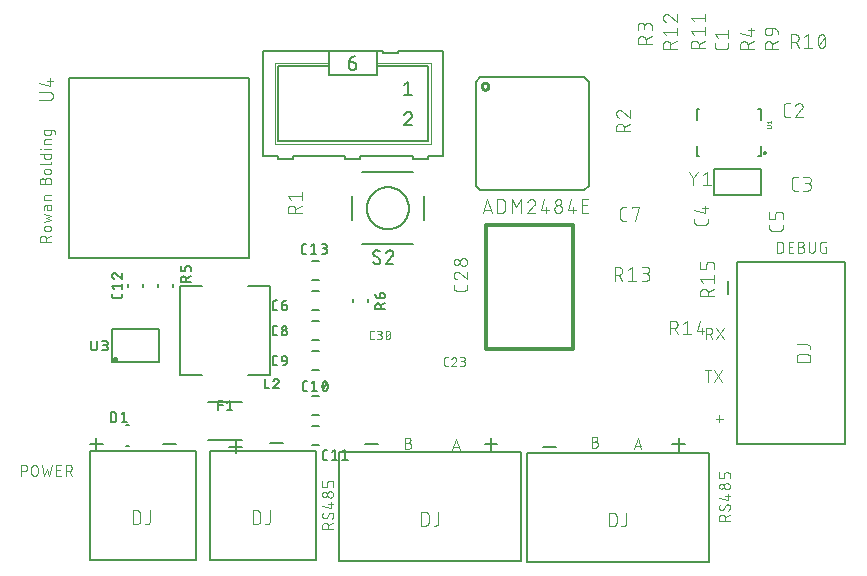
<source format=gbr>
G04 EAGLE Gerber RS-274X export*
G75*
%MOMM*%
%FSLAX34Y34*%
%LPD*%
%INSilkscreen Top*%
%IPPOS*%
%AMOC8*
5,1,8,0,0,1.08239X$1,22.5*%
G01*
%ADD10C,0.152400*%
%ADD11C,0.076200*%
%ADD12C,0.200000*%
%ADD13C,0.177800*%
%ADD14C,0.203200*%
%ADD15C,0.254000*%
%ADD16C,0.025400*%
%ADD17C,0.250000*%
%ADD18C,0.127000*%
%ADD19C,0.101600*%
%ADD20C,0.050800*%
%ADD21C,0.304800*%


D10*
X607916Y221762D02*
X607916Y232599D01*
X462238Y92304D02*
X451401Y92304D01*
X311238Y94304D02*
X300401Y94304D01*
X231238Y95304D02*
X220401Y95304D01*
X140238Y94304D02*
X129401Y94304D01*
X78599Y94084D02*
X67762Y94084D01*
X73181Y99502D02*
X73181Y88665D01*
X185762Y92084D02*
X196599Y92084D01*
X191181Y86665D02*
X191181Y97502D01*
X401762Y94084D02*
X412599Y94084D01*
X407181Y88665D02*
X407181Y99502D01*
X560762Y94084D02*
X571599Y94084D01*
X566181Y88665D02*
X566181Y99502D01*
D11*
X336992Y95602D02*
X334381Y95602D01*
X336992Y95603D02*
X337093Y95601D01*
X337194Y95595D01*
X337295Y95585D01*
X337395Y95572D01*
X337495Y95554D01*
X337594Y95533D01*
X337692Y95507D01*
X337789Y95478D01*
X337885Y95446D01*
X337979Y95409D01*
X338072Y95369D01*
X338164Y95325D01*
X338253Y95278D01*
X338341Y95227D01*
X338427Y95173D01*
X338510Y95116D01*
X338592Y95056D01*
X338670Y94992D01*
X338747Y94926D01*
X338820Y94856D01*
X338891Y94784D01*
X338959Y94709D01*
X339024Y94631D01*
X339086Y94551D01*
X339145Y94469D01*
X339201Y94384D01*
X339253Y94297D01*
X339302Y94209D01*
X339348Y94118D01*
X339389Y94026D01*
X339428Y93932D01*
X339462Y93837D01*
X339493Y93741D01*
X339520Y93643D01*
X339544Y93545D01*
X339563Y93445D01*
X339579Y93345D01*
X339591Y93245D01*
X339599Y93144D01*
X339603Y93043D01*
X339603Y92941D01*
X339599Y92840D01*
X339591Y92739D01*
X339579Y92639D01*
X339563Y92539D01*
X339544Y92439D01*
X339520Y92341D01*
X339493Y92243D01*
X339462Y92147D01*
X339428Y92052D01*
X339389Y91958D01*
X339348Y91866D01*
X339302Y91775D01*
X339253Y91686D01*
X339201Y91600D01*
X339145Y91515D01*
X339086Y91433D01*
X339024Y91353D01*
X338959Y91275D01*
X338891Y91200D01*
X338820Y91128D01*
X338747Y91058D01*
X338670Y90992D01*
X338592Y90928D01*
X338510Y90868D01*
X338427Y90811D01*
X338341Y90757D01*
X338253Y90706D01*
X338164Y90659D01*
X338072Y90615D01*
X337979Y90575D01*
X337885Y90538D01*
X337789Y90506D01*
X337692Y90477D01*
X337594Y90451D01*
X337495Y90430D01*
X337395Y90412D01*
X337295Y90399D01*
X337194Y90389D01*
X337093Y90383D01*
X336992Y90381D01*
X334381Y90381D01*
X334381Y99779D01*
X336992Y99779D01*
X337082Y99777D01*
X337171Y99771D01*
X337261Y99762D01*
X337350Y99748D01*
X337438Y99731D01*
X337525Y99710D01*
X337612Y99685D01*
X337697Y99656D01*
X337781Y99624D01*
X337863Y99589D01*
X337944Y99549D01*
X338023Y99507D01*
X338100Y99461D01*
X338175Y99411D01*
X338248Y99359D01*
X338319Y99303D01*
X338387Y99245D01*
X338452Y99183D01*
X338515Y99119D01*
X338575Y99052D01*
X338632Y98983D01*
X338686Y98911D01*
X338737Y98837D01*
X338785Y98761D01*
X338829Y98683D01*
X338870Y98603D01*
X338908Y98521D01*
X338942Y98438D01*
X338972Y98353D01*
X338999Y98267D01*
X339022Y98181D01*
X339041Y98093D01*
X339056Y98004D01*
X339068Y97915D01*
X339076Y97826D01*
X339080Y97736D01*
X339080Y97646D01*
X339076Y97556D01*
X339068Y97467D01*
X339056Y97378D01*
X339041Y97289D01*
X339022Y97201D01*
X338999Y97115D01*
X338972Y97029D01*
X338942Y96944D01*
X338908Y96861D01*
X338870Y96779D01*
X338829Y96699D01*
X338785Y96621D01*
X338737Y96545D01*
X338686Y96471D01*
X338632Y96399D01*
X338575Y96330D01*
X338515Y96263D01*
X338452Y96199D01*
X338387Y96137D01*
X338319Y96079D01*
X338248Y96023D01*
X338175Y95971D01*
X338100Y95921D01*
X338023Y95875D01*
X337944Y95833D01*
X337863Y95793D01*
X337781Y95758D01*
X337697Y95726D01*
X337612Y95697D01*
X337525Y95672D01*
X337438Y95651D01*
X337350Y95634D01*
X337261Y95620D01*
X337171Y95611D01*
X337082Y95605D01*
X336992Y95603D01*
X492381Y96602D02*
X494992Y96602D01*
X494992Y96603D02*
X495093Y96601D01*
X495194Y96595D01*
X495295Y96585D01*
X495395Y96572D01*
X495495Y96554D01*
X495594Y96533D01*
X495692Y96507D01*
X495789Y96478D01*
X495885Y96446D01*
X495979Y96409D01*
X496072Y96369D01*
X496164Y96325D01*
X496253Y96278D01*
X496341Y96227D01*
X496427Y96173D01*
X496510Y96116D01*
X496592Y96056D01*
X496670Y95992D01*
X496747Y95926D01*
X496820Y95856D01*
X496891Y95784D01*
X496959Y95709D01*
X497024Y95631D01*
X497086Y95551D01*
X497145Y95469D01*
X497201Y95384D01*
X497253Y95297D01*
X497302Y95209D01*
X497348Y95118D01*
X497389Y95026D01*
X497428Y94932D01*
X497462Y94837D01*
X497493Y94741D01*
X497520Y94643D01*
X497544Y94545D01*
X497563Y94445D01*
X497579Y94345D01*
X497591Y94245D01*
X497599Y94144D01*
X497603Y94043D01*
X497603Y93941D01*
X497599Y93840D01*
X497591Y93739D01*
X497579Y93639D01*
X497563Y93539D01*
X497544Y93439D01*
X497520Y93341D01*
X497493Y93243D01*
X497462Y93147D01*
X497428Y93052D01*
X497389Y92958D01*
X497348Y92866D01*
X497302Y92775D01*
X497253Y92686D01*
X497201Y92600D01*
X497145Y92515D01*
X497086Y92433D01*
X497024Y92353D01*
X496959Y92275D01*
X496891Y92200D01*
X496820Y92128D01*
X496747Y92058D01*
X496670Y91992D01*
X496592Y91928D01*
X496510Y91868D01*
X496427Y91811D01*
X496341Y91757D01*
X496253Y91706D01*
X496164Y91659D01*
X496072Y91615D01*
X495979Y91575D01*
X495885Y91538D01*
X495789Y91506D01*
X495692Y91477D01*
X495594Y91451D01*
X495495Y91430D01*
X495395Y91412D01*
X495295Y91399D01*
X495194Y91389D01*
X495093Y91383D01*
X494992Y91381D01*
X492381Y91381D01*
X492381Y100779D01*
X494992Y100779D01*
X495082Y100777D01*
X495171Y100771D01*
X495261Y100762D01*
X495350Y100748D01*
X495438Y100731D01*
X495525Y100710D01*
X495612Y100685D01*
X495697Y100656D01*
X495781Y100624D01*
X495863Y100589D01*
X495944Y100549D01*
X496023Y100507D01*
X496100Y100461D01*
X496175Y100411D01*
X496248Y100359D01*
X496319Y100303D01*
X496387Y100245D01*
X496452Y100183D01*
X496515Y100119D01*
X496575Y100052D01*
X496632Y99983D01*
X496686Y99911D01*
X496737Y99837D01*
X496785Y99761D01*
X496829Y99683D01*
X496870Y99603D01*
X496908Y99521D01*
X496942Y99438D01*
X496972Y99353D01*
X496999Y99267D01*
X497022Y99181D01*
X497041Y99093D01*
X497056Y99004D01*
X497068Y98915D01*
X497076Y98826D01*
X497080Y98736D01*
X497080Y98646D01*
X497076Y98556D01*
X497068Y98467D01*
X497056Y98378D01*
X497041Y98289D01*
X497022Y98201D01*
X496999Y98115D01*
X496972Y98029D01*
X496942Y97944D01*
X496908Y97861D01*
X496870Y97779D01*
X496829Y97699D01*
X496785Y97621D01*
X496737Y97545D01*
X496686Y97471D01*
X496632Y97399D01*
X496575Y97330D01*
X496515Y97263D01*
X496452Y97199D01*
X496387Y97137D01*
X496319Y97079D01*
X496248Y97023D01*
X496175Y96971D01*
X496100Y96921D01*
X496023Y96875D01*
X495944Y96833D01*
X495863Y96793D01*
X495781Y96758D01*
X495697Y96726D01*
X495612Y96697D01*
X495525Y96672D01*
X495438Y96651D01*
X495350Y96634D01*
X495261Y96620D01*
X495171Y96611D01*
X495082Y96605D01*
X494992Y96603D01*
X377514Y98779D02*
X374381Y89381D01*
X380646Y89381D02*
X377514Y98779D01*
X379863Y91731D02*
X375164Y91731D01*
X528381Y90381D02*
X531514Y99779D01*
X534646Y90381D01*
X533863Y92731D02*
X529164Y92731D01*
X649381Y256381D02*
X649381Y265779D01*
X651992Y265779D01*
X652092Y265777D01*
X652192Y265771D01*
X652291Y265762D01*
X652391Y265748D01*
X652489Y265731D01*
X652587Y265710D01*
X652684Y265686D01*
X652780Y265657D01*
X652875Y265625D01*
X652968Y265590D01*
X653060Y265551D01*
X653151Y265508D01*
X653239Y265462D01*
X653326Y265412D01*
X653411Y265360D01*
X653494Y265304D01*
X653575Y265245D01*
X653653Y265182D01*
X653729Y265117D01*
X653803Y265049D01*
X653873Y264979D01*
X653941Y264905D01*
X654006Y264829D01*
X654069Y264751D01*
X654128Y264670D01*
X654184Y264587D01*
X654236Y264502D01*
X654286Y264415D01*
X654332Y264327D01*
X654375Y264236D01*
X654414Y264144D01*
X654449Y264051D01*
X654481Y263956D01*
X654510Y263860D01*
X654534Y263763D01*
X654555Y263665D01*
X654572Y263567D01*
X654586Y263467D01*
X654595Y263368D01*
X654601Y263268D01*
X654603Y263168D01*
X654602Y263168D02*
X654602Y258992D01*
X654603Y258992D02*
X654601Y258892D01*
X654595Y258792D01*
X654586Y258693D01*
X654572Y258593D01*
X654555Y258495D01*
X654534Y258397D01*
X654510Y258300D01*
X654481Y258204D01*
X654449Y258109D01*
X654414Y258016D01*
X654375Y257924D01*
X654332Y257833D01*
X654286Y257745D01*
X654236Y257658D01*
X654184Y257573D01*
X654128Y257490D01*
X654069Y257409D01*
X654006Y257331D01*
X653941Y257255D01*
X653873Y257181D01*
X653803Y257111D01*
X653729Y257043D01*
X653653Y256978D01*
X653575Y256915D01*
X653494Y256856D01*
X653411Y256800D01*
X653326Y256748D01*
X653239Y256698D01*
X653151Y256652D01*
X653060Y256609D01*
X652968Y256570D01*
X652875Y256535D01*
X652780Y256503D01*
X652684Y256474D01*
X652587Y256450D01*
X652489Y256429D01*
X652391Y256412D01*
X652291Y256398D01*
X652192Y256389D01*
X652092Y256383D01*
X651992Y256381D01*
X649381Y256381D01*
X659152Y256381D02*
X663329Y256381D01*
X659152Y256381D02*
X659152Y265779D01*
X663329Y265779D01*
X662285Y261602D02*
X659152Y261602D01*
X667191Y261602D02*
X669801Y261602D01*
X669801Y261603D02*
X669902Y261601D01*
X670003Y261595D01*
X670104Y261585D01*
X670204Y261572D01*
X670304Y261554D01*
X670403Y261533D01*
X670501Y261507D01*
X670598Y261478D01*
X670694Y261446D01*
X670788Y261409D01*
X670881Y261369D01*
X670973Y261325D01*
X671062Y261278D01*
X671150Y261227D01*
X671236Y261173D01*
X671319Y261116D01*
X671401Y261056D01*
X671479Y260992D01*
X671556Y260926D01*
X671629Y260856D01*
X671700Y260784D01*
X671768Y260709D01*
X671833Y260631D01*
X671895Y260551D01*
X671954Y260469D01*
X672010Y260384D01*
X672062Y260297D01*
X672111Y260209D01*
X672157Y260118D01*
X672198Y260026D01*
X672237Y259932D01*
X672271Y259837D01*
X672302Y259741D01*
X672329Y259643D01*
X672353Y259545D01*
X672372Y259445D01*
X672388Y259345D01*
X672400Y259245D01*
X672408Y259144D01*
X672412Y259043D01*
X672412Y258941D01*
X672408Y258840D01*
X672400Y258739D01*
X672388Y258639D01*
X672372Y258539D01*
X672353Y258439D01*
X672329Y258341D01*
X672302Y258243D01*
X672271Y258147D01*
X672237Y258052D01*
X672198Y257958D01*
X672157Y257866D01*
X672111Y257775D01*
X672062Y257686D01*
X672010Y257600D01*
X671954Y257515D01*
X671895Y257433D01*
X671833Y257353D01*
X671768Y257275D01*
X671700Y257200D01*
X671629Y257128D01*
X671556Y257058D01*
X671479Y256992D01*
X671401Y256928D01*
X671319Y256868D01*
X671236Y256811D01*
X671150Y256757D01*
X671062Y256706D01*
X670973Y256659D01*
X670881Y256615D01*
X670788Y256575D01*
X670694Y256538D01*
X670598Y256506D01*
X670501Y256477D01*
X670403Y256451D01*
X670304Y256430D01*
X670204Y256412D01*
X670104Y256399D01*
X670003Y256389D01*
X669902Y256383D01*
X669801Y256381D01*
X667191Y256381D01*
X667191Y265779D01*
X669801Y265779D01*
X669891Y265777D01*
X669980Y265771D01*
X670070Y265762D01*
X670159Y265748D01*
X670247Y265731D01*
X670334Y265710D01*
X670421Y265685D01*
X670506Y265656D01*
X670590Y265624D01*
X670672Y265589D01*
X670753Y265549D01*
X670832Y265507D01*
X670909Y265461D01*
X670984Y265411D01*
X671057Y265359D01*
X671128Y265303D01*
X671196Y265245D01*
X671261Y265183D01*
X671324Y265119D01*
X671384Y265052D01*
X671441Y264983D01*
X671495Y264911D01*
X671546Y264837D01*
X671594Y264761D01*
X671638Y264683D01*
X671679Y264603D01*
X671717Y264521D01*
X671751Y264438D01*
X671781Y264353D01*
X671808Y264267D01*
X671831Y264181D01*
X671850Y264093D01*
X671865Y264004D01*
X671877Y263915D01*
X671885Y263826D01*
X671889Y263736D01*
X671889Y263646D01*
X671885Y263556D01*
X671877Y263467D01*
X671865Y263378D01*
X671850Y263289D01*
X671831Y263201D01*
X671808Y263115D01*
X671781Y263029D01*
X671751Y262944D01*
X671717Y262861D01*
X671679Y262779D01*
X671638Y262699D01*
X671594Y262621D01*
X671546Y262545D01*
X671495Y262471D01*
X671441Y262399D01*
X671384Y262330D01*
X671324Y262263D01*
X671261Y262199D01*
X671196Y262137D01*
X671128Y262079D01*
X671057Y262023D01*
X670984Y261971D01*
X670909Y261921D01*
X670832Y261875D01*
X670753Y261833D01*
X670672Y261793D01*
X670590Y261758D01*
X670506Y261726D01*
X670421Y261697D01*
X670334Y261672D01*
X670247Y261651D01*
X670159Y261634D01*
X670070Y261620D01*
X669980Y261611D01*
X669891Y261605D01*
X669801Y261603D01*
X676203Y258992D02*
X676203Y265779D01*
X676203Y258992D02*
X676205Y258891D01*
X676211Y258790D01*
X676221Y258689D01*
X676234Y258589D01*
X676252Y258489D01*
X676273Y258390D01*
X676299Y258292D01*
X676328Y258195D01*
X676360Y258099D01*
X676397Y258005D01*
X676437Y257912D01*
X676481Y257820D01*
X676528Y257731D01*
X676579Y257643D01*
X676633Y257557D01*
X676690Y257474D01*
X676750Y257392D01*
X676814Y257314D01*
X676880Y257237D01*
X676950Y257164D01*
X677022Y257093D01*
X677097Y257025D01*
X677175Y256960D01*
X677255Y256898D01*
X677337Y256839D01*
X677422Y256783D01*
X677509Y256731D01*
X677597Y256682D01*
X677688Y256636D01*
X677780Y256595D01*
X677874Y256556D01*
X677969Y256522D01*
X678065Y256491D01*
X678163Y256464D01*
X678261Y256440D01*
X678361Y256421D01*
X678461Y256405D01*
X678561Y256393D01*
X678662Y256385D01*
X678763Y256381D01*
X678865Y256381D01*
X678966Y256385D01*
X679067Y256393D01*
X679167Y256405D01*
X679267Y256421D01*
X679367Y256440D01*
X679465Y256464D01*
X679563Y256491D01*
X679659Y256522D01*
X679754Y256556D01*
X679848Y256595D01*
X679940Y256636D01*
X680031Y256682D01*
X680120Y256731D01*
X680206Y256783D01*
X680291Y256839D01*
X680373Y256898D01*
X680453Y256960D01*
X680531Y257025D01*
X680606Y257093D01*
X680678Y257164D01*
X680748Y257237D01*
X680814Y257314D01*
X680878Y257392D01*
X680938Y257474D01*
X680995Y257557D01*
X681049Y257643D01*
X681100Y257731D01*
X681147Y257820D01*
X681191Y257912D01*
X681231Y258005D01*
X681268Y258099D01*
X681300Y258195D01*
X681329Y258292D01*
X681355Y258390D01*
X681376Y258489D01*
X681394Y258589D01*
X681407Y258689D01*
X681417Y258790D01*
X681423Y258891D01*
X681425Y258992D01*
X681424Y258992D02*
X681424Y265779D01*
X689612Y261602D02*
X691178Y261602D01*
X691178Y256381D01*
X688045Y256381D01*
X687956Y256383D01*
X687868Y256389D01*
X687780Y256398D01*
X687692Y256411D01*
X687605Y256428D01*
X687519Y256448D01*
X687434Y256473D01*
X687349Y256500D01*
X687266Y256532D01*
X687185Y256566D01*
X687105Y256605D01*
X687027Y256646D01*
X686950Y256691D01*
X686876Y256739D01*
X686803Y256790D01*
X686733Y256844D01*
X686666Y256902D01*
X686600Y256962D01*
X686538Y257024D01*
X686478Y257090D01*
X686420Y257157D01*
X686366Y257227D01*
X686315Y257300D01*
X686267Y257374D01*
X686222Y257451D01*
X686181Y257529D01*
X686142Y257609D01*
X686108Y257690D01*
X686076Y257773D01*
X686049Y257858D01*
X686024Y257943D01*
X686004Y258029D01*
X685987Y258116D01*
X685974Y258204D01*
X685965Y258292D01*
X685959Y258380D01*
X685957Y258469D01*
X685957Y263691D01*
X685959Y263782D01*
X685965Y263873D01*
X685975Y263964D01*
X685989Y264054D01*
X686006Y264143D01*
X686028Y264231D01*
X686054Y264319D01*
X686083Y264405D01*
X686116Y264490D01*
X686153Y264573D01*
X686193Y264655D01*
X686237Y264735D01*
X686284Y264813D01*
X686335Y264889D01*
X686388Y264962D01*
X686445Y265033D01*
X686506Y265102D01*
X686569Y265167D01*
X686634Y265230D01*
X686703Y265290D01*
X686774Y265348D01*
X686847Y265401D01*
X686923Y265452D01*
X687001Y265499D01*
X687081Y265543D01*
X687163Y265583D01*
X687246Y265620D01*
X687331Y265653D01*
X687417Y265682D01*
X687505Y265708D01*
X687593Y265730D01*
X687682Y265747D01*
X687772Y265761D01*
X687863Y265771D01*
X687954Y265777D01*
X688045Y265779D01*
X691178Y265779D01*
X609619Y29381D02*
X600221Y29381D01*
X600221Y31992D01*
X600223Y32093D01*
X600229Y32194D01*
X600239Y32295D01*
X600252Y32395D01*
X600270Y32495D01*
X600291Y32594D01*
X600317Y32692D01*
X600346Y32789D01*
X600378Y32885D01*
X600415Y32979D01*
X600455Y33072D01*
X600499Y33164D01*
X600546Y33253D01*
X600597Y33341D01*
X600651Y33427D01*
X600708Y33510D01*
X600768Y33592D01*
X600832Y33670D01*
X600898Y33747D01*
X600968Y33820D01*
X601040Y33891D01*
X601115Y33959D01*
X601193Y34024D01*
X601273Y34086D01*
X601355Y34145D01*
X601440Y34201D01*
X601527Y34253D01*
X601615Y34302D01*
X601706Y34348D01*
X601798Y34389D01*
X601892Y34428D01*
X601987Y34462D01*
X602083Y34493D01*
X602181Y34520D01*
X602279Y34544D01*
X602379Y34563D01*
X602479Y34579D01*
X602579Y34591D01*
X602680Y34599D01*
X602781Y34603D01*
X602883Y34603D01*
X602984Y34599D01*
X603085Y34591D01*
X603185Y34579D01*
X603285Y34563D01*
X603385Y34544D01*
X603483Y34520D01*
X603581Y34493D01*
X603677Y34462D01*
X603772Y34428D01*
X603866Y34389D01*
X603958Y34348D01*
X604049Y34302D01*
X604138Y34253D01*
X604224Y34201D01*
X604309Y34145D01*
X604391Y34086D01*
X604471Y34024D01*
X604549Y33959D01*
X604624Y33891D01*
X604696Y33820D01*
X604766Y33747D01*
X604832Y33670D01*
X604896Y33592D01*
X604956Y33510D01*
X605013Y33427D01*
X605067Y33341D01*
X605118Y33253D01*
X605165Y33164D01*
X605209Y33072D01*
X605249Y32979D01*
X605286Y32885D01*
X605318Y32789D01*
X605347Y32692D01*
X605373Y32594D01*
X605394Y32495D01*
X605412Y32395D01*
X605425Y32295D01*
X605435Y32194D01*
X605441Y32093D01*
X605443Y31992D01*
X605442Y31992D02*
X605442Y29381D01*
X605442Y32514D02*
X609619Y34602D01*
X609619Y41296D02*
X609617Y41385D01*
X609611Y41473D01*
X609602Y41561D01*
X609589Y41649D01*
X609572Y41736D01*
X609552Y41822D01*
X609527Y41907D01*
X609500Y41992D01*
X609468Y42075D01*
X609434Y42156D01*
X609395Y42236D01*
X609354Y42314D01*
X609309Y42391D01*
X609261Y42465D01*
X609210Y42538D01*
X609156Y42608D01*
X609098Y42675D01*
X609038Y42741D01*
X608976Y42803D01*
X608910Y42863D01*
X608843Y42921D01*
X608773Y42975D01*
X608700Y43026D01*
X608626Y43074D01*
X608549Y43119D01*
X608471Y43160D01*
X608391Y43199D01*
X608310Y43233D01*
X608227Y43265D01*
X608142Y43292D01*
X608057Y43317D01*
X607971Y43337D01*
X607884Y43354D01*
X607796Y43367D01*
X607708Y43376D01*
X607620Y43382D01*
X607531Y43384D01*
X609619Y41296D02*
X609617Y41167D01*
X609611Y41038D01*
X609602Y40909D01*
X609589Y40781D01*
X609572Y40653D01*
X609551Y40526D01*
X609527Y40399D01*
X609499Y40273D01*
X609467Y40148D01*
X609432Y40024D01*
X609393Y39901D01*
X609350Y39779D01*
X609304Y39659D01*
X609254Y39540D01*
X609201Y39422D01*
X609145Y39306D01*
X609085Y39192D01*
X609022Y39079D01*
X608955Y38969D01*
X608886Y38860D01*
X608813Y38754D01*
X608737Y38649D01*
X608658Y38547D01*
X608576Y38448D01*
X608492Y38350D01*
X608404Y38255D01*
X608314Y38163D01*
X602309Y38425D02*
X602220Y38427D01*
X602132Y38433D01*
X602044Y38442D01*
X601956Y38455D01*
X601869Y38472D01*
X601783Y38492D01*
X601698Y38517D01*
X601613Y38544D01*
X601530Y38576D01*
X601449Y38610D01*
X601369Y38649D01*
X601291Y38690D01*
X601214Y38735D01*
X601140Y38783D01*
X601067Y38834D01*
X600997Y38888D01*
X600930Y38946D01*
X600864Y39006D01*
X600802Y39068D01*
X600742Y39134D01*
X600684Y39201D01*
X600630Y39271D01*
X600579Y39344D01*
X600531Y39418D01*
X600486Y39495D01*
X600445Y39573D01*
X600406Y39653D01*
X600372Y39734D01*
X600340Y39817D01*
X600313Y39902D01*
X600288Y39987D01*
X600268Y40073D01*
X600251Y40160D01*
X600238Y40248D01*
X600229Y40336D01*
X600223Y40424D01*
X600221Y40513D01*
X600223Y40633D01*
X600228Y40753D01*
X600238Y40872D01*
X600250Y40992D01*
X600267Y41111D01*
X600287Y41229D01*
X600311Y41347D01*
X600338Y41463D01*
X600369Y41579D01*
X600403Y41694D01*
X600441Y41808D01*
X600483Y41921D01*
X600528Y42032D01*
X600576Y42142D01*
X600627Y42250D01*
X600682Y42357D01*
X600740Y42462D01*
X600802Y42565D01*
X600866Y42666D01*
X600934Y42766D01*
X601004Y42863D01*
X604136Y39468D02*
X604088Y39390D01*
X604036Y39314D01*
X603982Y39241D01*
X603924Y39170D01*
X603863Y39101D01*
X603799Y39035D01*
X603732Y38972D01*
X603663Y38912D01*
X603591Y38855D01*
X603517Y38801D01*
X603440Y38751D01*
X603361Y38703D01*
X603281Y38660D01*
X603198Y38619D01*
X603114Y38583D01*
X603029Y38550D01*
X602942Y38521D01*
X602853Y38495D01*
X602764Y38473D01*
X602674Y38456D01*
X602584Y38442D01*
X602492Y38432D01*
X602401Y38426D01*
X602309Y38424D01*
X605704Y42340D02*
X605752Y42418D01*
X605804Y42494D01*
X605858Y42567D01*
X605916Y42638D01*
X605977Y42707D01*
X606041Y42773D01*
X606108Y42836D01*
X606177Y42896D01*
X606249Y42953D01*
X606323Y43007D01*
X606400Y43057D01*
X606479Y43105D01*
X606559Y43148D01*
X606642Y43189D01*
X606726Y43225D01*
X606811Y43258D01*
X606898Y43287D01*
X606987Y43313D01*
X607076Y43335D01*
X607166Y43352D01*
X607256Y43366D01*
X607348Y43376D01*
X607439Y43382D01*
X607531Y43384D01*
X605703Y42340D02*
X604137Y39468D01*
X607531Y47002D02*
X600221Y49091D01*
X607531Y47002D02*
X607531Y52223D01*
X605442Y50657D02*
X609619Y50657D01*
X607008Y56146D02*
X606907Y56148D01*
X606806Y56154D01*
X606705Y56164D01*
X606605Y56177D01*
X606505Y56195D01*
X606406Y56216D01*
X606308Y56242D01*
X606211Y56271D01*
X606115Y56303D01*
X606021Y56340D01*
X605928Y56380D01*
X605836Y56424D01*
X605747Y56471D01*
X605659Y56522D01*
X605573Y56576D01*
X605490Y56633D01*
X605408Y56693D01*
X605330Y56757D01*
X605253Y56823D01*
X605180Y56893D01*
X605109Y56965D01*
X605041Y57040D01*
X604976Y57118D01*
X604914Y57198D01*
X604855Y57280D01*
X604799Y57365D01*
X604747Y57452D01*
X604698Y57540D01*
X604652Y57631D01*
X604611Y57723D01*
X604572Y57817D01*
X604538Y57912D01*
X604507Y58008D01*
X604480Y58106D01*
X604456Y58204D01*
X604437Y58304D01*
X604421Y58404D01*
X604409Y58504D01*
X604401Y58605D01*
X604397Y58706D01*
X604397Y58808D01*
X604401Y58909D01*
X604409Y59010D01*
X604421Y59110D01*
X604437Y59210D01*
X604456Y59310D01*
X604480Y59408D01*
X604507Y59506D01*
X604538Y59602D01*
X604572Y59697D01*
X604611Y59791D01*
X604652Y59883D01*
X604698Y59974D01*
X604747Y60063D01*
X604799Y60149D01*
X604855Y60234D01*
X604914Y60316D01*
X604976Y60396D01*
X605041Y60474D01*
X605109Y60549D01*
X605180Y60621D01*
X605253Y60691D01*
X605330Y60757D01*
X605408Y60821D01*
X605490Y60881D01*
X605573Y60938D01*
X605659Y60992D01*
X605747Y61043D01*
X605836Y61090D01*
X605928Y61134D01*
X606021Y61174D01*
X606115Y61211D01*
X606211Y61243D01*
X606308Y61272D01*
X606406Y61298D01*
X606505Y61319D01*
X606605Y61337D01*
X606705Y61350D01*
X606806Y61360D01*
X606907Y61366D01*
X607008Y61368D01*
X607109Y61366D01*
X607210Y61360D01*
X607311Y61350D01*
X607411Y61337D01*
X607511Y61319D01*
X607610Y61298D01*
X607708Y61272D01*
X607805Y61243D01*
X607901Y61211D01*
X607995Y61174D01*
X608088Y61134D01*
X608180Y61090D01*
X608269Y61043D01*
X608357Y60992D01*
X608443Y60938D01*
X608526Y60881D01*
X608608Y60821D01*
X608686Y60757D01*
X608763Y60691D01*
X608836Y60621D01*
X608907Y60549D01*
X608975Y60474D01*
X609040Y60396D01*
X609102Y60316D01*
X609161Y60234D01*
X609217Y60149D01*
X609269Y60062D01*
X609318Y59974D01*
X609364Y59883D01*
X609405Y59791D01*
X609444Y59697D01*
X609478Y59602D01*
X609509Y59506D01*
X609536Y59408D01*
X609560Y59310D01*
X609579Y59210D01*
X609595Y59110D01*
X609607Y59010D01*
X609615Y58909D01*
X609619Y58808D01*
X609619Y58706D01*
X609615Y58605D01*
X609607Y58504D01*
X609595Y58404D01*
X609579Y58304D01*
X609560Y58204D01*
X609536Y58106D01*
X609509Y58008D01*
X609478Y57912D01*
X609444Y57817D01*
X609405Y57723D01*
X609364Y57631D01*
X609318Y57540D01*
X609269Y57451D01*
X609217Y57365D01*
X609161Y57280D01*
X609102Y57198D01*
X609040Y57118D01*
X608975Y57040D01*
X608907Y56965D01*
X608836Y56893D01*
X608763Y56823D01*
X608686Y56757D01*
X608608Y56693D01*
X608526Y56633D01*
X608443Y56576D01*
X608357Y56522D01*
X608269Y56471D01*
X608180Y56424D01*
X608088Y56380D01*
X607995Y56340D01*
X607901Y56303D01*
X607805Y56271D01*
X607708Y56242D01*
X607610Y56216D01*
X607511Y56195D01*
X607411Y56177D01*
X607311Y56164D01*
X607210Y56154D01*
X607109Y56148D01*
X607008Y56146D01*
X602309Y56669D02*
X602219Y56671D01*
X602130Y56677D01*
X602040Y56686D01*
X601951Y56700D01*
X601863Y56717D01*
X601776Y56738D01*
X601689Y56763D01*
X601604Y56792D01*
X601520Y56824D01*
X601438Y56859D01*
X601357Y56899D01*
X601278Y56941D01*
X601201Y56987D01*
X601126Y57037D01*
X601053Y57089D01*
X600982Y57145D01*
X600914Y57203D01*
X600849Y57265D01*
X600786Y57329D01*
X600726Y57396D01*
X600669Y57465D01*
X600615Y57537D01*
X600564Y57611D01*
X600516Y57687D01*
X600472Y57765D01*
X600431Y57845D01*
X600393Y57927D01*
X600359Y58010D01*
X600329Y58095D01*
X600302Y58181D01*
X600279Y58267D01*
X600260Y58355D01*
X600245Y58444D01*
X600233Y58533D01*
X600225Y58622D01*
X600221Y58712D01*
X600221Y58802D01*
X600225Y58892D01*
X600233Y58981D01*
X600245Y59070D01*
X600260Y59159D01*
X600279Y59247D01*
X600302Y59333D01*
X600329Y59419D01*
X600359Y59504D01*
X600393Y59587D01*
X600431Y59669D01*
X600472Y59749D01*
X600516Y59827D01*
X600564Y59903D01*
X600615Y59977D01*
X600669Y60049D01*
X600726Y60118D01*
X600786Y60185D01*
X600849Y60249D01*
X600914Y60311D01*
X600982Y60369D01*
X601053Y60425D01*
X601126Y60477D01*
X601201Y60527D01*
X601278Y60573D01*
X601357Y60615D01*
X601438Y60655D01*
X601520Y60690D01*
X601604Y60722D01*
X601689Y60751D01*
X601776Y60776D01*
X601863Y60797D01*
X601951Y60814D01*
X602040Y60828D01*
X602130Y60837D01*
X602219Y60843D01*
X602309Y60845D01*
X602399Y60843D01*
X602488Y60837D01*
X602578Y60828D01*
X602667Y60814D01*
X602755Y60797D01*
X602842Y60776D01*
X602929Y60751D01*
X603014Y60722D01*
X603098Y60690D01*
X603180Y60655D01*
X603261Y60615D01*
X603340Y60573D01*
X603417Y60527D01*
X603492Y60477D01*
X603565Y60425D01*
X603636Y60369D01*
X603704Y60311D01*
X603769Y60249D01*
X603832Y60185D01*
X603892Y60118D01*
X603949Y60049D01*
X604003Y59977D01*
X604054Y59903D01*
X604102Y59827D01*
X604146Y59749D01*
X604187Y59669D01*
X604225Y59587D01*
X604259Y59504D01*
X604289Y59419D01*
X604316Y59333D01*
X604339Y59247D01*
X604358Y59159D01*
X604373Y59070D01*
X604385Y58981D01*
X604393Y58892D01*
X604397Y58802D01*
X604397Y58712D01*
X604393Y58622D01*
X604385Y58533D01*
X604373Y58444D01*
X604358Y58355D01*
X604339Y58267D01*
X604316Y58181D01*
X604289Y58095D01*
X604259Y58010D01*
X604225Y57927D01*
X604187Y57845D01*
X604146Y57765D01*
X604102Y57687D01*
X604054Y57611D01*
X604003Y57537D01*
X603949Y57465D01*
X603892Y57396D01*
X603832Y57329D01*
X603769Y57265D01*
X603704Y57203D01*
X603636Y57145D01*
X603565Y57089D01*
X603492Y57037D01*
X603417Y56987D01*
X603340Y56941D01*
X603261Y56899D01*
X603180Y56859D01*
X603098Y56824D01*
X603014Y56792D01*
X602929Y56763D01*
X602842Y56738D01*
X602755Y56717D01*
X602667Y56700D01*
X602578Y56686D01*
X602488Y56677D01*
X602399Y56671D01*
X602309Y56669D01*
X609619Y65290D02*
X609619Y68423D01*
X609617Y68512D01*
X609611Y68600D01*
X609602Y68688D01*
X609589Y68776D01*
X609572Y68863D01*
X609552Y68949D01*
X609527Y69034D01*
X609500Y69119D01*
X609468Y69202D01*
X609434Y69283D01*
X609395Y69363D01*
X609354Y69441D01*
X609309Y69518D01*
X609261Y69592D01*
X609210Y69665D01*
X609156Y69735D01*
X609098Y69802D01*
X609038Y69868D01*
X608976Y69930D01*
X608910Y69990D01*
X608843Y70048D01*
X608773Y70102D01*
X608700Y70153D01*
X608626Y70201D01*
X608549Y70246D01*
X608471Y70287D01*
X608391Y70326D01*
X608310Y70360D01*
X608227Y70392D01*
X608142Y70419D01*
X608057Y70444D01*
X607971Y70464D01*
X607884Y70481D01*
X607796Y70494D01*
X607708Y70503D01*
X607620Y70509D01*
X607531Y70511D01*
X606486Y70511D01*
X606397Y70509D01*
X606309Y70503D01*
X606221Y70494D01*
X606133Y70481D01*
X606046Y70464D01*
X605960Y70444D01*
X605875Y70419D01*
X605790Y70392D01*
X605707Y70360D01*
X605626Y70326D01*
X605546Y70287D01*
X605468Y70246D01*
X605391Y70201D01*
X605317Y70153D01*
X605244Y70102D01*
X605174Y70048D01*
X605107Y69990D01*
X605041Y69930D01*
X604979Y69868D01*
X604919Y69802D01*
X604861Y69735D01*
X604807Y69665D01*
X604756Y69592D01*
X604708Y69518D01*
X604663Y69441D01*
X604622Y69363D01*
X604583Y69283D01*
X604549Y69202D01*
X604517Y69119D01*
X604490Y69034D01*
X604465Y68949D01*
X604445Y68863D01*
X604428Y68776D01*
X604415Y68688D01*
X604406Y68600D01*
X604400Y68512D01*
X604398Y68423D01*
X604398Y65290D01*
X600221Y65290D01*
X600221Y70511D01*
X273619Y22381D02*
X264221Y22381D01*
X264221Y24992D01*
X264223Y25093D01*
X264229Y25194D01*
X264239Y25295D01*
X264252Y25395D01*
X264270Y25495D01*
X264291Y25594D01*
X264317Y25692D01*
X264346Y25789D01*
X264378Y25885D01*
X264415Y25979D01*
X264455Y26072D01*
X264499Y26164D01*
X264546Y26253D01*
X264597Y26341D01*
X264651Y26427D01*
X264708Y26510D01*
X264768Y26592D01*
X264832Y26670D01*
X264898Y26747D01*
X264968Y26820D01*
X265040Y26891D01*
X265115Y26959D01*
X265193Y27024D01*
X265273Y27086D01*
X265355Y27145D01*
X265440Y27201D01*
X265527Y27253D01*
X265615Y27302D01*
X265706Y27348D01*
X265798Y27389D01*
X265892Y27428D01*
X265987Y27462D01*
X266083Y27493D01*
X266181Y27520D01*
X266279Y27544D01*
X266379Y27563D01*
X266479Y27579D01*
X266579Y27591D01*
X266680Y27599D01*
X266781Y27603D01*
X266883Y27603D01*
X266984Y27599D01*
X267085Y27591D01*
X267185Y27579D01*
X267285Y27563D01*
X267385Y27544D01*
X267483Y27520D01*
X267581Y27493D01*
X267677Y27462D01*
X267772Y27428D01*
X267866Y27389D01*
X267958Y27348D01*
X268049Y27302D01*
X268138Y27253D01*
X268224Y27201D01*
X268309Y27145D01*
X268391Y27086D01*
X268471Y27024D01*
X268549Y26959D01*
X268624Y26891D01*
X268696Y26820D01*
X268766Y26747D01*
X268832Y26670D01*
X268896Y26592D01*
X268956Y26510D01*
X269013Y26427D01*
X269067Y26341D01*
X269118Y26253D01*
X269165Y26164D01*
X269209Y26072D01*
X269249Y25979D01*
X269286Y25885D01*
X269318Y25789D01*
X269347Y25692D01*
X269373Y25594D01*
X269394Y25495D01*
X269412Y25395D01*
X269425Y25295D01*
X269435Y25194D01*
X269441Y25093D01*
X269443Y24992D01*
X269442Y24992D02*
X269442Y22381D01*
X269442Y25514D02*
X273619Y27602D01*
X273619Y34296D02*
X273617Y34385D01*
X273611Y34473D01*
X273602Y34561D01*
X273589Y34649D01*
X273572Y34736D01*
X273552Y34822D01*
X273527Y34907D01*
X273500Y34992D01*
X273468Y35075D01*
X273434Y35156D01*
X273395Y35236D01*
X273354Y35314D01*
X273309Y35391D01*
X273261Y35465D01*
X273210Y35538D01*
X273156Y35608D01*
X273098Y35675D01*
X273038Y35741D01*
X272976Y35803D01*
X272910Y35863D01*
X272843Y35921D01*
X272773Y35975D01*
X272700Y36026D01*
X272626Y36074D01*
X272549Y36119D01*
X272471Y36160D01*
X272391Y36199D01*
X272310Y36233D01*
X272227Y36265D01*
X272142Y36292D01*
X272057Y36317D01*
X271971Y36337D01*
X271884Y36354D01*
X271796Y36367D01*
X271708Y36376D01*
X271620Y36382D01*
X271531Y36384D01*
X273619Y34296D02*
X273617Y34167D01*
X273611Y34038D01*
X273602Y33909D01*
X273589Y33781D01*
X273572Y33653D01*
X273551Y33526D01*
X273527Y33399D01*
X273499Y33273D01*
X273467Y33148D01*
X273432Y33024D01*
X273393Y32901D01*
X273350Y32779D01*
X273304Y32659D01*
X273254Y32540D01*
X273201Y32422D01*
X273145Y32306D01*
X273085Y32192D01*
X273022Y32079D01*
X272955Y31969D01*
X272886Y31860D01*
X272813Y31754D01*
X272737Y31649D01*
X272658Y31547D01*
X272576Y31448D01*
X272492Y31350D01*
X272404Y31255D01*
X272314Y31163D01*
X266309Y31425D02*
X266220Y31427D01*
X266132Y31433D01*
X266044Y31442D01*
X265956Y31455D01*
X265869Y31472D01*
X265783Y31492D01*
X265698Y31517D01*
X265613Y31544D01*
X265530Y31576D01*
X265449Y31610D01*
X265369Y31649D01*
X265291Y31690D01*
X265214Y31735D01*
X265140Y31783D01*
X265067Y31834D01*
X264997Y31888D01*
X264930Y31946D01*
X264864Y32006D01*
X264802Y32068D01*
X264742Y32134D01*
X264684Y32201D01*
X264630Y32271D01*
X264579Y32344D01*
X264531Y32418D01*
X264486Y32495D01*
X264445Y32573D01*
X264406Y32653D01*
X264372Y32734D01*
X264340Y32817D01*
X264313Y32902D01*
X264288Y32987D01*
X264268Y33073D01*
X264251Y33160D01*
X264238Y33248D01*
X264229Y33336D01*
X264223Y33424D01*
X264221Y33513D01*
X264223Y33633D01*
X264228Y33753D01*
X264238Y33872D01*
X264250Y33992D01*
X264267Y34111D01*
X264287Y34229D01*
X264311Y34347D01*
X264338Y34463D01*
X264369Y34579D01*
X264403Y34694D01*
X264441Y34808D01*
X264483Y34921D01*
X264528Y35032D01*
X264576Y35142D01*
X264627Y35250D01*
X264682Y35357D01*
X264740Y35462D01*
X264802Y35565D01*
X264866Y35666D01*
X264934Y35766D01*
X265004Y35863D01*
X268136Y32468D02*
X268088Y32390D01*
X268036Y32314D01*
X267982Y32241D01*
X267924Y32170D01*
X267863Y32101D01*
X267799Y32035D01*
X267732Y31972D01*
X267663Y31912D01*
X267591Y31855D01*
X267517Y31801D01*
X267440Y31751D01*
X267361Y31703D01*
X267281Y31660D01*
X267198Y31619D01*
X267114Y31583D01*
X267029Y31550D01*
X266942Y31521D01*
X266853Y31495D01*
X266764Y31473D01*
X266674Y31456D01*
X266584Y31442D01*
X266492Y31432D01*
X266401Y31426D01*
X266309Y31424D01*
X269704Y35340D02*
X269752Y35418D01*
X269804Y35494D01*
X269858Y35567D01*
X269916Y35638D01*
X269977Y35707D01*
X270041Y35773D01*
X270108Y35836D01*
X270177Y35896D01*
X270249Y35953D01*
X270323Y36007D01*
X270400Y36057D01*
X270479Y36105D01*
X270559Y36148D01*
X270642Y36189D01*
X270726Y36225D01*
X270811Y36258D01*
X270898Y36287D01*
X270987Y36313D01*
X271076Y36335D01*
X271166Y36352D01*
X271256Y36366D01*
X271348Y36376D01*
X271439Y36382D01*
X271531Y36384D01*
X269703Y35340D02*
X268137Y32468D01*
X271531Y40002D02*
X264221Y42091D01*
X271531Y40002D02*
X271531Y45223D01*
X269442Y43657D02*
X273619Y43657D01*
X271008Y49146D02*
X270907Y49148D01*
X270806Y49154D01*
X270705Y49164D01*
X270605Y49177D01*
X270505Y49195D01*
X270406Y49216D01*
X270308Y49242D01*
X270211Y49271D01*
X270115Y49303D01*
X270021Y49340D01*
X269928Y49380D01*
X269836Y49424D01*
X269747Y49471D01*
X269659Y49522D01*
X269573Y49576D01*
X269490Y49633D01*
X269408Y49693D01*
X269330Y49757D01*
X269253Y49823D01*
X269180Y49893D01*
X269109Y49965D01*
X269041Y50040D01*
X268976Y50118D01*
X268914Y50198D01*
X268855Y50280D01*
X268799Y50365D01*
X268747Y50452D01*
X268698Y50540D01*
X268652Y50631D01*
X268611Y50723D01*
X268572Y50817D01*
X268538Y50912D01*
X268507Y51008D01*
X268480Y51106D01*
X268456Y51204D01*
X268437Y51304D01*
X268421Y51404D01*
X268409Y51504D01*
X268401Y51605D01*
X268397Y51706D01*
X268397Y51808D01*
X268401Y51909D01*
X268409Y52010D01*
X268421Y52110D01*
X268437Y52210D01*
X268456Y52310D01*
X268480Y52408D01*
X268507Y52506D01*
X268538Y52602D01*
X268572Y52697D01*
X268611Y52791D01*
X268652Y52883D01*
X268698Y52974D01*
X268747Y53063D01*
X268799Y53149D01*
X268855Y53234D01*
X268914Y53316D01*
X268976Y53396D01*
X269041Y53474D01*
X269109Y53549D01*
X269180Y53621D01*
X269253Y53691D01*
X269330Y53757D01*
X269408Y53821D01*
X269490Y53881D01*
X269573Y53938D01*
X269659Y53992D01*
X269747Y54043D01*
X269836Y54090D01*
X269928Y54134D01*
X270021Y54174D01*
X270115Y54211D01*
X270211Y54243D01*
X270308Y54272D01*
X270406Y54298D01*
X270505Y54319D01*
X270605Y54337D01*
X270705Y54350D01*
X270806Y54360D01*
X270907Y54366D01*
X271008Y54368D01*
X271109Y54366D01*
X271210Y54360D01*
X271311Y54350D01*
X271411Y54337D01*
X271511Y54319D01*
X271610Y54298D01*
X271708Y54272D01*
X271805Y54243D01*
X271901Y54211D01*
X271995Y54174D01*
X272088Y54134D01*
X272180Y54090D01*
X272269Y54043D01*
X272357Y53992D01*
X272443Y53938D01*
X272526Y53881D01*
X272608Y53821D01*
X272686Y53757D01*
X272763Y53691D01*
X272836Y53621D01*
X272907Y53549D01*
X272975Y53474D01*
X273040Y53396D01*
X273102Y53316D01*
X273161Y53234D01*
X273217Y53149D01*
X273269Y53062D01*
X273318Y52974D01*
X273364Y52883D01*
X273405Y52791D01*
X273444Y52697D01*
X273478Y52602D01*
X273509Y52506D01*
X273536Y52408D01*
X273560Y52310D01*
X273579Y52210D01*
X273595Y52110D01*
X273607Y52010D01*
X273615Y51909D01*
X273619Y51808D01*
X273619Y51706D01*
X273615Y51605D01*
X273607Y51504D01*
X273595Y51404D01*
X273579Y51304D01*
X273560Y51204D01*
X273536Y51106D01*
X273509Y51008D01*
X273478Y50912D01*
X273444Y50817D01*
X273405Y50723D01*
X273364Y50631D01*
X273318Y50540D01*
X273269Y50451D01*
X273217Y50365D01*
X273161Y50280D01*
X273102Y50198D01*
X273040Y50118D01*
X272975Y50040D01*
X272907Y49965D01*
X272836Y49893D01*
X272763Y49823D01*
X272686Y49757D01*
X272608Y49693D01*
X272526Y49633D01*
X272443Y49576D01*
X272357Y49522D01*
X272269Y49471D01*
X272180Y49424D01*
X272088Y49380D01*
X271995Y49340D01*
X271901Y49303D01*
X271805Y49271D01*
X271708Y49242D01*
X271610Y49216D01*
X271511Y49195D01*
X271411Y49177D01*
X271311Y49164D01*
X271210Y49154D01*
X271109Y49148D01*
X271008Y49146D01*
X266309Y49669D02*
X266219Y49671D01*
X266130Y49677D01*
X266040Y49686D01*
X265951Y49700D01*
X265863Y49717D01*
X265776Y49738D01*
X265689Y49763D01*
X265604Y49792D01*
X265520Y49824D01*
X265438Y49859D01*
X265357Y49899D01*
X265278Y49941D01*
X265201Y49987D01*
X265126Y50037D01*
X265053Y50089D01*
X264982Y50145D01*
X264914Y50203D01*
X264849Y50265D01*
X264786Y50329D01*
X264726Y50396D01*
X264669Y50465D01*
X264615Y50537D01*
X264564Y50611D01*
X264516Y50687D01*
X264472Y50765D01*
X264431Y50845D01*
X264393Y50927D01*
X264359Y51010D01*
X264329Y51095D01*
X264302Y51181D01*
X264279Y51267D01*
X264260Y51355D01*
X264245Y51444D01*
X264233Y51533D01*
X264225Y51622D01*
X264221Y51712D01*
X264221Y51802D01*
X264225Y51892D01*
X264233Y51981D01*
X264245Y52070D01*
X264260Y52159D01*
X264279Y52247D01*
X264302Y52333D01*
X264329Y52419D01*
X264359Y52504D01*
X264393Y52587D01*
X264431Y52669D01*
X264472Y52749D01*
X264516Y52827D01*
X264564Y52903D01*
X264615Y52977D01*
X264669Y53049D01*
X264726Y53118D01*
X264786Y53185D01*
X264849Y53249D01*
X264914Y53311D01*
X264982Y53369D01*
X265053Y53425D01*
X265126Y53477D01*
X265201Y53527D01*
X265278Y53573D01*
X265357Y53615D01*
X265438Y53655D01*
X265520Y53690D01*
X265604Y53722D01*
X265689Y53751D01*
X265776Y53776D01*
X265863Y53797D01*
X265951Y53814D01*
X266040Y53828D01*
X266130Y53837D01*
X266219Y53843D01*
X266309Y53845D01*
X266399Y53843D01*
X266488Y53837D01*
X266578Y53828D01*
X266667Y53814D01*
X266755Y53797D01*
X266842Y53776D01*
X266929Y53751D01*
X267014Y53722D01*
X267098Y53690D01*
X267180Y53655D01*
X267261Y53615D01*
X267340Y53573D01*
X267417Y53527D01*
X267492Y53477D01*
X267565Y53425D01*
X267636Y53369D01*
X267704Y53311D01*
X267769Y53249D01*
X267832Y53185D01*
X267892Y53118D01*
X267949Y53049D01*
X268003Y52977D01*
X268054Y52903D01*
X268102Y52827D01*
X268146Y52749D01*
X268187Y52669D01*
X268225Y52587D01*
X268259Y52504D01*
X268289Y52419D01*
X268316Y52333D01*
X268339Y52247D01*
X268358Y52159D01*
X268373Y52070D01*
X268385Y51981D01*
X268393Y51892D01*
X268397Y51802D01*
X268397Y51712D01*
X268393Y51622D01*
X268385Y51533D01*
X268373Y51444D01*
X268358Y51355D01*
X268339Y51267D01*
X268316Y51181D01*
X268289Y51095D01*
X268259Y51010D01*
X268225Y50927D01*
X268187Y50845D01*
X268146Y50765D01*
X268102Y50687D01*
X268054Y50611D01*
X268003Y50537D01*
X267949Y50465D01*
X267892Y50396D01*
X267832Y50329D01*
X267769Y50265D01*
X267704Y50203D01*
X267636Y50145D01*
X267565Y50089D01*
X267492Y50037D01*
X267417Y49987D01*
X267340Y49941D01*
X267261Y49899D01*
X267180Y49859D01*
X267098Y49824D01*
X267014Y49792D01*
X266929Y49763D01*
X266842Y49738D01*
X266755Y49717D01*
X266667Y49700D01*
X266578Y49686D01*
X266488Y49677D01*
X266399Y49671D01*
X266309Y49669D01*
X273619Y58290D02*
X273619Y61423D01*
X273617Y61512D01*
X273611Y61600D01*
X273602Y61688D01*
X273589Y61776D01*
X273572Y61863D01*
X273552Y61949D01*
X273527Y62034D01*
X273500Y62119D01*
X273468Y62202D01*
X273434Y62283D01*
X273395Y62363D01*
X273354Y62441D01*
X273309Y62518D01*
X273261Y62592D01*
X273210Y62665D01*
X273156Y62735D01*
X273098Y62802D01*
X273038Y62868D01*
X272976Y62930D01*
X272910Y62990D01*
X272843Y63048D01*
X272773Y63102D01*
X272700Y63153D01*
X272626Y63201D01*
X272549Y63246D01*
X272471Y63287D01*
X272391Y63326D01*
X272310Y63360D01*
X272227Y63392D01*
X272142Y63419D01*
X272057Y63444D01*
X271971Y63464D01*
X271884Y63481D01*
X271796Y63494D01*
X271708Y63503D01*
X271620Y63509D01*
X271531Y63511D01*
X270486Y63511D01*
X270397Y63509D01*
X270309Y63503D01*
X270221Y63494D01*
X270133Y63481D01*
X270046Y63464D01*
X269960Y63444D01*
X269875Y63419D01*
X269790Y63392D01*
X269707Y63360D01*
X269626Y63326D01*
X269546Y63287D01*
X269468Y63246D01*
X269391Y63201D01*
X269317Y63153D01*
X269244Y63102D01*
X269174Y63048D01*
X269107Y62990D01*
X269041Y62930D01*
X268979Y62868D01*
X268919Y62802D01*
X268861Y62735D01*
X268807Y62665D01*
X268756Y62592D01*
X268708Y62518D01*
X268663Y62441D01*
X268622Y62363D01*
X268583Y62283D01*
X268549Y62202D01*
X268517Y62119D01*
X268490Y62034D01*
X268465Y61949D01*
X268445Y61863D01*
X268428Y61776D01*
X268415Y61688D01*
X268406Y61600D01*
X268400Y61512D01*
X268398Y61423D01*
X268398Y58290D01*
X264221Y58290D01*
X264221Y63511D01*
X9381Y67381D02*
X9381Y76779D01*
X11992Y76779D01*
X12093Y76777D01*
X12194Y76771D01*
X12295Y76761D01*
X12395Y76748D01*
X12495Y76730D01*
X12594Y76709D01*
X12692Y76683D01*
X12789Y76654D01*
X12885Y76622D01*
X12979Y76585D01*
X13072Y76545D01*
X13164Y76501D01*
X13253Y76454D01*
X13341Y76403D01*
X13427Y76349D01*
X13510Y76292D01*
X13592Y76232D01*
X13670Y76168D01*
X13747Y76102D01*
X13820Y76032D01*
X13891Y75960D01*
X13959Y75885D01*
X14024Y75807D01*
X14086Y75727D01*
X14145Y75645D01*
X14201Y75560D01*
X14253Y75473D01*
X14302Y75385D01*
X14348Y75294D01*
X14389Y75202D01*
X14428Y75108D01*
X14462Y75013D01*
X14493Y74917D01*
X14520Y74819D01*
X14544Y74721D01*
X14563Y74621D01*
X14579Y74521D01*
X14591Y74421D01*
X14599Y74320D01*
X14603Y74219D01*
X14603Y74117D01*
X14599Y74016D01*
X14591Y73915D01*
X14579Y73815D01*
X14563Y73715D01*
X14544Y73615D01*
X14520Y73517D01*
X14493Y73419D01*
X14462Y73323D01*
X14428Y73228D01*
X14389Y73134D01*
X14348Y73042D01*
X14302Y72951D01*
X14253Y72862D01*
X14201Y72776D01*
X14145Y72691D01*
X14086Y72609D01*
X14024Y72529D01*
X13959Y72451D01*
X13891Y72376D01*
X13820Y72304D01*
X13747Y72234D01*
X13670Y72168D01*
X13592Y72104D01*
X13510Y72044D01*
X13427Y71987D01*
X13341Y71933D01*
X13253Y71882D01*
X13164Y71835D01*
X13072Y71791D01*
X12979Y71751D01*
X12885Y71714D01*
X12789Y71682D01*
X12692Y71653D01*
X12594Y71627D01*
X12495Y71606D01*
X12395Y71588D01*
X12295Y71575D01*
X12194Y71565D01*
X12093Y71559D01*
X11992Y71557D01*
X11992Y71558D02*
X9381Y71558D01*
X18089Y69992D02*
X18089Y74168D01*
X18088Y74168D02*
X18090Y74269D01*
X18096Y74370D01*
X18106Y74471D01*
X18119Y74571D01*
X18137Y74671D01*
X18158Y74770D01*
X18184Y74868D01*
X18213Y74965D01*
X18245Y75061D01*
X18282Y75155D01*
X18322Y75248D01*
X18366Y75340D01*
X18413Y75429D01*
X18464Y75517D01*
X18518Y75603D01*
X18575Y75686D01*
X18635Y75768D01*
X18699Y75846D01*
X18765Y75923D01*
X18835Y75996D01*
X18907Y76067D01*
X18982Y76135D01*
X19060Y76200D01*
X19140Y76262D01*
X19222Y76321D01*
X19307Y76377D01*
X19394Y76429D01*
X19482Y76478D01*
X19573Y76524D01*
X19665Y76565D01*
X19759Y76604D01*
X19854Y76638D01*
X19950Y76669D01*
X20048Y76696D01*
X20146Y76720D01*
X20246Y76739D01*
X20346Y76755D01*
X20446Y76767D01*
X20547Y76775D01*
X20648Y76779D01*
X20750Y76779D01*
X20851Y76775D01*
X20952Y76767D01*
X21052Y76755D01*
X21152Y76739D01*
X21252Y76720D01*
X21350Y76696D01*
X21448Y76669D01*
X21544Y76638D01*
X21639Y76604D01*
X21733Y76565D01*
X21825Y76524D01*
X21916Y76478D01*
X22005Y76429D01*
X22091Y76377D01*
X22176Y76321D01*
X22258Y76262D01*
X22338Y76200D01*
X22416Y76135D01*
X22491Y76067D01*
X22563Y75996D01*
X22633Y75923D01*
X22699Y75846D01*
X22763Y75768D01*
X22823Y75686D01*
X22880Y75603D01*
X22934Y75517D01*
X22985Y75429D01*
X23032Y75340D01*
X23076Y75248D01*
X23116Y75155D01*
X23153Y75061D01*
X23185Y74965D01*
X23214Y74868D01*
X23240Y74770D01*
X23261Y74671D01*
X23279Y74571D01*
X23292Y74471D01*
X23302Y74370D01*
X23308Y74269D01*
X23310Y74168D01*
X23310Y69992D01*
X23308Y69891D01*
X23302Y69790D01*
X23292Y69689D01*
X23279Y69589D01*
X23261Y69489D01*
X23240Y69390D01*
X23214Y69292D01*
X23185Y69195D01*
X23153Y69099D01*
X23116Y69005D01*
X23076Y68912D01*
X23032Y68820D01*
X22985Y68731D01*
X22934Y68643D01*
X22880Y68557D01*
X22823Y68474D01*
X22763Y68392D01*
X22699Y68314D01*
X22633Y68237D01*
X22563Y68164D01*
X22491Y68093D01*
X22416Y68025D01*
X22338Y67960D01*
X22258Y67898D01*
X22176Y67839D01*
X22091Y67783D01*
X22004Y67731D01*
X21916Y67682D01*
X21825Y67636D01*
X21733Y67595D01*
X21639Y67556D01*
X21544Y67522D01*
X21448Y67491D01*
X21350Y67464D01*
X21252Y67440D01*
X21152Y67421D01*
X21052Y67405D01*
X20952Y67393D01*
X20851Y67385D01*
X20750Y67381D01*
X20648Y67381D01*
X20547Y67385D01*
X20446Y67393D01*
X20346Y67405D01*
X20246Y67421D01*
X20146Y67440D01*
X20048Y67464D01*
X19950Y67491D01*
X19854Y67522D01*
X19759Y67556D01*
X19665Y67595D01*
X19573Y67636D01*
X19482Y67682D01*
X19393Y67731D01*
X19307Y67783D01*
X19222Y67839D01*
X19140Y67898D01*
X19060Y67960D01*
X18982Y68025D01*
X18907Y68093D01*
X18835Y68164D01*
X18765Y68237D01*
X18699Y68314D01*
X18635Y68392D01*
X18575Y68474D01*
X18518Y68557D01*
X18464Y68643D01*
X18413Y68731D01*
X18366Y68820D01*
X18322Y68912D01*
X18282Y69005D01*
X18245Y69099D01*
X18213Y69195D01*
X18184Y69292D01*
X18158Y69390D01*
X18137Y69489D01*
X18119Y69589D01*
X18106Y69689D01*
X18096Y69790D01*
X18090Y69891D01*
X18088Y69992D01*
X26886Y76779D02*
X28974Y67381D01*
X31063Y73646D01*
X33151Y67381D01*
X35240Y76779D01*
X39138Y67381D02*
X43314Y67381D01*
X39138Y67381D02*
X39138Y76779D01*
X43314Y76779D01*
X42270Y72602D02*
X39138Y72602D01*
X47102Y76779D02*
X47102Y67381D01*
X47102Y76779D02*
X49712Y76779D01*
X49813Y76777D01*
X49914Y76771D01*
X50015Y76761D01*
X50115Y76748D01*
X50215Y76730D01*
X50314Y76709D01*
X50412Y76683D01*
X50509Y76654D01*
X50605Y76622D01*
X50699Y76585D01*
X50792Y76545D01*
X50884Y76501D01*
X50973Y76454D01*
X51061Y76403D01*
X51147Y76349D01*
X51230Y76292D01*
X51312Y76232D01*
X51390Y76168D01*
X51467Y76102D01*
X51540Y76032D01*
X51611Y75960D01*
X51679Y75885D01*
X51744Y75807D01*
X51806Y75727D01*
X51865Y75645D01*
X51921Y75560D01*
X51973Y75473D01*
X52022Y75385D01*
X52068Y75294D01*
X52109Y75202D01*
X52148Y75108D01*
X52182Y75013D01*
X52213Y74917D01*
X52240Y74819D01*
X52264Y74721D01*
X52283Y74621D01*
X52299Y74521D01*
X52311Y74421D01*
X52319Y74320D01*
X52323Y74219D01*
X52323Y74117D01*
X52319Y74016D01*
X52311Y73915D01*
X52299Y73815D01*
X52283Y73715D01*
X52264Y73615D01*
X52240Y73517D01*
X52213Y73419D01*
X52182Y73323D01*
X52148Y73228D01*
X52109Y73134D01*
X52068Y73042D01*
X52022Y72951D01*
X51973Y72862D01*
X51921Y72776D01*
X51865Y72691D01*
X51806Y72609D01*
X51744Y72529D01*
X51679Y72451D01*
X51611Y72376D01*
X51540Y72304D01*
X51467Y72234D01*
X51390Y72168D01*
X51312Y72104D01*
X51230Y72044D01*
X51147Y71987D01*
X51061Y71933D01*
X50973Y71882D01*
X50884Y71835D01*
X50792Y71791D01*
X50699Y71751D01*
X50605Y71714D01*
X50509Y71682D01*
X50412Y71653D01*
X50314Y71627D01*
X50215Y71606D01*
X50115Y71588D01*
X50015Y71575D01*
X49914Y71565D01*
X49813Y71559D01*
X49712Y71557D01*
X49712Y71558D02*
X47102Y71558D01*
X50235Y71558D02*
X52323Y67381D01*
X34779Y265802D02*
X25381Y265802D01*
X25381Y268413D01*
X25383Y268514D01*
X25389Y268615D01*
X25399Y268716D01*
X25412Y268816D01*
X25430Y268916D01*
X25451Y269015D01*
X25477Y269113D01*
X25506Y269210D01*
X25538Y269306D01*
X25575Y269400D01*
X25615Y269493D01*
X25659Y269585D01*
X25706Y269674D01*
X25757Y269762D01*
X25811Y269848D01*
X25868Y269931D01*
X25928Y270013D01*
X25992Y270091D01*
X26058Y270168D01*
X26128Y270241D01*
X26200Y270312D01*
X26275Y270380D01*
X26353Y270445D01*
X26433Y270507D01*
X26515Y270566D01*
X26600Y270622D01*
X26687Y270674D01*
X26775Y270723D01*
X26866Y270769D01*
X26958Y270810D01*
X27052Y270849D01*
X27147Y270883D01*
X27243Y270914D01*
X27341Y270941D01*
X27439Y270965D01*
X27539Y270984D01*
X27639Y271000D01*
X27739Y271012D01*
X27840Y271020D01*
X27941Y271024D01*
X28043Y271024D01*
X28144Y271020D01*
X28245Y271012D01*
X28345Y271000D01*
X28445Y270984D01*
X28545Y270965D01*
X28643Y270941D01*
X28741Y270914D01*
X28837Y270883D01*
X28932Y270849D01*
X29026Y270810D01*
X29118Y270769D01*
X29209Y270723D01*
X29298Y270674D01*
X29384Y270622D01*
X29469Y270566D01*
X29551Y270507D01*
X29631Y270445D01*
X29709Y270380D01*
X29784Y270312D01*
X29856Y270241D01*
X29926Y270168D01*
X29992Y270091D01*
X30056Y270013D01*
X30116Y269931D01*
X30173Y269848D01*
X30227Y269762D01*
X30278Y269674D01*
X30325Y269585D01*
X30369Y269493D01*
X30409Y269400D01*
X30446Y269306D01*
X30478Y269210D01*
X30507Y269113D01*
X30533Y269015D01*
X30554Y268916D01*
X30572Y268816D01*
X30585Y268716D01*
X30595Y268615D01*
X30601Y268514D01*
X30603Y268413D01*
X30602Y268413D02*
X30602Y265802D01*
X30602Y268935D02*
X34779Y271024D01*
X32691Y274802D02*
X30602Y274802D01*
X30512Y274804D01*
X30423Y274810D01*
X30333Y274819D01*
X30244Y274833D01*
X30156Y274850D01*
X30069Y274871D01*
X29982Y274896D01*
X29897Y274925D01*
X29813Y274957D01*
X29731Y274992D01*
X29650Y275032D01*
X29571Y275074D01*
X29494Y275120D01*
X29419Y275170D01*
X29346Y275222D01*
X29275Y275278D01*
X29207Y275336D01*
X29142Y275398D01*
X29079Y275462D01*
X29019Y275529D01*
X28962Y275598D01*
X28908Y275670D01*
X28857Y275744D01*
X28809Y275820D01*
X28765Y275898D01*
X28724Y275978D01*
X28686Y276060D01*
X28652Y276143D01*
X28622Y276228D01*
X28595Y276314D01*
X28572Y276400D01*
X28553Y276488D01*
X28538Y276577D01*
X28526Y276666D01*
X28518Y276755D01*
X28514Y276845D01*
X28514Y276935D01*
X28518Y277025D01*
X28526Y277114D01*
X28538Y277203D01*
X28553Y277292D01*
X28572Y277380D01*
X28595Y277466D01*
X28622Y277552D01*
X28652Y277637D01*
X28686Y277720D01*
X28724Y277802D01*
X28765Y277882D01*
X28809Y277960D01*
X28857Y278036D01*
X28908Y278110D01*
X28962Y278182D01*
X29019Y278251D01*
X29079Y278318D01*
X29142Y278382D01*
X29207Y278444D01*
X29275Y278502D01*
X29346Y278558D01*
X29419Y278610D01*
X29494Y278660D01*
X29571Y278706D01*
X29650Y278748D01*
X29731Y278788D01*
X29813Y278823D01*
X29897Y278855D01*
X29982Y278884D01*
X30069Y278909D01*
X30156Y278930D01*
X30244Y278947D01*
X30333Y278961D01*
X30423Y278970D01*
X30512Y278976D01*
X30602Y278978D01*
X30602Y278979D02*
X32691Y278979D01*
X32691Y278978D02*
X32781Y278976D01*
X32870Y278970D01*
X32960Y278961D01*
X33049Y278947D01*
X33137Y278930D01*
X33224Y278909D01*
X33311Y278884D01*
X33396Y278855D01*
X33480Y278823D01*
X33562Y278788D01*
X33643Y278748D01*
X33722Y278706D01*
X33799Y278660D01*
X33874Y278610D01*
X33947Y278558D01*
X34018Y278502D01*
X34086Y278444D01*
X34151Y278382D01*
X34214Y278318D01*
X34274Y278251D01*
X34331Y278182D01*
X34385Y278110D01*
X34436Y278036D01*
X34484Y277960D01*
X34528Y277882D01*
X34569Y277802D01*
X34607Y277720D01*
X34641Y277637D01*
X34671Y277552D01*
X34698Y277466D01*
X34721Y277380D01*
X34740Y277292D01*
X34755Y277203D01*
X34767Y277114D01*
X34775Y277025D01*
X34779Y276935D01*
X34779Y276845D01*
X34775Y276755D01*
X34767Y276666D01*
X34755Y276577D01*
X34740Y276488D01*
X34721Y276400D01*
X34698Y276314D01*
X34671Y276228D01*
X34641Y276143D01*
X34607Y276060D01*
X34569Y275978D01*
X34528Y275898D01*
X34484Y275820D01*
X34436Y275744D01*
X34385Y275670D01*
X34331Y275598D01*
X34274Y275529D01*
X34214Y275462D01*
X34151Y275398D01*
X34086Y275336D01*
X34018Y275278D01*
X33947Y275222D01*
X33874Y275170D01*
X33799Y275120D01*
X33722Y275074D01*
X33643Y275032D01*
X33562Y274992D01*
X33480Y274957D01*
X33396Y274925D01*
X33311Y274896D01*
X33224Y274871D01*
X33137Y274850D01*
X33049Y274833D01*
X32960Y274819D01*
X32870Y274810D01*
X32781Y274804D01*
X32691Y274802D01*
X28514Y282597D02*
X34779Y284163D01*
X30602Y285729D01*
X34779Y287296D01*
X28514Y288862D01*
X31124Y294262D02*
X31124Y296611D01*
X31125Y294262D02*
X31127Y294178D01*
X31133Y294093D01*
X31143Y294010D01*
X31156Y293926D01*
X31174Y293844D01*
X31195Y293762D01*
X31220Y293681D01*
X31248Y293602D01*
X31281Y293524D01*
X31317Y293448D01*
X31356Y293373D01*
X31399Y293300D01*
X31445Y293229D01*
X31494Y293161D01*
X31546Y293095D01*
X31602Y293031D01*
X31660Y292970D01*
X31721Y292912D01*
X31785Y292856D01*
X31851Y292804D01*
X31919Y292755D01*
X31990Y292709D01*
X32063Y292666D01*
X32138Y292627D01*
X32214Y292591D01*
X32292Y292558D01*
X32371Y292530D01*
X32452Y292505D01*
X32534Y292484D01*
X32616Y292466D01*
X32700Y292453D01*
X32783Y292443D01*
X32868Y292437D01*
X32952Y292435D01*
X33036Y292437D01*
X33121Y292443D01*
X33204Y292453D01*
X33288Y292466D01*
X33370Y292484D01*
X33452Y292505D01*
X33533Y292530D01*
X33612Y292558D01*
X33690Y292591D01*
X33766Y292627D01*
X33841Y292666D01*
X33914Y292709D01*
X33985Y292755D01*
X34053Y292804D01*
X34119Y292856D01*
X34183Y292912D01*
X34244Y292970D01*
X34302Y293031D01*
X34358Y293095D01*
X34410Y293161D01*
X34459Y293229D01*
X34505Y293300D01*
X34548Y293373D01*
X34587Y293448D01*
X34623Y293524D01*
X34656Y293602D01*
X34684Y293681D01*
X34709Y293762D01*
X34730Y293844D01*
X34748Y293926D01*
X34761Y294010D01*
X34771Y294093D01*
X34777Y294178D01*
X34779Y294262D01*
X34779Y296611D01*
X30080Y296611D01*
X30003Y296609D01*
X29927Y296603D01*
X29850Y296594D01*
X29774Y296581D01*
X29699Y296564D01*
X29625Y296544D01*
X29552Y296519D01*
X29481Y296492D01*
X29410Y296461D01*
X29342Y296426D01*
X29275Y296388D01*
X29210Y296347D01*
X29147Y296303D01*
X29087Y296256D01*
X29028Y296205D01*
X28973Y296152D01*
X28920Y296097D01*
X28869Y296038D01*
X28822Y295978D01*
X28778Y295915D01*
X28737Y295850D01*
X28699Y295783D01*
X28664Y295715D01*
X28633Y295644D01*
X28606Y295573D01*
X28581Y295500D01*
X28561Y295426D01*
X28544Y295351D01*
X28531Y295275D01*
X28522Y295198D01*
X28516Y295122D01*
X28514Y295045D01*
X28514Y292957D01*
X28514Y301015D02*
X34779Y301015D01*
X28514Y301015D02*
X28514Y303625D01*
X28516Y303702D01*
X28522Y303778D01*
X28531Y303855D01*
X28544Y303931D01*
X28561Y304006D01*
X28581Y304080D01*
X28606Y304153D01*
X28633Y304224D01*
X28664Y304295D01*
X28699Y304363D01*
X28737Y304430D01*
X28778Y304495D01*
X28822Y304558D01*
X28869Y304618D01*
X28920Y304677D01*
X28973Y304732D01*
X29028Y304785D01*
X29087Y304836D01*
X29147Y304883D01*
X29210Y304927D01*
X29275Y304968D01*
X29342Y305006D01*
X29410Y305041D01*
X29481Y305072D01*
X29552Y305099D01*
X29625Y305124D01*
X29699Y305144D01*
X29774Y305161D01*
X29850Y305174D01*
X29926Y305183D01*
X30003Y305189D01*
X30080Y305191D01*
X34779Y305191D01*
X29558Y314644D02*
X29558Y317255D01*
X29557Y317255D02*
X29559Y317356D01*
X29565Y317457D01*
X29575Y317558D01*
X29588Y317658D01*
X29606Y317758D01*
X29627Y317857D01*
X29653Y317955D01*
X29682Y318052D01*
X29714Y318148D01*
X29751Y318242D01*
X29791Y318335D01*
X29835Y318427D01*
X29882Y318516D01*
X29933Y318604D01*
X29987Y318690D01*
X30044Y318773D01*
X30104Y318855D01*
X30168Y318933D01*
X30234Y319010D01*
X30304Y319083D01*
X30376Y319154D01*
X30451Y319222D01*
X30529Y319287D01*
X30609Y319349D01*
X30691Y319408D01*
X30776Y319464D01*
X30863Y319516D01*
X30951Y319565D01*
X31042Y319611D01*
X31134Y319652D01*
X31228Y319691D01*
X31323Y319725D01*
X31419Y319756D01*
X31517Y319783D01*
X31615Y319807D01*
X31715Y319826D01*
X31815Y319842D01*
X31915Y319854D01*
X32016Y319862D01*
X32117Y319866D01*
X32219Y319866D01*
X32320Y319862D01*
X32421Y319854D01*
X32521Y319842D01*
X32621Y319826D01*
X32721Y319807D01*
X32819Y319783D01*
X32917Y319756D01*
X33013Y319725D01*
X33108Y319691D01*
X33202Y319652D01*
X33294Y319611D01*
X33385Y319565D01*
X33474Y319516D01*
X33560Y319464D01*
X33645Y319408D01*
X33727Y319349D01*
X33807Y319287D01*
X33885Y319222D01*
X33960Y319154D01*
X34032Y319083D01*
X34102Y319010D01*
X34168Y318933D01*
X34232Y318855D01*
X34292Y318773D01*
X34349Y318690D01*
X34403Y318604D01*
X34454Y318516D01*
X34501Y318427D01*
X34545Y318335D01*
X34585Y318242D01*
X34622Y318148D01*
X34654Y318052D01*
X34683Y317955D01*
X34709Y317857D01*
X34730Y317758D01*
X34748Y317658D01*
X34761Y317558D01*
X34771Y317457D01*
X34777Y317356D01*
X34779Y317255D01*
X34779Y314644D01*
X25381Y314644D01*
X25381Y317255D01*
X25383Y317345D01*
X25389Y317434D01*
X25398Y317524D01*
X25412Y317613D01*
X25429Y317701D01*
X25450Y317788D01*
X25475Y317875D01*
X25504Y317960D01*
X25536Y318044D01*
X25571Y318126D01*
X25611Y318207D01*
X25653Y318286D01*
X25699Y318363D01*
X25749Y318438D01*
X25801Y318511D01*
X25857Y318582D01*
X25915Y318650D01*
X25977Y318715D01*
X26041Y318778D01*
X26108Y318838D01*
X26177Y318895D01*
X26249Y318949D01*
X26323Y319000D01*
X26399Y319048D01*
X26477Y319092D01*
X26557Y319133D01*
X26639Y319171D01*
X26722Y319205D01*
X26807Y319235D01*
X26893Y319262D01*
X26979Y319285D01*
X27067Y319304D01*
X27156Y319319D01*
X27245Y319331D01*
X27334Y319339D01*
X27424Y319343D01*
X27514Y319343D01*
X27604Y319339D01*
X27693Y319331D01*
X27782Y319319D01*
X27871Y319304D01*
X27959Y319285D01*
X28045Y319262D01*
X28131Y319235D01*
X28216Y319205D01*
X28299Y319171D01*
X28381Y319133D01*
X28461Y319092D01*
X28539Y319048D01*
X28615Y319000D01*
X28689Y318949D01*
X28761Y318895D01*
X28830Y318838D01*
X28897Y318778D01*
X28961Y318715D01*
X29023Y318650D01*
X29081Y318582D01*
X29137Y318511D01*
X29189Y318438D01*
X29239Y318363D01*
X29285Y318286D01*
X29327Y318207D01*
X29367Y318126D01*
X29402Y318044D01*
X29434Y317960D01*
X29463Y317875D01*
X29488Y317788D01*
X29509Y317701D01*
X29526Y317613D01*
X29540Y317524D01*
X29549Y317434D01*
X29555Y317345D01*
X29557Y317255D01*
X30602Y323265D02*
X32691Y323265D01*
X30602Y323265D02*
X30512Y323267D01*
X30423Y323273D01*
X30333Y323282D01*
X30244Y323296D01*
X30156Y323313D01*
X30069Y323334D01*
X29982Y323359D01*
X29897Y323388D01*
X29813Y323420D01*
X29731Y323455D01*
X29650Y323495D01*
X29571Y323537D01*
X29494Y323583D01*
X29419Y323633D01*
X29346Y323685D01*
X29275Y323741D01*
X29207Y323799D01*
X29142Y323861D01*
X29079Y323925D01*
X29019Y323992D01*
X28962Y324061D01*
X28908Y324133D01*
X28857Y324207D01*
X28809Y324283D01*
X28765Y324361D01*
X28724Y324441D01*
X28686Y324523D01*
X28652Y324606D01*
X28622Y324691D01*
X28595Y324777D01*
X28572Y324863D01*
X28553Y324951D01*
X28538Y325040D01*
X28526Y325129D01*
X28518Y325218D01*
X28514Y325308D01*
X28514Y325398D01*
X28518Y325488D01*
X28526Y325577D01*
X28538Y325666D01*
X28553Y325755D01*
X28572Y325843D01*
X28595Y325929D01*
X28622Y326015D01*
X28652Y326100D01*
X28686Y326183D01*
X28724Y326265D01*
X28765Y326345D01*
X28809Y326423D01*
X28857Y326499D01*
X28908Y326573D01*
X28962Y326645D01*
X29019Y326714D01*
X29079Y326781D01*
X29142Y326845D01*
X29207Y326907D01*
X29275Y326965D01*
X29346Y327021D01*
X29419Y327073D01*
X29494Y327123D01*
X29571Y327169D01*
X29650Y327211D01*
X29731Y327251D01*
X29813Y327286D01*
X29897Y327318D01*
X29982Y327347D01*
X30069Y327372D01*
X30156Y327393D01*
X30244Y327410D01*
X30333Y327424D01*
X30423Y327433D01*
X30512Y327439D01*
X30602Y327441D01*
X30602Y327442D02*
X32691Y327442D01*
X32691Y327441D02*
X32781Y327439D01*
X32870Y327433D01*
X32960Y327424D01*
X33049Y327410D01*
X33137Y327393D01*
X33224Y327372D01*
X33311Y327347D01*
X33396Y327318D01*
X33480Y327286D01*
X33562Y327251D01*
X33643Y327211D01*
X33722Y327169D01*
X33799Y327123D01*
X33874Y327073D01*
X33947Y327021D01*
X34018Y326965D01*
X34086Y326907D01*
X34151Y326845D01*
X34214Y326781D01*
X34274Y326714D01*
X34331Y326645D01*
X34385Y326573D01*
X34436Y326499D01*
X34484Y326423D01*
X34528Y326345D01*
X34569Y326265D01*
X34607Y326183D01*
X34641Y326100D01*
X34671Y326015D01*
X34698Y325929D01*
X34721Y325843D01*
X34740Y325755D01*
X34755Y325666D01*
X34767Y325577D01*
X34775Y325488D01*
X34779Y325398D01*
X34779Y325308D01*
X34775Y325218D01*
X34767Y325129D01*
X34755Y325040D01*
X34740Y324951D01*
X34721Y324863D01*
X34698Y324777D01*
X34671Y324691D01*
X34641Y324606D01*
X34607Y324523D01*
X34569Y324441D01*
X34528Y324361D01*
X34484Y324283D01*
X34436Y324207D01*
X34385Y324133D01*
X34331Y324061D01*
X34274Y323992D01*
X34214Y323925D01*
X34151Y323861D01*
X34086Y323799D01*
X34018Y323741D01*
X33947Y323685D01*
X33874Y323633D01*
X33799Y323583D01*
X33722Y323537D01*
X33643Y323495D01*
X33562Y323455D01*
X33480Y323420D01*
X33396Y323388D01*
X33311Y323359D01*
X33224Y323334D01*
X33137Y323313D01*
X33049Y323296D01*
X32960Y323282D01*
X32870Y323273D01*
X32781Y323267D01*
X32691Y323265D01*
X33213Y331315D02*
X25381Y331315D01*
X33213Y331315D02*
X33290Y331317D01*
X33366Y331323D01*
X33443Y331332D01*
X33519Y331345D01*
X33594Y331362D01*
X33668Y331382D01*
X33741Y331407D01*
X33812Y331434D01*
X33883Y331465D01*
X33951Y331500D01*
X34018Y331538D01*
X34083Y331579D01*
X34146Y331623D01*
X34206Y331670D01*
X34265Y331721D01*
X34320Y331774D01*
X34373Y331829D01*
X34424Y331888D01*
X34471Y331948D01*
X34515Y332011D01*
X34556Y332076D01*
X34594Y332143D01*
X34629Y332211D01*
X34660Y332282D01*
X34687Y332353D01*
X34712Y332426D01*
X34732Y332500D01*
X34749Y332575D01*
X34762Y332651D01*
X34771Y332728D01*
X34777Y332804D01*
X34779Y332881D01*
X34779Y340198D02*
X25381Y340198D01*
X34779Y340198D02*
X34779Y337587D01*
X34777Y337510D01*
X34771Y337434D01*
X34762Y337357D01*
X34749Y337281D01*
X34732Y337206D01*
X34712Y337132D01*
X34687Y337059D01*
X34660Y336988D01*
X34629Y336917D01*
X34594Y336849D01*
X34556Y336782D01*
X34515Y336717D01*
X34471Y336654D01*
X34424Y336594D01*
X34373Y336535D01*
X34320Y336480D01*
X34265Y336427D01*
X34206Y336376D01*
X34146Y336329D01*
X34083Y336285D01*
X34018Y336244D01*
X33951Y336206D01*
X33883Y336171D01*
X33812Y336140D01*
X33741Y336113D01*
X33668Y336088D01*
X33594Y336068D01*
X33519Y336051D01*
X33443Y336038D01*
X33366Y336029D01*
X33290Y336023D01*
X33213Y336021D01*
X30080Y336021D01*
X30003Y336023D01*
X29927Y336029D01*
X29850Y336038D01*
X29774Y336051D01*
X29699Y336068D01*
X29625Y336088D01*
X29552Y336113D01*
X29481Y336140D01*
X29410Y336171D01*
X29342Y336206D01*
X29275Y336244D01*
X29210Y336285D01*
X29147Y336329D01*
X29087Y336376D01*
X29028Y336427D01*
X28973Y336480D01*
X28920Y336535D01*
X28869Y336594D01*
X28822Y336654D01*
X28778Y336717D01*
X28737Y336782D01*
X28699Y336849D01*
X28664Y336917D01*
X28633Y336988D01*
X28606Y337059D01*
X28581Y337132D01*
X28561Y337206D01*
X28544Y337281D01*
X28531Y337357D01*
X28522Y337434D01*
X28516Y337510D01*
X28514Y337587D01*
X28514Y340198D01*
X28514Y344251D02*
X34779Y344251D01*
X25903Y343990D02*
X25381Y343990D01*
X25381Y344512D01*
X25903Y344512D01*
X25903Y343990D01*
X28514Y348258D02*
X34779Y348258D01*
X28514Y348258D02*
X28514Y350869D01*
X28516Y350946D01*
X28522Y351022D01*
X28531Y351099D01*
X28544Y351175D01*
X28561Y351250D01*
X28581Y351324D01*
X28606Y351397D01*
X28633Y351468D01*
X28664Y351539D01*
X28699Y351607D01*
X28737Y351674D01*
X28778Y351739D01*
X28822Y351802D01*
X28869Y351862D01*
X28920Y351921D01*
X28973Y351976D01*
X29028Y352029D01*
X29087Y352080D01*
X29147Y352127D01*
X29210Y352171D01*
X29275Y352212D01*
X29342Y352250D01*
X29410Y352285D01*
X29481Y352316D01*
X29552Y352343D01*
X29625Y352368D01*
X29699Y352388D01*
X29774Y352405D01*
X29850Y352418D01*
X29926Y352427D01*
X30003Y352433D01*
X30080Y352435D01*
X34779Y352435D01*
X34779Y358008D02*
X34779Y360619D01*
X34779Y358008D02*
X34777Y357931D01*
X34771Y357855D01*
X34762Y357778D01*
X34749Y357702D01*
X34732Y357627D01*
X34712Y357553D01*
X34687Y357480D01*
X34660Y357409D01*
X34629Y357338D01*
X34594Y357270D01*
X34556Y357203D01*
X34515Y357138D01*
X34471Y357075D01*
X34424Y357015D01*
X34373Y356956D01*
X34320Y356901D01*
X34265Y356848D01*
X34206Y356797D01*
X34146Y356750D01*
X34083Y356706D01*
X34018Y356665D01*
X33951Y356627D01*
X33883Y356592D01*
X33812Y356561D01*
X33741Y356534D01*
X33668Y356509D01*
X33594Y356489D01*
X33519Y356472D01*
X33443Y356459D01*
X33366Y356450D01*
X33290Y356444D01*
X33213Y356442D01*
X30080Y356442D01*
X30003Y356444D01*
X29927Y356450D01*
X29850Y356459D01*
X29774Y356472D01*
X29699Y356489D01*
X29625Y356509D01*
X29552Y356534D01*
X29481Y356561D01*
X29410Y356592D01*
X29342Y356627D01*
X29275Y356665D01*
X29210Y356706D01*
X29147Y356750D01*
X29087Y356797D01*
X29028Y356848D01*
X28973Y356901D01*
X28920Y356956D01*
X28869Y357015D01*
X28822Y357075D01*
X28778Y357138D01*
X28737Y357203D01*
X28699Y357270D01*
X28664Y357338D01*
X28633Y357409D01*
X28606Y357480D01*
X28581Y357553D01*
X28561Y357627D01*
X28544Y357702D01*
X28531Y357778D01*
X28522Y357855D01*
X28516Y357931D01*
X28514Y358008D01*
X28514Y360619D01*
X36345Y360619D01*
X36422Y360617D01*
X36498Y360611D01*
X36575Y360602D01*
X36651Y360589D01*
X36726Y360572D01*
X36800Y360552D01*
X36873Y360527D01*
X36944Y360500D01*
X37015Y360469D01*
X37083Y360434D01*
X37150Y360396D01*
X37215Y360355D01*
X37278Y360311D01*
X37338Y360264D01*
X37397Y360213D01*
X37452Y360160D01*
X37505Y360105D01*
X37556Y360046D01*
X37603Y359986D01*
X37647Y359923D01*
X37688Y359858D01*
X37726Y359791D01*
X37761Y359723D01*
X37792Y359652D01*
X37819Y359581D01*
X37844Y359508D01*
X37864Y359434D01*
X37881Y359359D01*
X37894Y359283D01*
X37903Y359206D01*
X37909Y359130D01*
X37911Y359053D01*
X37912Y359053D02*
X37912Y356964D01*
X590992Y156779D02*
X590992Y147381D01*
X588381Y156779D02*
X593602Y156779D01*
X602659Y156779D02*
X596393Y147381D01*
X602659Y147381D02*
X596393Y156779D01*
X589381Y183381D02*
X589381Y192779D01*
X591992Y192779D01*
X592093Y192777D01*
X592194Y192771D01*
X592295Y192761D01*
X592395Y192748D01*
X592495Y192730D01*
X592594Y192709D01*
X592692Y192683D01*
X592789Y192654D01*
X592885Y192622D01*
X592979Y192585D01*
X593072Y192545D01*
X593164Y192501D01*
X593253Y192454D01*
X593341Y192403D01*
X593427Y192349D01*
X593510Y192292D01*
X593592Y192232D01*
X593670Y192168D01*
X593747Y192102D01*
X593820Y192032D01*
X593891Y191960D01*
X593959Y191885D01*
X594024Y191807D01*
X594086Y191727D01*
X594145Y191645D01*
X594201Y191560D01*
X594253Y191473D01*
X594302Y191385D01*
X594348Y191294D01*
X594389Y191202D01*
X594428Y191108D01*
X594462Y191013D01*
X594493Y190917D01*
X594520Y190819D01*
X594544Y190721D01*
X594563Y190621D01*
X594579Y190521D01*
X594591Y190421D01*
X594599Y190320D01*
X594603Y190219D01*
X594603Y190117D01*
X594599Y190016D01*
X594591Y189915D01*
X594579Y189815D01*
X594563Y189715D01*
X594544Y189615D01*
X594520Y189517D01*
X594493Y189419D01*
X594462Y189323D01*
X594428Y189228D01*
X594389Y189134D01*
X594348Y189042D01*
X594302Y188951D01*
X594253Y188862D01*
X594201Y188776D01*
X594145Y188691D01*
X594086Y188609D01*
X594024Y188529D01*
X593959Y188451D01*
X593891Y188376D01*
X593820Y188304D01*
X593747Y188234D01*
X593670Y188168D01*
X593592Y188104D01*
X593510Y188044D01*
X593427Y187987D01*
X593341Y187933D01*
X593253Y187882D01*
X593164Y187835D01*
X593072Y187791D01*
X592979Y187751D01*
X592885Y187714D01*
X592789Y187682D01*
X592692Y187653D01*
X592594Y187627D01*
X592495Y187606D01*
X592395Y187588D01*
X592295Y187575D01*
X592194Y187565D01*
X592093Y187559D01*
X591992Y187557D01*
X591992Y187558D02*
X589381Y187558D01*
X592514Y187558D02*
X594602Y183381D01*
X597946Y183381D02*
X604211Y192779D01*
X597946Y192779D02*
X604211Y183381D01*
X603646Y116036D02*
X597381Y116036D01*
X600514Y112903D02*
X600514Y119168D01*
D12*
X261500Y135000D02*
X255500Y135000D01*
X255500Y119000D02*
X261500Y119000D01*
D13*
X251599Y139589D02*
X249772Y139589D01*
X249688Y139591D01*
X249603Y139597D01*
X249520Y139607D01*
X249436Y139620D01*
X249354Y139638D01*
X249272Y139659D01*
X249191Y139684D01*
X249112Y139712D01*
X249034Y139745D01*
X248958Y139781D01*
X248883Y139820D01*
X248810Y139863D01*
X248739Y139909D01*
X248671Y139958D01*
X248605Y140010D01*
X248541Y140066D01*
X248480Y140124D01*
X248422Y140185D01*
X248366Y140249D01*
X248314Y140315D01*
X248265Y140383D01*
X248219Y140454D01*
X248176Y140527D01*
X248137Y140602D01*
X248101Y140678D01*
X248068Y140756D01*
X248040Y140835D01*
X248015Y140916D01*
X247994Y140998D01*
X247976Y141080D01*
X247963Y141164D01*
X247953Y141247D01*
X247947Y141332D01*
X247945Y141416D01*
X247945Y145984D01*
X247947Y146068D01*
X247953Y146153D01*
X247963Y146236D01*
X247976Y146320D01*
X247994Y146402D01*
X248015Y146484D01*
X248040Y146565D01*
X248068Y146644D01*
X248101Y146722D01*
X248137Y146798D01*
X248176Y146873D01*
X248219Y146946D01*
X248265Y147016D01*
X248314Y147085D01*
X248366Y147151D01*
X248422Y147215D01*
X248480Y147276D01*
X248541Y147334D01*
X248605Y147390D01*
X248671Y147442D01*
X248739Y147491D01*
X248810Y147537D01*
X248883Y147580D01*
X248958Y147619D01*
X249034Y147655D01*
X249112Y147688D01*
X249191Y147716D01*
X249272Y147741D01*
X249354Y147762D01*
X249436Y147780D01*
X249520Y147793D01*
X249603Y147803D01*
X249688Y147809D01*
X249772Y147811D01*
X251599Y147811D01*
X255487Y145984D02*
X257771Y147811D01*
X257771Y139589D01*
X255487Y139589D02*
X260055Y139589D01*
X264488Y143700D02*
X264490Y143862D01*
X264496Y144023D01*
X264505Y144185D01*
X264519Y144346D01*
X264536Y144507D01*
X264557Y144667D01*
X264582Y144827D01*
X264611Y144986D01*
X264644Y145145D01*
X264680Y145302D01*
X264720Y145459D01*
X264764Y145614D01*
X264812Y145769D01*
X264863Y145922D01*
X264918Y146075D01*
X264976Y146225D01*
X265038Y146375D01*
X265104Y146523D01*
X265173Y146669D01*
X265172Y146669D02*
X265200Y146745D01*
X265232Y146819D01*
X265267Y146892D01*
X265305Y146962D01*
X265347Y147031D01*
X265392Y147098D01*
X265440Y147163D01*
X265492Y147225D01*
X265546Y147285D01*
X265603Y147342D01*
X265662Y147396D01*
X265724Y147448D01*
X265789Y147496D01*
X265855Y147541D01*
X265924Y147584D01*
X265995Y147622D01*
X266067Y147658D01*
X266141Y147689D01*
X266217Y147718D01*
X266294Y147742D01*
X266372Y147763D01*
X266450Y147780D01*
X266530Y147794D01*
X266610Y147803D01*
X266690Y147809D01*
X266771Y147811D01*
X266852Y147809D01*
X266932Y147803D01*
X267012Y147794D01*
X267092Y147780D01*
X267170Y147763D01*
X267248Y147742D01*
X267325Y147718D01*
X267401Y147689D01*
X267475Y147658D01*
X267547Y147622D01*
X267618Y147584D01*
X267687Y147541D01*
X267753Y147496D01*
X267818Y147448D01*
X267880Y147396D01*
X267939Y147342D01*
X267996Y147285D01*
X268050Y147225D01*
X268102Y147163D01*
X268150Y147098D01*
X268195Y147031D01*
X268237Y146962D01*
X268275Y146892D01*
X268310Y146819D01*
X268342Y146745D01*
X268370Y146669D01*
X268369Y146669D02*
X268438Y146523D01*
X268504Y146375D01*
X268566Y146225D01*
X268624Y146075D01*
X268679Y145922D01*
X268730Y145769D01*
X268778Y145614D01*
X268822Y145459D01*
X268862Y145302D01*
X268898Y145145D01*
X268931Y144986D01*
X268960Y144827D01*
X268985Y144667D01*
X269006Y144507D01*
X269023Y144346D01*
X269037Y144185D01*
X269046Y144023D01*
X269052Y143862D01*
X269054Y143700D01*
X264487Y143700D02*
X264489Y143538D01*
X264495Y143377D01*
X264504Y143215D01*
X264518Y143054D01*
X264535Y142893D01*
X264556Y142733D01*
X264581Y142573D01*
X264610Y142414D01*
X264643Y142255D01*
X264679Y142098D01*
X264719Y141941D01*
X264763Y141785D01*
X264811Y141631D01*
X264862Y141477D01*
X264917Y141325D01*
X264975Y141174D01*
X265037Y141025D01*
X265103Y140877D01*
X265172Y140731D01*
X265200Y140655D01*
X265232Y140581D01*
X265267Y140508D01*
X265305Y140438D01*
X265347Y140369D01*
X265392Y140302D01*
X265440Y140237D01*
X265492Y140175D01*
X265546Y140115D01*
X265603Y140058D01*
X265662Y140004D01*
X265724Y139952D01*
X265789Y139904D01*
X265855Y139859D01*
X265924Y139816D01*
X265995Y139778D01*
X266067Y139742D01*
X266141Y139711D01*
X266217Y139682D01*
X266294Y139658D01*
X266372Y139637D01*
X266450Y139620D01*
X266530Y139606D01*
X266610Y139597D01*
X266690Y139591D01*
X266771Y139589D01*
X268370Y140731D02*
X268439Y140877D01*
X268505Y141025D01*
X268567Y141174D01*
X268625Y141325D01*
X268680Y141477D01*
X268731Y141631D01*
X268779Y141785D01*
X268823Y141941D01*
X268863Y142098D01*
X268899Y142255D01*
X268932Y142414D01*
X268961Y142573D01*
X268986Y142733D01*
X269007Y142893D01*
X269024Y143054D01*
X269038Y143215D01*
X269047Y143377D01*
X269053Y143538D01*
X269055Y143700D01*
X268370Y140731D02*
X268342Y140655D01*
X268310Y140581D01*
X268275Y140508D01*
X268237Y140438D01*
X268195Y140369D01*
X268150Y140302D01*
X268102Y140237D01*
X268050Y140175D01*
X267996Y140115D01*
X267939Y140058D01*
X267880Y140004D01*
X267818Y139952D01*
X267753Y139904D01*
X267687Y139859D01*
X267618Y139816D01*
X267547Y139778D01*
X267475Y139742D01*
X267401Y139711D01*
X267325Y139682D01*
X267248Y139658D01*
X267170Y139637D01*
X267092Y139620D01*
X267012Y139606D01*
X266932Y139597D01*
X266852Y139591D01*
X266771Y139589D01*
X264944Y141416D02*
X268598Y145984D01*
D12*
X261500Y109600D02*
X255500Y109600D01*
X255500Y93600D02*
X261500Y93600D01*
D13*
X266772Y81189D02*
X268599Y81189D01*
X266772Y81189D02*
X266688Y81191D01*
X266603Y81197D01*
X266520Y81207D01*
X266436Y81220D01*
X266354Y81238D01*
X266272Y81259D01*
X266191Y81284D01*
X266112Y81312D01*
X266034Y81345D01*
X265958Y81381D01*
X265883Y81420D01*
X265810Y81463D01*
X265739Y81509D01*
X265671Y81558D01*
X265605Y81610D01*
X265541Y81666D01*
X265480Y81724D01*
X265422Y81785D01*
X265366Y81849D01*
X265314Y81915D01*
X265265Y81983D01*
X265219Y82054D01*
X265176Y82127D01*
X265137Y82202D01*
X265101Y82278D01*
X265068Y82356D01*
X265040Y82435D01*
X265015Y82516D01*
X264994Y82598D01*
X264976Y82680D01*
X264963Y82764D01*
X264953Y82847D01*
X264947Y82932D01*
X264945Y83016D01*
X264945Y87584D01*
X264947Y87668D01*
X264953Y87753D01*
X264963Y87836D01*
X264976Y87920D01*
X264994Y88002D01*
X265015Y88084D01*
X265040Y88165D01*
X265068Y88244D01*
X265101Y88322D01*
X265137Y88398D01*
X265176Y88473D01*
X265219Y88546D01*
X265265Y88616D01*
X265314Y88685D01*
X265366Y88751D01*
X265422Y88815D01*
X265480Y88876D01*
X265541Y88934D01*
X265605Y88990D01*
X265671Y89042D01*
X265739Y89091D01*
X265810Y89137D01*
X265883Y89180D01*
X265958Y89219D01*
X266034Y89255D01*
X266112Y89288D01*
X266191Y89316D01*
X266272Y89341D01*
X266354Y89362D01*
X266436Y89380D01*
X266520Y89393D01*
X266603Y89403D01*
X266688Y89409D01*
X266772Y89411D01*
X268599Y89411D01*
X272487Y87584D02*
X274771Y89411D01*
X274771Y81189D01*
X272487Y81189D02*
X277055Y81189D01*
X281487Y87584D02*
X283771Y89411D01*
X283771Y81189D01*
X281487Y81189D02*
X286055Y81189D01*
D12*
X99600Y227600D02*
X99600Y229600D01*
X112600Y229600D02*
X112600Y227600D01*
D13*
X94511Y221699D02*
X94511Y219872D01*
X94509Y219788D01*
X94503Y219703D01*
X94493Y219620D01*
X94480Y219536D01*
X94462Y219454D01*
X94441Y219372D01*
X94416Y219291D01*
X94388Y219212D01*
X94355Y219134D01*
X94319Y219058D01*
X94280Y218983D01*
X94237Y218910D01*
X94191Y218840D01*
X94142Y218771D01*
X94090Y218705D01*
X94034Y218641D01*
X93976Y218580D01*
X93915Y218522D01*
X93851Y218466D01*
X93785Y218414D01*
X93717Y218365D01*
X93646Y218319D01*
X93573Y218276D01*
X93498Y218237D01*
X93422Y218201D01*
X93344Y218168D01*
X93265Y218140D01*
X93184Y218115D01*
X93102Y218094D01*
X93020Y218076D01*
X92936Y218063D01*
X92853Y218053D01*
X92768Y218047D01*
X92684Y218045D01*
X88116Y218045D01*
X88032Y218047D01*
X87947Y218053D01*
X87864Y218063D01*
X87780Y218076D01*
X87698Y218094D01*
X87616Y218115D01*
X87535Y218140D01*
X87456Y218168D01*
X87378Y218201D01*
X87302Y218237D01*
X87227Y218276D01*
X87154Y218319D01*
X87084Y218365D01*
X87015Y218414D01*
X86949Y218466D01*
X86885Y218522D01*
X86824Y218580D01*
X86766Y218641D01*
X86710Y218705D01*
X86658Y218771D01*
X86609Y218839D01*
X86563Y218910D01*
X86520Y218983D01*
X86481Y219058D01*
X86445Y219134D01*
X86412Y219212D01*
X86384Y219291D01*
X86359Y219372D01*
X86338Y219454D01*
X86320Y219536D01*
X86307Y219620D01*
X86297Y219703D01*
X86291Y219788D01*
X86289Y219872D01*
X86289Y221699D01*
X88116Y225587D02*
X86289Y227871D01*
X94511Y227871D01*
X94511Y225587D02*
X94511Y230155D01*
X86289Y237099D02*
X86291Y237189D01*
X86297Y237278D01*
X86307Y237367D01*
X86320Y237456D01*
X86338Y237544D01*
X86359Y237631D01*
X86384Y237717D01*
X86413Y237802D01*
X86446Y237886D01*
X86482Y237968D01*
X86521Y238048D01*
X86564Y238127D01*
X86611Y238204D01*
X86661Y238278D01*
X86714Y238351D01*
X86770Y238421D01*
X86829Y238488D01*
X86891Y238553D01*
X86956Y238615D01*
X87023Y238674D01*
X87093Y238730D01*
X87166Y238783D01*
X87240Y238833D01*
X87317Y238880D01*
X87396Y238923D01*
X87476Y238962D01*
X87558Y238998D01*
X87642Y239031D01*
X87727Y239060D01*
X87813Y239085D01*
X87900Y239106D01*
X87988Y239124D01*
X88077Y239137D01*
X88166Y239147D01*
X88255Y239153D01*
X88345Y239155D01*
X86289Y237099D02*
X86291Y236998D01*
X86297Y236898D01*
X86306Y236798D01*
X86320Y236698D01*
X86337Y236599D01*
X86358Y236500D01*
X86382Y236403D01*
X86411Y236306D01*
X86443Y236211D01*
X86478Y236117D01*
X86518Y236024D01*
X86560Y235933D01*
X86607Y235843D01*
X86656Y235756D01*
X86709Y235670D01*
X86765Y235587D01*
X86824Y235505D01*
X86886Y235426D01*
X86952Y235349D01*
X87020Y235275D01*
X87091Y235204D01*
X87164Y235135D01*
X87240Y235069D01*
X87319Y235006D01*
X87400Y234947D01*
X87483Y234890D01*
X87568Y234836D01*
X87655Y234786D01*
X87744Y234739D01*
X87835Y234696D01*
X87927Y234656D01*
X88021Y234619D01*
X88116Y234586D01*
X89944Y238470D02*
X89881Y238533D01*
X89815Y238594D01*
X89748Y238652D01*
X89677Y238708D01*
X89605Y238760D01*
X89531Y238810D01*
X89454Y238856D01*
X89376Y238899D01*
X89296Y238940D01*
X89215Y238976D01*
X89132Y239010D01*
X89048Y239040D01*
X88962Y239067D01*
X88876Y239090D01*
X88789Y239110D01*
X88701Y239126D01*
X88613Y239139D01*
X88524Y239148D01*
X88434Y239153D01*
X88345Y239155D01*
X89943Y238470D02*
X94511Y234587D01*
X94511Y239155D01*
D12*
X255500Y249300D02*
X261500Y249300D01*
X261500Y233300D02*
X255500Y233300D01*
D13*
X250899Y255589D02*
X249072Y255589D01*
X248988Y255591D01*
X248903Y255597D01*
X248820Y255607D01*
X248736Y255620D01*
X248654Y255638D01*
X248572Y255659D01*
X248491Y255684D01*
X248412Y255712D01*
X248334Y255745D01*
X248258Y255781D01*
X248183Y255820D01*
X248110Y255863D01*
X248039Y255909D01*
X247971Y255958D01*
X247905Y256010D01*
X247841Y256066D01*
X247780Y256124D01*
X247722Y256185D01*
X247666Y256249D01*
X247614Y256315D01*
X247565Y256383D01*
X247519Y256454D01*
X247476Y256527D01*
X247437Y256602D01*
X247401Y256678D01*
X247368Y256756D01*
X247340Y256835D01*
X247315Y256916D01*
X247294Y256998D01*
X247276Y257080D01*
X247263Y257164D01*
X247253Y257247D01*
X247247Y257332D01*
X247245Y257416D01*
X247245Y261984D01*
X247247Y262068D01*
X247253Y262153D01*
X247263Y262236D01*
X247276Y262320D01*
X247294Y262402D01*
X247315Y262484D01*
X247340Y262565D01*
X247368Y262644D01*
X247401Y262722D01*
X247437Y262798D01*
X247476Y262873D01*
X247519Y262946D01*
X247565Y263016D01*
X247614Y263085D01*
X247666Y263151D01*
X247722Y263215D01*
X247780Y263276D01*
X247841Y263334D01*
X247905Y263390D01*
X247971Y263442D01*
X248039Y263491D01*
X248110Y263537D01*
X248183Y263580D01*
X248258Y263619D01*
X248334Y263655D01*
X248412Y263688D01*
X248491Y263716D01*
X248572Y263741D01*
X248654Y263762D01*
X248736Y263780D01*
X248820Y263793D01*
X248903Y263803D01*
X248988Y263809D01*
X249072Y263811D01*
X250899Y263811D01*
X254787Y261984D02*
X257071Y263811D01*
X257071Y255589D01*
X254787Y255589D02*
X259355Y255589D01*
X263787Y255589D02*
X266071Y255589D01*
X266165Y255591D01*
X266260Y255597D01*
X266354Y255607D01*
X266447Y255620D01*
X266540Y255638D01*
X266632Y255659D01*
X266723Y255684D01*
X266813Y255713D01*
X266901Y255745D01*
X266988Y255781D01*
X267074Y255821D01*
X267158Y255864D01*
X267240Y255911D01*
X267320Y255961D01*
X267398Y256014D01*
X267474Y256071D01*
X267547Y256130D01*
X267618Y256193D01*
X267686Y256258D01*
X267751Y256326D01*
X267814Y256397D01*
X267873Y256470D01*
X267930Y256546D01*
X267983Y256624D01*
X268033Y256704D01*
X268080Y256786D01*
X268123Y256870D01*
X268163Y256956D01*
X268199Y257043D01*
X268231Y257131D01*
X268260Y257221D01*
X268285Y257312D01*
X268306Y257404D01*
X268324Y257497D01*
X268337Y257590D01*
X268347Y257684D01*
X268353Y257779D01*
X268355Y257873D01*
X268353Y257967D01*
X268347Y258062D01*
X268337Y258156D01*
X268324Y258249D01*
X268306Y258342D01*
X268285Y258434D01*
X268260Y258525D01*
X268231Y258615D01*
X268199Y258703D01*
X268163Y258790D01*
X268123Y258876D01*
X268080Y258960D01*
X268033Y259042D01*
X267983Y259122D01*
X267930Y259200D01*
X267873Y259276D01*
X267814Y259349D01*
X267751Y259420D01*
X267686Y259488D01*
X267618Y259553D01*
X267547Y259616D01*
X267474Y259675D01*
X267398Y259732D01*
X267320Y259785D01*
X267240Y259835D01*
X267158Y259882D01*
X267074Y259925D01*
X266988Y259965D01*
X266901Y260001D01*
X266813Y260033D01*
X266723Y260062D01*
X266632Y260087D01*
X266540Y260108D01*
X266447Y260126D01*
X266354Y260139D01*
X266260Y260149D01*
X266165Y260155D01*
X266071Y260157D01*
X266528Y263811D02*
X263787Y263811D01*
X266528Y263811D02*
X266612Y263809D01*
X266697Y263803D01*
X266780Y263793D01*
X266864Y263780D01*
X266946Y263762D01*
X267028Y263741D01*
X267109Y263716D01*
X267188Y263688D01*
X267266Y263655D01*
X267342Y263619D01*
X267417Y263580D01*
X267490Y263537D01*
X267561Y263491D01*
X267629Y263442D01*
X267695Y263390D01*
X267759Y263334D01*
X267820Y263276D01*
X267878Y263215D01*
X267934Y263151D01*
X267986Y263085D01*
X268035Y263017D01*
X268081Y262946D01*
X268124Y262873D01*
X268163Y262798D01*
X268199Y262722D01*
X268232Y262644D01*
X268260Y262565D01*
X268285Y262484D01*
X268306Y262402D01*
X268324Y262320D01*
X268337Y262236D01*
X268347Y262153D01*
X268353Y262068D01*
X268355Y261984D01*
X268353Y261900D01*
X268347Y261815D01*
X268337Y261732D01*
X268324Y261648D01*
X268306Y261566D01*
X268285Y261484D01*
X268260Y261403D01*
X268232Y261324D01*
X268199Y261246D01*
X268163Y261170D01*
X268124Y261095D01*
X268081Y261022D01*
X268035Y260951D01*
X267986Y260883D01*
X267934Y260817D01*
X267878Y260753D01*
X267820Y260692D01*
X267759Y260634D01*
X267695Y260578D01*
X267629Y260526D01*
X267561Y260477D01*
X267490Y260431D01*
X267417Y260388D01*
X267342Y260349D01*
X267266Y260313D01*
X267188Y260280D01*
X267109Y260252D01*
X267028Y260227D01*
X266946Y260206D01*
X266864Y260188D01*
X266780Y260175D01*
X266697Y260165D01*
X266612Y260159D01*
X266528Y260157D01*
X264701Y260157D01*
D12*
X100600Y110600D02*
X98100Y110600D01*
X98100Y92600D02*
X100600Y92600D01*
D13*
X85166Y113189D02*
X85166Y121411D01*
X87450Y121411D01*
X87544Y121409D01*
X87639Y121403D01*
X87733Y121393D01*
X87826Y121380D01*
X87919Y121362D01*
X88011Y121341D01*
X88102Y121316D01*
X88192Y121287D01*
X88280Y121255D01*
X88367Y121219D01*
X88453Y121179D01*
X88537Y121136D01*
X88619Y121089D01*
X88699Y121039D01*
X88777Y120986D01*
X88853Y120929D01*
X88926Y120870D01*
X88997Y120807D01*
X89065Y120742D01*
X89130Y120674D01*
X89193Y120603D01*
X89252Y120530D01*
X89309Y120454D01*
X89362Y120376D01*
X89412Y120296D01*
X89459Y120214D01*
X89502Y120130D01*
X89542Y120044D01*
X89578Y119957D01*
X89610Y119869D01*
X89639Y119779D01*
X89664Y119688D01*
X89685Y119596D01*
X89703Y119503D01*
X89716Y119410D01*
X89726Y119316D01*
X89732Y119221D01*
X89734Y119127D01*
X89734Y115473D01*
X89732Y115379D01*
X89726Y115284D01*
X89716Y115190D01*
X89703Y115097D01*
X89685Y115004D01*
X89664Y114912D01*
X89639Y114821D01*
X89610Y114731D01*
X89578Y114643D01*
X89542Y114556D01*
X89502Y114470D01*
X89459Y114386D01*
X89412Y114304D01*
X89362Y114224D01*
X89309Y114146D01*
X89252Y114070D01*
X89193Y113997D01*
X89130Y113926D01*
X89065Y113858D01*
X88997Y113793D01*
X88926Y113730D01*
X88853Y113671D01*
X88777Y113614D01*
X88699Y113561D01*
X88619Y113511D01*
X88537Y113464D01*
X88453Y113421D01*
X88367Y113381D01*
X88280Y113345D01*
X88192Y113313D01*
X88102Y113284D01*
X88011Y113259D01*
X87919Y113238D01*
X87826Y113220D01*
X87733Y113207D01*
X87639Y113197D01*
X87544Y113191D01*
X87450Y113189D01*
X85166Y113189D01*
X94466Y119584D02*
X96750Y121411D01*
X96750Y113189D01*
X94466Y113189D02*
X99034Y113189D01*
D12*
X168050Y130300D02*
X196550Y130300D01*
X196550Y98300D02*
X168050Y98300D01*
D13*
X176280Y122889D02*
X176280Y131111D01*
X179935Y131111D01*
X179935Y127457D02*
X176280Y127457D01*
X183752Y129284D02*
X186036Y131111D01*
X186036Y122889D01*
X183752Y122889D02*
X188320Y122889D01*
D14*
X394200Y401300D02*
X398200Y405300D01*
X486200Y405300D01*
X490200Y401300D01*
X490200Y313300D01*
X486200Y309300D01*
X398200Y309300D01*
X394200Y313300D01*
X394200Y401300D01*
D15*
X399373Y397300D02*
X399375Y397406D01*
X399381Y397511D01*
X399391Y397617D01*
X399405Y397721D01*
X399422Y397826D01*
X399444Y397929D01*
X399469Y398032D01*
X399499Y398133D01*
X399532Y398234D01*
X399568Y398333D01*
X399609Y398430D01*
X399653Y398527D01*
X399701Y398621D01*
X399752Y398714D01*
X399806Y398804D01*
X399864Y398893D01*
X399925Y398979D01*
X399990Y399063D01*
X400057Y399144D01*
X400128Y399223D01*
X400201Y399299D01*
X400277Y399372D01*
X400356Y399443D01*
X400437Y399510D01*
X400521Y399575D01*
X400607Y399636D01*
X400696Y399694D01*
X400787Y399748D01*
X400879Y399799D01*
X400973Y399847D01*
X401070Y399891D01*
X401167Y399932D01*
X401266Y399968D01*
X401367Y400001D01*
X401468Y400031D01*
X401571Y400056D01*
X401674Y400078D01*
X401779Y400095D01*
X401883Y400109D01*
X401989Y400119D01*
X402094Y400125D01*
X402200Y400127D01*
X402306Y400125D01*
X402411Y400119D01*
X402517Y400109D01*
X402621Y400095D01*
X402726Y400078D01*
X402829Y400056D01*
X402932Y400031D01*
X403033Y400001D01*
X403134Y399968D01*
X403233Y399932D01*
X403330Y399891D01*
X403427Y399847D01*
X403521Y399799D01*
X403614Y399748D01*
X403704Y399694D01*
X403793Y399636D01*
X403879Y399575D01*
X403963Y399510D01*
X404044Y399443D01*
X404123Y399372D01*
X404199Y399299D01*
X404272Y399223D01*
X404343Y399144D01*
X404410Y399063D01*
X404475Y398979D01*
X404536Y398893D01*
X404594Y398804D01*
X404648Y398713D01*
X404699Y398621D01*
X404747Y398527D01*
X404791Y398430D01*
X404832Y398333D01*
X404868Y398234D01*
X404901Y398133D01*
X404931Y398032D01*
X404956Y397929D01*
X404978Y397826D01*
X404995Y397721D01*
X405009Y397617D01*
X405019Y397511D01*
X405025Y397406D01*
X405027Y397300D01*
X405025Y397194D01*
X405019Y397089D01*
X405009Y396983D01*
X404995Y396879D01*
X404978Y396774D01*
X404956Y396671D01*
X404931Y396568D01*
X404901Y396467D01*
X404868Y396366D01*
X404832Y396267D01*
X404791Y396170D01*
X404747Y396073D01*
X404699Y395979D01*
X404648Y395886D01*
X404594Y395796D01*
X404536Y395707D01*
X404475Y395621D01*
X404410Y395537D01*
X404343Y395456D01*
X404272Y395377D01*
X404199Y395301D01*
X404123Y395228D01*
X404044Y395157D01*
X403963Y395090D01*
X403879Y395025D01*
X403793Y394964D01*
X403704Y394906D01*
X403613Y394852D01*
X403521Y394801D01*
X403427Y394753D01*
X403330Y394709D01*
X403233Y394668D01*
X403134Y394632D01*
X403033Y394599D01*
X402932Y394569D01*
X402829Y394544D01*
X402726Y394522D01*
X402621Y394505D01*
X402517Y394491D01*
X402411Y394481D01*
X402306Y394475D01*
X402200Y394473D01*
X402094Y394475D01*
X401989Y394481D01*
X401883Y394491D01*
X401779Y394505D01*
X401674Y394522D01*
X401571Y394544D01*
X401468Y394569D01*
X401367Y394599D01*
X401266Y394632D01*
X401167Y394668D01*
X401070Y394709D01*
X400973Y394753D01*
X400879Y394801D01*
X400786Y394852D01*
X400696Y394906D01*
X400607Y394964D01*
X400521Y395025D01*
X400437Y395090D01*
X400356Y395157D01*
X400277Y395228D01*
X400201Y395301D01*
X400128Y395377D01*
X400057Y395456D01*
X399990Y395537D01*
X399925Y395621D01*
X399864Y395707D01*
X399806Y395796D01*
X399752Y395887D01*
X399701Y395979D01*
X399653Y396073D01*
X399609Y396170D01*
X399568Y396267D01*
X399532Y396366D01*
X399499Y396467D01*
X399469Y396568D01*
X399444Y396671D01*
X399422Y396774D01*
X399405Y396879D01*
X399391Y396983D01*
X399381Y397089D01*
X399375Y397194D01*
X399373Y397300D01*
D12*
X144300Y228500D02*
X144300Y152500D01*
X144300Y228500D02*
X162800Y228500D01*
X162800Y152500D02*
X144300Y152500D01*
X201800Y152500D02*
X220300Y152500D01*
X220300Y228500D01*
X201800Y228500D01*
D13*
X215580Y149911D02*
X215580Y141689D01*
X219235Y141689D01*
X225564Y149912D02*
X225654Y149910D01*
X225743Y149904D01*
X225832Y149894D01*
X225921Y149881D01*
X226009Y149863D01*
X226096Y149842D01*
X226182Y149817D01*
X226267Y149788D01*
X226351Y149755D01*
X226433Y149719D01*
X226513Y149680D01*
X226592Y149637D01*
X226669Y149590D01*
X226743Y149540D01*
X226816Y149487D01*
X226886Y149431D01*
X226953Y149372D01*
X227018Y149310D01*
X227080Y149245D01*
X227139Y149178D01*
X227195Y149108D01*
X227248Y149035D01*
X227298Y148961D01*
X227345Y148884D01*
X227388Y148805D01*
X227427Y148725D01*
X227463Y148643D01*
X227496Y148559D01*
X227525Y148474D01*
X227550Y148388D01*
X227571Y148301D01*
X227589Y148213D01*
X227602Y148124D01*
X227612Y148035D01*
X227618Y147946D01*
X227620Y147856D01*
X225564Y149911D02*
X225463Y149909D01*
X225363Y149903D01*
X225263Y149894D01*
X225163Y149880D01*
X225064Y149863D01*
X224965Y149842D01*
X224868Y149818D01*
X224771Y149789D01*
X224676Y149757D01*
X224582Y149722D01*
X224489Y149682D01*
X224398Y149640D01*
X224308Y149593D01*
X224221Y149544D01*
X224135Y149491D01*
X224052Y149435D01*
X223970Y149376D01*
X223891Y149314D01*
X223814Y149248D01*
X223740Y149180D01*
X223669Y149109D01*
X223600Y149036D01*
X223534Y148960D01*
X223471Y148881D01*
X223412Y148800D01*
X223355Y148717D01*
X223301Y148632D01*
X223251Y148545D01*
X223204Y148456D01*
X223161Y148365D01*
X223121Y148273D01*
X223084Y148179D01*
X223051Y148084D01*
X226935Y146257D02*
X226998Y146320D01*
X227059Y146386D01*
X227117Y146453D01*
X227173Y146524D01*
X227225Y146596D01*
X227275Y146670D01*
X227321Y146747D01*
X227364Y146825D01*
X227405Y146905D01*
X227441Y146986D01*
X227475Y147069D01*
X227505Y147153D01*
X227532Y147239D01*
X227555Y147325D01*
X227575Y147412D01*
X227591Y147500D01*
X227604Y147588D01*
X227613Y147677D01*
X227618Y147767D01*
X227620Y147856D01*
X226934Y146257D02*
X223052Y141689D01*
X227620Y141689D01*
D12*
X125000Y227600D02*
X125000Y229600D01*
X138000Y229600D02*
X138000Y227600D01*
D13*
X144689Y231863D02*
X152911Y231863D01*
X144689Y231863D02*
X144689Y234147D01*
X144691Y234241D01*
X144697Y234336D01*
X144707Y234430D01*
X144720Y234523D01*
X144738Y234616D01*
X144759Y234708D01*
X144784Y234799D01*
X144813Y234889D01*
X144845Y234977D01*
X144881Y235064D01*
X144921Y235150D01*
X144964Y235234D01*
X145011Y235316D01*
X145061Y235396D01*
X145114Y235474D01*
X145171Y235550D01*
X145230Y235623D01*
X145293Y235694D01*
X145358Y235762D01*
X145426Y235827D01*
X145497Y235890D01*
X145570Y235949D01*
X145646Y236006D01*
X145724Y236059D01*
X145804Y236109D01*
X145886Y236156D01*
X145970Y236199D01*
X146056Y236239D01*
X146143Y236275D01*
X146231Y236307D01*
X146321Y236336D01*
X146412Y236361D01*
X146504Y236382D01*
X146597Y236400D01*
X146690Y236413D01*
X146784Y236423D01*
X146879Y236429D01*
X146973Y236431D01*
X147067Y236429D01*
X147162Y236423D01*
X147256Y236413D01*
X147349Y236400D01*
X147442Y236382D01*
X147534Y236361D01*
X147625Y236336D01*
X147715Y236307D01*
X147803Y236275D01*
X147890Y236239D01*
X147976Y236199D01*
X148060Y236156D01*
X148142Y236109D01*
X148222Y236059D01*
X148300Y236006D01*
X148376Y235949D01*
X148449Y235890D01*
X148520Y235827D01*
X148588Y235762D01*
X148653Y235694D01*
X148716Y235623D01*
X148775Y235550D01*
X148832Y235474D01*
X148885Y235396D01*
X148935Y235316D01*
X148982Y235234D01*
X149025Y235150D01*
X149065Y235064D01*
X149101Y234977D01*
X149133Y234889D01*
X149162Y234799D01*
X149187Y234708D01*
X149208Y234616D01*
X149226Y234523D01*
X149239Y234430D01*
X149249Y234336D01*
X149255Y234241D01*
X149257Y234147D01*
X149257Y231863D01*
X149257Y234604D02*
X152911Y236431D01*
X152911Y240769D02*
X152911Y243510D01*
X152909Y243594D01*
X152903Y243679D01*
X152893Y243762D01*
X152880Y243846D01*
X152862Y243928D01*
X152841Y244010D01*
X152816Y244091D01*
X152788Y244170D01*
X152755Y244248D01*
X152719Y244324D01*
X152680Y244399D01*
X152637Y244472D01*
X152591Y244543D01*
X152542Y244611D01*
X152490Y244677D01*
X152434Y244741D01*
X152376Y244802D01*
X152315Y244860D01*
X152251Y244916D01*
X152185Y244968D01*
X152117Y245017D01*
X152046Y245063D01*
X151973Y245106D01*
X151898Y245145D01*
X151822Y245181D01*
X151744Y245214D01*
X151665Y245242D01*
X151584Y245267D01*
X151502Y245288D01*
X151420Y245306D01*
X151336Y245319D01*
X151253Y245329D01*
X151168Y245335D01*
X151084Y245337D01*
X150170Y245337D01*
X150086Y245335D01*
X150001Y245329D01*
X149918Y245319D01*
X149834Y245306D01*
X149752Y245288D01*
X149670Y245267D01*
X149589Y245242D01*
X149510Y245214D01*
X149432Y245181D01*
X149356Y245145D01*
X149281Y245106D01*
X149208Y245063D01*
X149138Y245017D01*
X149069Y244968D01*
X149003Y244916D01*
X148939Y244860D01*
X148878Y244802D01*
X148820Y244741D01*
X148764Y244677D01*
X148712Y244611D01*
X148663Y244543D01*
X148617Y244472D01*
X148574Y244399D01*
X148535Y244324D01*
X148499Y244248D01*
X148466Y244170D01*
X148438Y244091D01*
X148413Y244010D01*
X148392Y243928D01*
X148374Y243846D01*
X148361Y243762D01*
X148351Y243679D01*
X148345Y243594D01*
X148343Y243510D01*
X148343Y240769D01*
X144689Y240769D01*
X144689Y245337D01*
D12*
X303100Y216900D02*
X303100Y214900D01*
X290100Y214900D02*
X290100Y216900D01*
D13*
X309189Y209163D02*
X317411Y209163D01*
X309189Y209163D02*
X309189Y211447D01*
X309191Y211541D01*
X309197Y211636D01*
X309207Y211730D01*
X309220Y211823D01*
X309238Y211916D01*
X309259Y212008D01*
X309284Y212099D01*
X309313Y212189D01*
X309345Y212277D01*
X309381Y212364D01*
X309421Y212450D01*
X309464Y212534D01*
X309511Y212616D01*
X309561Y212696D01*
X309614Y212774D01*
X309671Y212850D01*
X309730Y212923D01*
X309793Y212994D01*
X309858Y213062D01*
X309926Y213127D01*
X309997Y213190D01*
X310070Y213249D01*
X310146Y213306D01*
X310224Y213359D01*
X310304Y213409D01*
X310386Y213456D01*
X310470Y213499D01*
X310556Y213539D01*
X310643Y213575D01*
X310731Y213607D01*
X310821Y213636D01*
X310912Y213661D01*
X311004Y213682D01*
X311097Y213700D01*
X311190Y213713D01*
X311284Y213723D01*
X311379Y213729D01*
X311473Y213731D01*
X311567Y213729D01*
X311662Y213723D01*
X311756Y213713D01*
X311849Y213700D01*
X311942Y213682D01*
X312034Y213661D01*
X312125Y213636D01*
X312215Y213607D01*
X312303Y213575D01*
X312390Y213539D01*
X312476Y213499D01*
X312560Y213456D01*
X312642Y213409D01*
X312722Y213359D01*
X312800Y213306D01*
X312876Y213249D01*
X312949Y213190D01*
X313020Y213127D01*
X313088Y213062D01*
X313153Y212994D01*
X313216Y212923D01*
X313275Y212850D01*
X313332Y212774D01*
X313385Y212696D01*
X313435Y212616D01*
X313482Y212534D01*
X313525Y212450D01*
X313565Y212364D01*
X313601Y212277D01*
X313633Y212189D01*
X313662Y212099D01*
X313687Y212008D01*
X313708Y211916D01*
X313726Y211823D01*
X313739Y211730D01*
X313749Y211636D01*
X313755Y211541D01*
X313757Y211447D01*
X313757Y209163D01*
X313757Y211904D02*
X317411Y213731D01*
X312843Y218069D02*
X312843Y220810D01*
X312845Y220894D01*
X312851Y220979D01*
X312861Y221062D01*
X312874Y221146D01*
X312892Y221228D01*
X312913Y221310D01*
X312938Y221391D01*
X312966Y221470D01*
X312999Y221548D01*
X313035Y221624D01*
X313074Y221699D01*
X313117Y221772D01*
X313163Y221843D01*
X313212Y221911D01*
X313264Y221977D01*
X313320Y222041D01*
X313378Y222102D01*
X313439Y222160D01*
X313503Y222216D01*
X313569Y222268D01*
X313638Y222317D01*
X313708Y222363D01*
X313781Y222406D01*
X313856Y222445D01*
X313932Y222481D01*
X314010Y222514D01*
X314089Y222542D01*
X314170Y222567D01*
X314252Y222588D01*
X314334Y222606D01*
X314418Y222619D01*
X314501Y222629D01*
X314586Y222635D01*
X314670Y222637D01*
X315127Y222637D01*
X315221Y222635D01*
X315316Y222629D01*
X315410Y222619D01*
X315503Y222606D01*
X315596Y222588D01*
X315688Y222567D01*
X315779Y222542D01*
X315869Y222513D01*
X315957Y222481D01*
X316044Y222445D01*
X316130Y222405D01*
X316214Y222362D01*
X316296Y222315D01*
X316376Y222265D01*
X316454Y222212D01*
X316530Y222155D01*
X316603Y222096D01*
X316674Y222033D01*
X316742Y221968D01*
X316807Y221900D01*
X316870Y221829D01*
X316929Y221756D01*
X316986Y221680D01*
X317039Y221602D01*
X317089Y221522D01*
X317136Y221440D01*
X317179Y221356D01*
X317219Y221270D01*
X317255Y221183D01*
X317287Y221095D01*
X317316Y221005D01*
X317341Y220914D01*
X317362Y220822D01*
X317380Y220729D01*
X317393Y220636D01*
X317403Y220542D01*
X317409Y220447D01*
X317411Y220353D01*
X317409Y220259D01*
X317403Y220164D01*
X317393Y220070D01*
X317380Y219977D01*
X317362Y219884D01*
X317341Y219792D01*
X317316Y219701D01*
X317287Y219611D01*
X317255Y219523D01*
X317219Y219436D01*
X317179Y219350D01*
X317136Y219266D01*
X317089Y219184D01*
X317039Y219104D01*
X316986Y219026D01*
X316929Y218950D01*
X316870Y218877D01*
X316807Y218806D01*
X316742Y218738D01*
X316674Y218673D01*
X316603Y218610D01*
X316530Y218551D01*
X316454Y218494D01*
X316376Y218441D01*
X316296Y218391D01*
X316214Y218344D01*
X316130Y218301D01*
X316044Y218261D01*
X315957Y218225D01*
X315869Y218193D01*
X315779Y218164D01*
X315688Y218139D01*
X315596Y218118D01*
X315503Y218100D01*
X315410Y218087D01*
X315316Y218077D01*
X315221Y218071D01*
X315127Y218069D01*
X312843Y218069D01*
X312843Y218070D02*
X312723Y218072D01*
X312604Y218078D01*
X312485Y218088D01*
X312366Y218101D01*
X312248Y218119D01*
X312130Y218140D01*
X312013Y218165D01*
X311897Y218195D01*
X311782Y218227D01*
X311668Y218264D01*
X311556Y218304D01*
X311445Y218348D01*
X311335Y218396D01*
X311227Y218447D01*
X311121Y218501D01*
X311016Y218560D01*
X310913Y218621D01*
X310813Y218686D01*
X310715Y218754D01*
X310619Y218825D01*
X310525Y218899D01*
X310434Y218977D01*
X310345Y219057D01*
X310259Y219140D01*
X310176Y219226D01*
X310096Y219315D01*
X310018Y219406D01*
X309944Y219500D01*
X309873Y219596D01*
X309805Y219694D01*
X309740Y219794D01*
X309679Y219897D01*
X309620Y220001D01*
X309566Y220108D01*
X309515Y220216D01*
X309467Y220326D01*
X309423Y220437D01*
X309383Y220549D01*
X309346Y220663D01*
X309314Y220778D01*
X309284Y220894D01*
X309259Y221011D01*
X309238Y221129D01*
X309220Y221247D01*
X309207Y221366D01*
X309197Y221485D01*
X309191Y221604D01*
X309189Y221724D01*
D14*
X638188Y341040D02*
X638190Y341095D01*
X638196Y341150D01*
X638206Y341204D01*
X638220Y341257D01*
X638237Y341309D01*
X638258Y341360D01*
X638283Y341409D01*
X638312Y341456D01*
X638343Y341501D01*
X638378Y341544D01*
X638416Y341584D01*
X638457Y341621D01*
X638500Y341655D01*
X638545Y341686D01*
X638593Y341713D01*
X638643Y341737D01*
X638694Y341758D01*
X638746Y341774D01*
X638800Y341787D01*
X638854Y341796D01*
X638909Y341801D01*
X638964Y341802D01*
X639019Y341799D01*
X639073Y341792D01*
X639127Y341781D01*
X639180Y341766D01*
X639232Y341748D01*
X639282Y341726D01*
X639331Y341700D01*
X639378Y341671D01*
X639422Y341638D01*
X639464Y341603D01*
X639503Y341564D01*
X639540Y341523D01*
X639573Y341479D01*
X639603Y341433D01*
X639630Y341385D01*
X639653Y341335D01*
X639672Y341283D01*
X639688Y341231D01*
X639700Y341177D01*
X639708Y341122D01*
X639712Y341068D01*
X639712Y341012D01*
X639708Y340958D01*
X639700Y340903D01*
X639688Y340849D01*
X639672Y340797D01*
X639653Y340745D01*
X639630Y340695D01*
X639603Y340647D01*
X639573Y340601D01*
X639540Y340557D01*
X639503Y340516D01*
X639464Y340477D01*
X639422Y340442D01*
X639378Y340409D01*
X639331Y340380D01*
X639282Y340354D01*
X639232Y340332D01*
X639180Y340314D01*
X639127Y340299D01*
X639073Y340288D01*
X639019Y340281D01*
X638964Y340278D01*
X638909Y340279D01*
X638854Y340284D01*
X638800Y340293D01*
X638746Y340306D01*
X638694Y340322D01*
X638643Y340343D01*
X638593Y340367D01*
X638545Y340394D01*
X638500Y340425D01*
X638457Y340459D01*
X638416Y340496D01*
X638378Y340536D01*
X638343Y340579D01*
X638312Y340624D01*
X638283Y340671D01*
X638258Y340720D01*
X638237Y340771D01*
X638220Y340823D01*
X638206Y340876D01*
X638196Y340930D01*
X638190Y340985D01*
X638188Y341040D01*
D13*
X635700Y338100D02*
X635700Y347100D01*
X635700Y338100D02*
X633700Y338100D01*
X581700Y369100D02*
X581700Y378100D01*
X583700Y378100D01*
X581700Y347100D02*
X581700Y338100D01*
X583700Y338100D01*
X635700Y369100D02*
X635700Y378100D01*
X633700Y378100D01*
D16*
X640827Y362077D02*
X643579Y362077D01*
X643643Y362079D01*
X643707Y362085D01*
X643770Y362094D01*
X643832Y362108D01*
X643894Y362125D01*
X643954Y362146D01*
X644013Y362170D01*
X644071Y362198D01*
X644126Y362230D01*
X644180Y362264D01*
X644231Y362302D01*
X644281Y362343D01*
X644327Y362387D01*
X644371Y362433D01*
X644412Y362483D01*
X644450Y362534D01*
X644484Y362588D01*
X644516Y362643D01*
X644544Y362701D01*
X644568Y362760D01*
X644589Y362820D01*
X644606Y362882D01*
X644620Y362944D01*
X644629Y363007D01*
X644635Y363071D01*
X644637Y363135D01*
X644635Y363199D01*
X644629Y363263D01*
X644620Y363326D01*
X644606Y363388D01*
X644589Y363450D01*
X644568Y363510D01*
X644544Y363569D01*
X644516Y363627D01*
X644484Y363682D01*
X644450Y363736D01*
X644412Y363787D01*
X644371Y363837D01*
X644327Y363883D01*
X644281Y363927D01*
X644231Y363968D01*
X644180Y364006D01*
X644126Y364040D01*
X644071Y364072D01*
X644013Y364100D01*
X643954Y364124D01*
X643894Y364145D01*
X643832Y364162D01*
X643770Y364176D01*
X643707Y364185D01*
X643643Y364191D01*
X643579Y364193D01*
X643579Y364194D02*
X640827Y364194D01*
X641674Y365856D02*
X640827Y366915D01*
X644637Y366915D01*
X644637Y367973D02*
X644637Y365856D01*
D12*
X126100Y191800D02*
X86100Y191800D01*
X126100Y191800D02*
X126100Y163800D01*
X86100Y163800D01*
X86100Y191800D01*
D17*
X87600Y166300D02*
X87602Y166363D01*
X87608Y166425D01*
X87618Y166487D01*
X87631Y166549D01*
X87649Y166609D01*
X87670Y166668D01*
X87695Y166726D01*
X87724Y166782D01*
X87756Y166836D01*
X87791Y166888D01*
X87829Y166937D01*
X87871Y166985D01*
X87915Y167029D01*
X87963Y167071D01*
X88012Y167109D01*
X88064Y167144D01*
X88118Y167176D01*
X88174Y167205D01*
X88232Y167230D01*
X88291Y167251D01*
X88351Y167269D01*
X88413Y167282D01*
X88475Y167292D01*
X88537Y167298D01*
X88600Y167300D01*
X88663Y167298D01*
X88725Y167292D01*
X88787Y167282D01*
X88849Y167269D01*
X88909Y167251D01*
X88968Y167230D01*
X89026Y167205D01*
X89082Y167176D01*
X89136Y167144D01*
X89188Y167109D01*
X89237Y167071D01*
X89285Y167029D01*
X89329Y166985D01*
X89371Y166937D01*
X89409Y166888D01*
X89444Y166836D01*
X89476Y166782D01*
X89505Y166726D01*
X89530Y166668D01*
X89551Y166609D01*
X89569Y166549D01*
X89582Y166487D01*
X89592Y166425D01*
X89598Y166363D01*
X89600Y166300D01*
X89598Y166237D01*
X89592Y166175D01*
X89582Y166113D01*
X89569Y166051D01*
X89551Y165991D01*
X89530Y165932D01*
X89505Y165874D01*
X89476Y165818D01*
X89444Y165764D01*
X89409Y165712D01*
X89371Y165663D01*
X89329Y165615D01*
X89285Y165571D01*
X89237Y165529D01*
X89188Y165491D01*
X89136Y165456D01*
X89082Y165424D01*
X89026Y165395D01*
X88968Y165370D01*
X88909Y165349D01*
X88849Y165331D01*
X88787Y165318D01*
X88725Y165308D01*
X88663Y165302D01*
X88600Y165300D01*
X88537Y165302D01*
X88475Y165308D01*
X88413Y165318D01*
X88351Y165331D01*
X88291Y165349D01*
X88232Y165370D01*
X88174Y165395D01*
X88118Y165424D01*
X88064Y165456D01*
X88012Y165491D01*
X87963Y165529D01*
X87915Y165571D01*
X87871Y165615D01*
X87829Y165663D01*
X87791Y165712D01*
X87756Y165764D01*
X87724Y165818D01*
X87695Y165874D01*
X87670Y165932D01*
X87649Y165991D01*
X87631Y166051D01*
X87618Y166113D01*
X87608Y166175D01*
X87602Y166237D01*
X87600Y166300D01*
D13*
X68866Y175973D02*
X68866Y181911D01*
X68866Y175973D02*
X68868Y175879D01*
X68874Y175784D01*
X68884Y175690D01*
X68897Y175597D01*
X68915Y175504D01*
X68936Y175412D01*
X68961Y175321D01*
X68990Y175231D01*
X69022Y175143D01*
X69058Y175056D01*
X69098Y174970D01*
X69141Y174886D01*
X69188Y174804D01*
X69238Y174724D01*
X69291Y174646D01*
X69348Y174570D01*
X69407Y174497D01*
X69470Y174426D01*
X69535Y174358D01*
X69603Y174293D01*
X69674Y174230D01*
X69747Y174171D01*
X69823Y174114D01*
X69901Y174061D01*
X69981Y174011D01*
X70063Y173964D01*
X70147Y173921D01*
X70233Y173881D01*
X70320Y173845D01*
X70408Y173813D01*
X70498Y173784D01*
X70589Y173759D01*
X70681Y173738D01*
X70774Y173720D01*
X70867Y173707D01*
X70961Y173697D01*
X71056Y173691D01*
X71150Y173689D01*
X71244Y173691D01*
X71339Y173697D01*
X71433Y173707D01*
X71526Y173720D01*
X71619Y173738D01*
X71711Y173759D01*
X71802Y173784D01*
X71892Y173813D01*
X71980Y173845D01*
X72067Y173881D01*
X72153Y173921D01*
X72237Y173964D01*
X72319Y174011D01*
X72399Y174061D01*
X72477Y174114D01*
X72553Y174171D01*
X72626Y174230D01*
X72697Y174293D01*
X72765Y174358D01*
X72830Y174426D01*
X72893Y174497D01*
X72952Y174570D01*
X73009Y174646D01*
X73062Y174724D01*
X73112Y174804D01*
X73159Y174886D01*
X73202Y174970D01*
X73242Y175056D01*
X73278Y175143D01*
X73310Y175231D01*
X73339Y175321D01*
X73364Y175412D01*
X73385Y175504D01*
X73403Y175597D01*
X73416Y175690D01*
X73426Y175784D01*
X73432Y175879D01*
X73434Y175973D01*
X73434Y181911D01*
X78166Y173689D02*
X80450Y173689D01*
X80544Y173691D01*
X80639Y173697D01*
X80733Y173707D01*
X80826Y173720D01*
X80919Y173738D01*
X81011Y173759D01*
X81102Y173784D01*
X81192Y173813D01*
X81280Y173845D01*
X81367Y173881D01*
X81453Y173921D01*
X81537Y173964D01*
X81619Y174011D01*
X81699Y174061D01*
X81777Y174114D01*
X81853Y174171D01*
X81926Y174230D01*
X81997Y174293D01*
X82065Y174358D01*
X82130Y174426D01*
X82193Y174497D01*
X82252Y174570D01*
X82309Y174646D01*
X82362Y174724D01*
X82412Y174804D01*
X82459Y174886D01*
X82502Y174970D01*
X82542Y175056D01*
X82578Y175143D01*
X82610Y175231D01*
X82639Y175321D01*
X82664Y175412D01*
X82685Y175504D01*
X82703Y175597D01*
X82716Y175690D01*
X82726Y175784D01*
X82732Y175879D01*
X82734Y175973D01*
X82732Y176067D01*
X82726Y176162D01*
X82716Y176256D01*
X82703Y176349D01*
X82685Y176442D01*
X82664Y176534D01*
X82639Y176625D01*
X82610Y176715D01*
X82578Y176803D01*
X82542Y176890D01*
X82502Y176976D01*
X82459Y177060D01*
X82412Y177142D01*
X82362Y177222D01*
X82309Y177300D01*
X82252Y177376D01*
X82193Y177449D01*
X82130Y177520D01*
X82065Y177588D01*
X81997Y177653D01*
X81926Y177716D01*
X81853Y177775D01*
X81777Y177832D01*
X81699Y177885D01*
X81619Y177935D01*
X81537Y177982D01*
X81453Y178025D01*
X81367Y178065D01*
X81280Y178101D01*
X81192Y178133D01*
X81102Y178162D01*
X81011Y178187D01*
X80919Y178208D01*
X80826Y178226D01*
X80733Y178239D01*
X80639Y178249D01*
X80544Y178255D01*
X80450Y178257D01*
X80907Y181911D02*
X78166Y181911D01*
X80907Y181911D02*
X80991Y181909D01*
X81076Y181903D01*
X81159Y181893D01*
X81243Y181880D01*
X81325Y181862D01*
X81407Y181841D01*
X81488Y181816D01*
X81567Y181788D01*
X81645Y181755D01*
X81721Y181719D01*
X81796Y181680D01*
X81869Y181637D01*
X81940Y181591D01*
X82008Y181542D01*
X82074Y181490D01*
X82138Y181434D01*
X82199Y181376D01*
X82257Y181315D01*
X82313Y181251D01*
X82365Y181185D01*
X82414Y181117D01*
X82460Y181046D01*
X82503Y180973D01*
X82542Y180898D01*
X82578Y180822D01*
X82611Y180744D01*
X82639Y180665D01*
X82664Y180584D01*
X82685Y180502D01*
X82703Y180420D01*
X82716Y180336D01*
X82726Y180253D01*
X82732Y180168D01*
X82734Y180084D01*
X82732Y180000D01*
X82726Y179915D01*
X82716Y179832D01*
X82703Y179748D01*
X82685Y179666D01*
X82664Y179584D01*
X82639Y179503D01*
X82611Y179424D01*
X82578Y179346D01*
X82542Y179270D01*
X82503Y179195D01*
X82460Y179122D01*
X82414Y179051D01*
X82365Y178983D01*
X82313Y178917D01*
X82257Y178853D01*
X82199Y178792D01*
X82138Y178734D01*
X82074Y178678D01*
X82008Y178626D01*
X81940Y178577D01*
X81869Y178531D01*
X81796Y178488D01*
X81721Y178449D01*
X81645Y178413D01*
X81567Y178380D01*
X81488Y178352D01*
X81407Y178327D01*
X81325Y178306D01*
X81243Y178288D01*
X81159Y178275D01*
X81076Y178265D01*
X80991Y178259D01*
X80907Y178257D01*
X79080Y178257D01*
D18*
X202000Y252300D02*
X202000Y404700D01*
X202000Y252300D02*
X49600Y252300D01*
X49600Y404700D01*
X202000Y404700D01*
D19*
X33146Y385890D02*
X24708Y385890D01*
X33146Y385889D02*
X33259Y385891D01*
X33372Y385897D01*
X33485Y385907D01*
X33598Y385921D01*
X33710Y385938D01*
X33821Y385960D01*
X33931Y385985D01*
X34041Y386015D01*
X34149Y386048D01*
X34256Y386085D01*
X34362Y386125D01*
X34466Y386170D01*
X34569Y386218D01*
X34670Y386269D01*
X34769Y386324D01*
X34866Y386382D01*
X34961Y386444D01*
X35054Y386509D01*
X35144Y386577D01*
X35232Y386648D01*
X35318Y386723D01*
X35401Y386800D01*
X35481Y386880D01*
X35558Y386963D01*
X35633Y387049D01*
X35704Y387137D01*
X35772Y387227D01*
X35837Y387320D01*
X35899Y387415D01*
X35957Y387512D01*
X36012Y387611D01*
X36063Y387712D01*
X36111Y387815D01*
X36156Y387919D01*
X36196Y388025D01*
X36233Y388132D01*
X36266Y388240D01*
X36296Y388350D01*
X36321Y388460D01*
X36343Y388571D01*
X36360Y388683D01*
X36374Y388796D01*
X36384Y388909D01*
X36390Y389022D01*
X36392Y389135D01*
X36390Y389248D01*
X36384Y389361D01*
X36374Y389474D01*
X36360Y389587D01*
X36343Y389699D01*
X36321Y389810D01*
X36296Y389920D01*
X36266Y390030D01*
X36233Y390138D01*
X36196Y390245D01*
X36156Y390351D01*
X36111Y390455D01*
X36063Y390558D01*
X36012Y390659D01*
X35957Y390758D01*
X35899Y390855D01*
X35837Y390950D01*
X35772Y391043D01*
X35704Y391133D01*
X35633Y391221D01*
X35558Y391307D01*
X35481Y391390D01*
X35401Y391470D01*
X35318Y391547D01*
X35232Y391622D01*
X35144Y391693D01*
X35054Y391761D01*
X34961Y391826D01*
X34866Y391888D01*
X34769Y391946D01*
X34670Y392001D01*
X34569Y392052D01*
X34466Y392100D01*
X34362Y392145D01*
X34256Y392185D01*
X34149Y392222D01*
X34041Y392255D01*
X33931Y392285D01*
X33821Y392310D01*
X33710Y392332D01*
X33598Y392349D01*
X33485Y392363D01*
X33372Y392373D01*
X33259Y392379D01*
X33146Y392381D01*
X24708Y392381D01*
X24708Y400297D02*
X33796Y397701D01*
X33796Y404192D01*
X31199Y402245D02*
X36392Y402245D01*
X608192Y431304D02*
X608192Y433901D01*
X608192Y431304D02*
X608190Y431205D01*
X608184Y431105D01*
X608175Y431006D01*
X608162Y430908D01*
X608145Y430810D01*
X608124Y430712D01*
X608099Y430616D01*
X608071Y430521D01*
X608039Y430427D01*
X608004Y430334D01*
X607965Y430242D01*
X607922Y430152D01*
X607877Y430064D01*
X607827Y429977D01*
X607775Y429893D01*
X607719Y429810D01*
X607661Y429730D01*
X607599Y429652D01*
X607534Y429577D01*
X607466Y429504D01*
X607396Y429434D01*
X607323Y429366D01*
X607248Y429301D01*
X607170Y429239D01*
X607090Y429181D01*
X607007Y429125D01*
X606923Y429073D01*
X606836Y429023D01*
X606748Y428978D01*
X606658Y428935D01*
X606566Y428896D01*
X606473Y428861D01*
X606379Y428829D01*
X606284Y428801D01*
X606188Y428776D01*
X606090Y428755D01*
X605992Y428738D01*
X605894Y428725D01*
X605795Y428716D01*
X605695Y428710D01*
X605596Y428708D01*
X599104Y428708D01*
X599005Y428710D01*
X598905Y428716D01*
X598806Y428725D01*
X598708Y428738D01*
X598610Y428756D01*
X598512Y428776D01*
X598416Y428801D01*
X598320Y428829D01*
X598226Y428861D01*
X598133Y428896D01*
X598042Y428935D01*
X597952Y428978D01*
X597863Y429023D01*
X597777Y429073D01*
X597692Y429125D01*
X597610Y429181D01*
X597530Y429240D01*
X597452Y429301D01*
X597376Y429366D01*
X597303Y429434D01*
X597233Y429504D01*
X597165Y429577D01*
X597100Y429653D01*
X597039Y429731D01*
X596980Y429811D01*
X596924Y429893D01*
X596872Y429978D01*
X596823Y430064D01*
X596777Y430153D01*
X596734Y430243D01*
X596695Y430334D01*
X596660Y430427D01*
X596628Y430521D01*
X596600Y430617D01*
X596575Y430713D01*
X596555Y430811D01*
X596537Y430909D01*
X596524Y431007D01*
X596515Y431106D01*
X596509Y431205D01*
X596507Y431305D01*
X596508Y431304D02*
X596508Y433901D01*
X599104Y438266D02*
X596508Y441512D01*
X608192Y441512D01*
X608192Y444757D02*
X608192Y438266D01*
X657604Y371308D02*
X660201Y371308D01*
X657604Y371308D02*
X657505Y371310D01*
X657405Y371316D01*
X657306Y371325D01*
X657208Y371338D01*
X657110Y371355D01*
X657012Y371376D01*
X656916Y371401D01*
X656821Y371429D01*
X656727Y371461D01*
X656634Y371496D01*
X656542Y371535D01*
X656452Y371578D01*
X656364Y371623D01*
X656277Y371673D01*
X656193Y371725D01*
X656110Y371781D01*
X656030Y371839D01*
X655952Y371901D01*
X655877Y371966D01*
X655804Y372034D01*
X655734Y372104D01*
X655666Y372177D01*
X655601Y372252D01*
X655539Y372330D01*
X655481Y372410D01*
X655425Y372493D01*
X655373Y372577D01*
X655323Y372664D01*
X655278Y372752D01*
X655235Y372842D01*
X655196Y372934D01*
X655161Y373027D01*
X655129Y373121D01*
X655101Y373216D01*
X655076Y373312D01*
X655055Y373410D01*
X655038Y373508D01*
X655025Y373606D01*
X655016Y373705D01*
X655010Y373805D01*
X655008Y373904D01*
X655008Y380396D01*
X655010Y380495D01*
X655016Y380595D01*
X655025Y380694D01*
X655038Y380792D01*
X655055Y380890D01*
X655076Y380988D01*
X655101Y381084D01*
X655129Y381179D01*
X655161Y381273D01*
X655196Y381366D01*
X655235Y381458D01*
X655278Y381548D01*
X655323Y381636D01*
X655373Y381723D01*
X655425Y381807D01*
X655481Y381890D01*
X655539Y381970D01*
X655601Y382048D01*
X655666Y382123D01*
X655734Y382196D01*
X655804Y382266D01*
X655877Y382334D01*
X655952Y382399D01*
X656030Y382461D01*
X656110Y382519D01*
X656193Y382575D01*
X656277Y382627D01*
X656364Y382677D01*
X656452Y382722D01*
X656542Y382765D01*
X656634Y382804D01*
X656726Y382839D01*
X656821Y382871D01*
X656916Y382899D01*
X657012Y382924D01*
X657110Y382945D01*
X657208Y382962D01*
X657306Y382975D01*
X657405Y382984D01*
X657505Y382990D01*
X657604Y382992D01*
X660201Y382992D01*
X668136Y382992D02*
X668243Y382990D01*
X668349Y382984D01*
X668455Y382974D01*
X668561Y382961D01*
X668667Y382943D01*
X668771Y382922D01*
X668875Y382897D01*
X668978Y382868D01*
X669079Y382836D01*
X669179Y382799D01*
X669278Y382759D01*
X669376Y382716D01*
X669472Y382669D01*
X669566Y382618D01*
X669658Y382564D01*
X669748Y382507D01*
X669836Y382447D01*
X669921Y382383D01*
X670004Y382316D01*
X670085Y382246D01*
X670163Y382174D01*
X670239Y382098D01*
X670311Y382020D01*
X670381Y381939D01*
X670448Y381856D01*
X670512Y381771D01*
X670572Y381683D01*
X670629Y381593D01*
X670683Y381501D01*
X670734Y381407D01*
X670781Y381311D01*
X670824Y381213D01*
X670864Y381114D01*
X670901Y381014D01*
X670933Y380913D01*
X670962Y380810D01*
X670987Y380706D01*
X671008Y380602D01*
X671026Y380496D01*
X671039Y380390D01*
X671049Y380284D01*
X671055Y380178D01*
X671057Y380071D01*
X668136Y382992D02*
X668015Y382990D01*
X667894Y382984D01*
X667774Y382974D01*
X667653Y382961D01*
X667534Y382943D01*
X667414Y382922D01*
X667296Y382897D01*
X667179Y382868D01*
X667062Y382835D01*
X666947Y382799D01*
X666833Y382758D01*
X666720Y382715D01*
X666608Y382667D01*
X666499Y382616D01*
X666391Y382561D01*
X666284Y382503D01*
X666180Y382442D01*
X666078Y382377D01*
X665978Y382309D01*
X665880Y382238D01*
X665784Y382164D01*
X665691Y382087D01*
X665601Y382006D01*
X665513Y381923D01*
X665428Y381837D01*
X665345Y381748D01*
X665266Y381657D01*
X665189Y381563D01*
X665116Y381467D01*
X665046Y381369D01*
X664979Y381268D01*
X664915Y381165D01*
X664855Y381060D01*
X664798Y380953D01*
X664744Y380845D01*
X664694Y380735D01*
X664648Y380623D01*
X664605Y380510D01*
X664566Y380395D01*
X670084Y377799D02*
X670163Y377876D01*
X670239Y377957D01*
X670312Y378040D01*
X670382Y378125D01*
X670449Y378213D01*
X670513Y378303D01*
X670573Y378395D01*
X670630Y378490D01*
X670684Y378586D01*
X670735Y378684D01*
X670782Y378784D01*
X670826Y378886D01*
X670866Y378989D01*
X670902Y379093D01*
X670934Y379199D01*
X670963Y379305D01*
X670988Y379413D01*
X671010Y379521D01*
X671027Y379631D01*
X671041Y379740D01*
X671050Y379850D01*
X671056Y379961D01*
X671058Y380071D01*
X670084Y377799D02*
X664566Y371308D01*
X671057Y371308D01*
X667201Y308908D02*
X664604Y308908D01*
X664505Y308910D01*
X664405Y308916D01*
X664306Y308925D01*
X664208Y308938D01*
X664110Y308955D01*
X664012Y308976D01*
X663916Y309001D01*
X663821Y309029D01*
X663727Y309061D01*
X663634Y309096D01*
X663542Y309135D01*
X663452Y309178D01*
X663364Y309223D01*
X663277Y309273D01*
X663193Y309325D01*
X663110Y309381D01*
X663030Y309439D01*
X662952Y309501D01*
X662877Y309566D01*
X662804Y309634D01*
X662734Y309704D01*
X662666Y309777D01*
X662601Y309852D01*
X662539Y309930D01*
X662481Y310010D01*
X662425Y310093D01*
X662373Y310177D01*
X662323Y310264D01*
X662278Y310352D01*
X662235Y310442D01*
X662196Y310534D01*
X662161Y310627D01*
X662129Y310721D01*
X662101Y310816D01*
X662076Y310912D01*
X662055Y311010D01*
X662038Y311108D01*
X662025Y311206D01*
X662016Y311305D01*
X662010Y311405D01*
X662008Y311504D01*
X662008Y317996D01*
X662010Y318095D01*
X662016Y318195D01*
X662025Y318294D01*
X662038Y318392D01*
X662055Y318490D01*
X662076Y318588D01*
X662101Y318684D01*
X662129Y318779D01*
X662161Y318873D01*
X662196Y318966D01*
X662235Y319058D01*
X662278Y319148D01*
X662323Y319236D01*
X662373Y319323D01*
X662425Y319407D01*
X662481Y319490D01*
X662539Y319570D01*
X662601Y319648D01*
X662666Y319723D01*
X662734Y319796D01*
X662804Y319866D01*
X662877Y319934D01*
X662952Y319999D01*
X663030Y320061D01*
X663110Y320119D01*
X663193Y320175D01*
X663277Y320227D01*
X663364Y320277D01*
X663452Y320322D01*
X663542Y320365D01*
X663634Y320404D01*
X663726Y320439D01*
X663821Y320471D01*
X663916Y320499D01*
X664012Y320524D01*
X664110Y320545D01*
X664208Y320562D01*
X664306Y320575D01*
X664405Y320584D01*
X664505Y320590D01*
X664604Y320592D01*
X667201Y320592D01*
X671566Y308908D02*
X674812Y308908D01*
X674925Y308910D01*
X675038Y308916D01*
X675151Y308926D01*
X675264Y308940D01*
X675376Y308957D01*
X675487Y308979D01*
X675597Y309004D01*
X675707Y309034D01*
X675815Y309067D01*
X675922Y309104D01*
X676028Y309144D01*
X676132Y309189D01*
X676235Y309237D01*
X676336Y309288D01*
X676435Y309343D01*
X676532Y309401D01*
X676627Y309463D01*
X676720Y309528D01*
X676810Y309596D01*
X676898Y309667D01*
X676984Y309742D01*
X677067Y309819D01*
X677147Y309899D01*
X677224Y309982D01*
X677299Y310068D01*
X677370Y310156D01*
X677438Y310246D01*
X677503Y310339D01*
X677565Y310434D01*
X677623Y310531D01*
X677678Y310630D01*
X677729Y310731D01*
X677777Y310834D01*
X677822Y310938D01*
X677862Y311044D01*
X677899Y311151D01*
X677932Y311259D01*
X677962Y311369D01*
X677987Y311479D01*
X678009Y311590D01*
X678026Y311702D01*
X678040Y311815D01*
X678050Y311928D01*
X678056Y312041D01*
X678058Y312154D01*
X678056Y312267D01*
X678050Y312380D01*
X678040Y312493D01*
X678026Y312606D01*
X678009Y312718D01*
X677987Y312829D01*
X677962Y312939D01*
X677932Y313049D01*
X677899Y313157D01*
X677862Y313264D01*
X677822Y313370D01*
X677777Y313474D01*
X677729Y313577D01*
X677678Y313678D01*
X677623Y313777D01*
X677565Y313874D01*
X677503Y313969D01*
X677438Y314062D01*
X677370Y314152D01*
X677299Y314240D01*
X677224Y314326D01*
X677147Y314409D01*
X677067Y314489D01*
X676984Y314566D01*
X676898Y314641D01*
X676810Y314712D01*
X676720Y314780D01*
X676627Y314845D01*
X676532Y314907D01*
X676435Y314965D01*
X676336Y315020D01*
X676235Y315071D01*
X676132Y315119D01*
X676028Y315164D01*
X675922Y315204D01*
X675815Y315241D01*
X675707Y315274D01*
X675597Y315304D01*
X675487Y315329D01*
X675376Y315351D01*
X675264Y315368D01*
X675151Y315382D01*
X675038Y315392D01*
X674925Y315398D01*
X674812Y315400D01*
X675461Y320592D02*
X671566Y320592D01*
X675461Y320592D02*
X675562Y320590D01*
X675662Y320584D01*
X675762Y320574D01*
X675862Y320561D01*
X675961Y320543D01*
X676060Y320522D01*
X676157Y320497D01*
X676254Y320468D01*
X676349Y320435D01*
X676443Y320399D01*
X676535Y320359D01*
X676626Y320316D01*
X676715Y320269D01*
X676802Y320219D01*
X676888Y320165D01*
X676971Y320108D01*
X677051Y320048D01*
X677130Y319985D01*
X677206Y319918D01*
X677279Y319849D01*
X677349Y319777D01*
X677417Y319703D01*
X677482Y319626D01*
X677543Y319546D01*
X677602Y319464D01*
X677657Y319380D01*
X677709Y319294D01*
X677758Y319206D01*
X677803Y319116D01*
X677845Y319024D01*
X677883Y318931D01*
X677917Y318836D01*
X677948Y318741D01*
X677975Y318644D01*
X677998Y318546D01*
X678018Y318447D01*
X678033Y318347D01*
X678045Y318247D01*
X678053Y318147D01*
X678057Y318046D01*
X678057Y317946D01*
X678053Y317845D01*
X678045Y317745D01*
X678033Y317645D01*
X678018Y317545D01*
X677998Y317446D01*
X677975Y317348D01*
X677948Y317251D01*
X677917Y317156D01*
X677883Y317061D01*
X677845Y316968D01*
X677803Y316876D01*
X677758Y316786D01*
X677709Y316698D01*
X677657Y316612D01*
X677602Y316528D01*
X677543Y316446D01*
X677482Y316366D01*
X677417Y316289D01*
X677349Y316215D01*
X677279Y316143D01*
X677206Y316074D01*
X677130Y316007D01*
X677051Y315944D01*
X676971Y315884D01*
X676888Y315827D01*
X676802Y315773D01*
X676715Y315723D01*
X676626Y315676D01*
X676535Y315633D01*
X676443Y315593D01*
X676349Y315557D01*
X676254Y315524D01*
X676157Y315495D01*
X676060Y315470D01*
X675961Y315449D01*
X675862Y315431D01*
X675762Y315418D01*
X675662Y315408D01*
X675562Y315402D01*
X675461Y315400D01*
X675461Y315399D02*
X672864Y315399D01*
D18*
X596200Y305300D02*
X596200Y327300D01*
X596200Y305300D02*
X636200Y305300D01*
X636200Y327300D01*
X596200Y327300D01*
D19*
X578403Y319575D02*
X574508Y325092D01*
X578403Y319575D02*
X582297Y325092D01*
X578403Y319575D02*
X578403Y313408D01*
X586587Y322496D02*
X589833Y325092D01*
X589833Y313408D01*
X593078Y313408D02*
X586587Y313408D01*
X590892Y285336D02*
X590892Y282739D01*
X590890Y282640D01*
X590884Y282540D01*
X590875Y282441D01*
X590862Y282343D01*
X590845Y282245D01*
X590824Y282147D01*
X590799Y282051D01*
X590771Y281956D01*
X590739Y281862D01*
X590704Y281769D01*
X590665Y281677D01*
X590622Y281587D01*
X590577Y281499D01*
X590527Y281412D01*
X590475Y281328D01*
X590419Y281245D01*
X590361Y281165D01*
X590299Y281087D01*
X590234Y281012D01*
X590166Y280939D01*
X590096Y280869D01*
X590023Y280801D01*
X589948Y280736D01*
X589870Y280674D01*
X589790Y280616D01*
X589707Y280560D01*
X589623Y280508D01*
X589536Y280458D01*
X589448Y280413D01*
X589358Y280370D01*
X589266Y280331D01*
X589173Y280296D01*
X589079Y280264D01*
X588984Y280236D01*
X588888Y280211D01*
X588790Y280190D01*
X588692Y280173D01*
X588594Y280160D01*
X588495Y280151D01*
X588395Y280145D01*
X588296Y280143D01*
X581804Y280143D01*
X581804Y280142D02*
X581705Y280144D01*
X581605Y280150D01*
X581506Y280159D01*
X581408Y280172D01*
X581310Y280190D01*
X581212Y280210D01*
X581116Y280235D01*
X581020Y280263D01*
X580926Y280295D01*
X580833Y280330D01*
X580742Y280369D01*
X580652Y280412D01*
X580563Y280457D01*
X580477Y280507D01*
X580392Y280559D01*
X580310Y280615D01*
X580230Y280674D01*
X580152Y280735D01*
X580076Y280800D01*
X580003Y280868D01*
X579933Y280938D01*
X579865Y281011D01*
X579800Y281087D01*
X579739Y281165D01*
X579680Y281245D01*
X579624Y281327D01*
X579572Y281412D01*
X579523Y281498D01*
X579477Y281587D01*
X579434Y281677D01*
X579395Y281768D01*
X579360Y281861D01*
X579328Y281955D01*
X579300Y282051D01*
X579275Y282147D01*
X579255Y282245D01*
X579237Y282343D01*
X579224Y282441D01*
X579215Y282540D01*
X579209Y282639D01*
X579207Y282739D01*
X579208Y282739D02*
X579208Y285336D01*
X579208Y292297D02*
X588296Y289701D01*
X588296Y296192D01*
X585699Y294245D02*
X590892Y294245D01*
X654392Y280336D02*
X654392Y277739D01*
X654390Y277640D01*
X654384Y277540D01*
X654375Y277441D01*
X654362Y277343D01*
X654345Y277245D01*
X654324Y277147D01*
X654299Y277051D01*
X654271Y276956D01*
X654239Y276862D01*
X654204Y276769D01*
X654165Y276677D01*
X654122Y276587D01*
X654077Y276499D01*
X654027Y276412D01*
X653975Y276328D01*
X653919Y276245D01*
X653861Y276165D01*
X653799Y276087D01*
X653734Y276012D01*
X653666Y275939D01*
X653596Y275869D01*
X653523Y275801D01*
X653448Y275736D01*
X653370Y275674D01*
X653290Y275616D01*
X653207Y275560D01*
X653123Y275508D01*
X653036Y275458D01*
X652948Y275413D01*
X652858Y275370D01*
X652766Y275331D01*
X652673Y275296D01*
X652579Y275264D01*
X652484Y275236D01*
X652388Y275211D01*
X652290Y275190D01*
X652192Y275173D01*
X652094Y275160D01*
X651995Y275151D01*
X651895Y275145D01*
X651796Y275143D01*
X645304Y275143D01*
X645304Y275142D02*
X645205Y275144D01*
X645105Y275150D01*
X645006Y275159D01*
X644908Y275172D01*
X644810Y275190D01*
X644712Y275210D01*
X644616Y275235D01*
X644520Y275263D01*
X644426Y275295D01*
X644333Y275330D01*
X644242Y275369D01*
X644152Y275412D01*
X644063Y275457D01*
X643977Y275507D01*
X643892Y275559D01*
X643810Y275615D01*
X643730Y275674D01*
X643652Y275735D01*
X643576Y275800D01*
X643503Y275868D01*
X643433Y275938D01*
X643365Y276011D01*
X643300Y276087D01*
X643239Y276165D01*
X643180Y276245D01*
X643124Y276327D01*
X643072Y276412D01*
X643023Y276498D01*
X642977Y276587D01*
X642934Y276677D01*
X642895Y276768D01*
X642860Y276861D01*
X642828Y276955D01*
X642800Y277051D01*
X642775Y277147D01*
X642755Y277245D01*
X642737Y277343D01*
X642724Y277441D01*
X642715Y277540D01*
X642709Y277639D01*
X642707Y277739D01*
X642708Y277739D02*
X642708Y280336D01*
X654392Y284701D02*
X654392Y288596D01*
X654390Y288695D01*
X654384Y288795D01*
X654375Y288894D01*
X654362Y288992D01*
X654345Y289090D01*
X654324Y289188D01*
X654299Y289284D01*
X654271Y289379D01*
X654239Y289473D01*
X654204Y289566D01*
X654165Y289658D01*
X654122Y289748D01*
X654077Y289836D01*
X654027Y289923D01*
X653975Y290007D01*
X653919Y290090D01*
X653861Y290170D01*
X653799Y290248D01*
X653734Y290323D01*
X653666Y290396D01*
X653596Y290466D01*
X653523Y290534D01*
X653448Y290599D01*
X653370Y290661D01*
X653290Y290719D01*
X653207Y290775D01*
X653123Y290827D01*
X653036Y290877D01*
X652948Y290922D01*
X652858Y290965D01*
X652766Y291004D01*
X652673Y291039D01*
X652579Y291071D01*
X652484Y291099D01*
X652388Y291124D01*
X652290Y291145D01*
X652192Y291162D01*
X652094Y291175D01*
X651995Y291184D01*
X651895Y291190D01*
X651796Y291192D01*
X650497Y291192D01*
X650398Y291190D01*
X650298Y291184D01*
X650199Y291175D01*
X650101Y291162D01*
X650003Y291145D01*
X649905Y291124D01*
X649809Y291099D01*
X649714Y291071D01*
X649620Y291039D01*
X649527Y291004D01*
X649435Y290965D01*
X649345Y290922D01*
X649257Y290877D01*
X649170Y290827D01*
X649086Y290775D01*
X649003Y290719D01*
X648923Y290661D01*
X648845Y290599D01*
X648770Y290534D01*
X648697Y290466D01*
X648627Y290396D01*
X648559Y290323D01*
X648494Y290248D01*
X648432Y290170D01*
X648374Y290090D01*
X648318Y290007D01*
X648266Y289923D01*
X648216Y289836D01*
X648171Y289748D01*
X648128Y289658D01*
X648089Y289566D01*
X648054Y289473D01*
X648022Y289379D01*
X647994Y289284D01*
X647969Y289188D01*
X647948Y289090D01*
X647931Y288992D01*
X647918Y288894D01*
X647909Y288795D01*
X647903Y288695D01*
X647901Y288596D01*
X647901Y284701D01*
X642708Y284701D01*
X642708Y291192D01*
D10*
X353600Y350950D02*
X226600Y350950D01*
X226600Y414450D01*
X353600Y414450D02*
X353600Y350950D01*
X353600Y338250D02*
X366300Y338250D01*
X213900Y338250D02*
X213900Y427150D01*
X366300Y427150D02*
X366300Y338250D01*
X269780Y406830D02*
X269780Y414450D01*
X269780Y406830D02*
X310420Y406830D01*
X310420Y414450D01*
X353600Y414450D01*
X310420Y414450D02*
X310420Y416990D01*
X226600Y338250D02*
X226600Y335710D01*
X239300Y335710D01*
X239300Y338250D01*
X226600Y338250D02*
X213900Y338250D01*
X283750Y335710D02*
X296450Y335710D01*
X283750Y335710D02*
X283750Y338250D01*
X239300Y338250D01*
X296450Y338250D02*
X296450Y335710D01*
X340900Y335710D02*
X353600Y335710D01*
X353600Y338250D01*
X340900Y338250D02*
X340900Y335710D01*
X340900Y338250D02*
X296450Y338250D01*
X269780Y427150D02*
X213900Y427150D01*
X269780Y427150D02*
X310420Y427150D01*
X269780Y414450D02*
X226600Y414450D01*
X269780Y414450D02*
X269780Y416990D01*
X269780Y427150D01*
D20*
X269780Y416990D02*
X224060Y416990D01*
X224060Y348410D01*
X356140Y348410D01*
X356140Y416990D01*
X310420Y416990D01*
D10*
X310420Y427150D01*
X315500Y427150D01*
X315500Y425880D01*
X328200Y425880D01*
X328200Y427150D01*
X366300Y427150D01*
D18*
X337090Y401115D02*
X333915Y398575D01*
X337090Y401115D02*
X337090Y389685D01*
X333915Y389685D02*
X340265Y389685D01*
X337408Y375716D02*
X337512Y375714D01*
X337617Y375708D01*
X337721Y375699D01*
X337824Y375686D01*
X337927Y375668D01*
X338029Y375648D01*
X338131Y375623D01*
X338231Y375595D01*
X338331Y375563D01*
X338429Y375527D01*
X338526Y375488D01*
X338621Y375446D01*
X338715Y375400D01*
X338807Y375350D01*
X338897Y375298D01*
X338985Y375242D01*
X339071Y375182D01*
X339155Y375120D01*
X339236Y375055D01*
X339315Y374987D01*
X339392Y374915D01*
X339465Y374842D01*
X339537Y374765D01*
X339605Y374686D01*
X339670Y374605D01*
X339732Y374521D01*
X339792Y374435D01*
X339848Y374347D01*
X339900Y374257D01*
X339950Y374165D01*
X339996Y374071D01*
X340038Y373976D01*
X340077Y373879D01*
X340113Y373781D01*
X340145Y373681D01*
X340173Y373581D01*
X340198Y373479D01*
X340218Y373377D01*
X340236Y373274D01*
X340249Y373171D01*
X340258Y373067D01*
X340264Y372962D01*
X340266Y372858D01*
X337408Y375715D02*
X337290Y375713D01*
X337171Y375707D01*
X337053Y375698D01*
X336936Y375685D01*
X336819Y375667D01*
X336702Y375647D01*
X336586Y375622D01*
X336471Y375594D01*
X336358Y375561D01*
X336245Y375526D01*
X336133Y375486D01*
X336023Y375444D01*
X335914Y375397D01*
X335806Y375347D01*
X335701Y375294D01*
X335597Y375237D01*
X335495Y375177D01*
X335395Y375114D01*
X335297Y375047D01*
X335201Y374978D01*
X335108Y374905D01*
X335017Y374829D01*
X334928Y374751D01*
X334842Y374669D01*
X334759Y374585D01*
X334678Y374499D01*
X334601Y374409D01*
X334526Y374318D01*
X334454Y374224D01*
X334385Y374127D01*
X334320Y374029D01*
X334257Y373928D01*
X334198Y373825D01*
X334142Y373721D01*
X334090Y373615D01*
X334041Y373507D01*
X333996Y373398D01*
X333954Y373287D01*
X333916Y373175D01*
X339313Y370636D02*
X339389Y370711D01*
X339464Y370790D01*
X339535Y370871D01*
X339604Y370955D01*
X339669Y371041D01*
X339731Y371129D01*
X339791Y371219D01*
X339847Y371311D01*
X339900Y371406D01*
X339949Y371502D01*
X339995Y371600D01*
X340038Y371699D01*
X340077Y371800D01*
X340112Y371902D01*
X340144Y372005D01*
X340172Y372109D01*
X340197Y372214D01*
X340218Y372321D01*
X340235Y372427D01*
X340248Y372534D01*
X340257Y372642D01*
X340263Y372750D01*
X340265Y372858D01*
X339313Y370635D02*
X333915Y364285D01*
X340265Y364285D01*
X290735Y417625D02*
X286925Y417625D01*
X290735Y417625D02*
X290835Y417623D01*
X290934Y417617D01*
X291034Y417607D01*
X291132Y417594D01*
X291231Y417576D01*
X291328Y417555D01*
X291424Y417530D01*
X291520Y417501D01*
X291614Y417468D01*
X291707Y417432D01*
X291798Y417392D01*
X291888Y417348D01*
X291976Y417301D01*
X292062Y417251D01*
X292146Y417197D01*
X292228Y417140D01*
X292307Y417080D01*
X292385Y417016D01*
X292459Y416950D01*
X292531Y416881D01*
X292600Y416809D01*
X292666Y416735D01*
X292730Y416657D01*
X292790Y416578D01*
X292847Y416496D01*
X292901Y416412D01*
X292951Y416326D01*
X292998Y416238D01*
X293042Y416148D01*
X293082Y416057D01*
X293118Y415964D01*
X293151Y415870D01*
X293180Y415774D01*
X293205Y415678D01*
X293226Y415581D01*
X293244Y415482D01*
X293257Y415384D01*
X293267Y415284D01*
X293273Y415185D01*
X293275Y415085D01*
X293275Y414450D01*
X293273Y414339D01*
X293267Y414229D01*
X293258Y414118D01*
X293244Y414008D01*
X293227Y413899D01*
X293206Y413790D01*
X293181Y413682D01*
X293152Y413575D01*
X293120Y413469D01*
X293084Y413364D01*
X293044Y413261D01*
X293001Y413159D01*
X292954Y413058D01*
X292903Y412959D01*
X292850Y412862D01*
X292793Y412768D01*
X292732Y412675D01*
X292669Y412584D01*
X292602Y412495D01*
X292532Y412409D01*
X292459Y412326D01*
X292384Y412244D01*
X292306Y412166D01*
X292224Y412091D01*
X292141Y412018D01*
X292055Y411948D01*
X291966Y411881D01*
X291875Y411818D01*
X291782Y411757D01*
X291687Y411700D01*
X291591Y411647D01*
X291492Y411596D01*
X291391Y411549D01*
X291289Y411506D01*
X291186Y411466D01*
X291081Y411430D01*
X290975Y411398D01*
X290868Y411369D01*
X290760Y411344D01*
X290651Y411323D01*
X290542Y411306D01*
X290432Y411292D01*
X290321Y411283D01*
X290211Y411277D01*
X290100Y411275D01*
X289989Y411277D01*
X289879Y411283D01*
X289768Y411292D01*
X289658Y411306D01*
X289549Y411323D01*
X289440Y411344D01*
X289332Y411369D01*
X289225Y411398D01*
X289119Y411430D01*
X289014Y411466D01*
X288911Y411506D01*
X288809Y411549D01*
X288708Y411596D01*
X288609Y411647D01*
X288513Y411700D01*
X288418Y411757D01*
X288325Y411818D01*
X288234Y411881D01*
X288145Y411948D01*
X288059Y412018D01*
X287976Y412091D01*
X287894Y412166D01*
X287816Y412244D01*
X287741Y412326D01*
X287668Y412409D01*
X287598Y412495D01*
X287531Y412584D01*
X287468Y412675D01*
X287407Y412768D01*
X287350Y412863D01*
X287297Y412959D01*
X287246Y413058D01*
X287199Y413159D01*
X287156Y413261D01*
X287116Y413364D01*
X287080Y413469D01*
X287048Y413575D01*
X287019Y413682D01*
X286994Y413790D01*
X286973Y413899D01*
X286956Y414008D01*
X286942Y414118D01*
X286933Y414229D01*
X286927Y414339D01*
X286925Y414450D01*
X286925Y417625D01*
X286927Y417765D01*
X286933Y417905D01*
X286942Y418045D01*
X286956Y418184D01*
X286973Y418323D01*
X286994Y418461D01*
X287019Y418599D01*
X287048Y418736D01*
X287080Y418872D01*
X287117Y419007D01*
X287157Y419141D01*
X287200Y419274D01*
X287248Y419406D01*
X287298Y419537D01*
X287353Y419666D01*
X287411Y419793D01*
X287472Y419919D01*
X287537Y420043D01*
X287606Y420165D01*
X287677Y420285D01*
X287752Y420403D01*
X287830Y420520D01*
X287912Y420634D01*
X287996Y420745D01*
X288084Y420854D01*
X288174Y420961D01*
X288268Y421066D01*
X288364Y421167D01*
X288463Y421266D01*
X288564Y421362D01*
X288669Y421456D01*
X288776Y421546D01*
X288885Y421634D01*
X288996Y421718D01*
X289110Y421800D01*
X289227Y421878D01*
X289345Y421953D01*
X289465Y422024D01*
X289587Y422093D01*
X289711Y422158D01*
X289837Y422219D01*
X289964Y422277D01*
X290093Y422332D01*
X290224Y422382D01*
X290356Y422430D01*
X290489Y422473D01*
X290623Y422513D01*
X290758Y422550D01*
X290894Y422582D01*
X291031Y422611D01*
X291169Y422636D01*
X291307Y422657D01*
X291446Y422674D01*
X291585Y422688D01*
X291725Y422697D01*
X291865Y422703D01*
X292005Y422705D01*
D14*
X298310Y263720D02*
X341490Y263720D01*
X341490Y324680D02*
X298310Y324680D01*
X289420Y304360D02*
X289420Y284220D01*
X350380Y283920D02*
X350380Y304360D01*
X302120Y294200D02*
X302125Y294636D01*
X302141Y295072D01*
X302168Y295508D01*
X302206Y295943D01*
X302254Y296376D01*
X302312Y296809D01*
X302382Y297240D01*
X302462Y297669D01*
X302552Y298096D01*
X302653Y298520D01*
X302764Y298942D01*
X302886Y299361D01*
X303017Y299777D01*
X303159Y300190D01*
X303311Y300599D01*
X303473Y301004D01*
X303645Y301405D01*
X303827Y301802D01*
X304018Y302194D01*
X304219Y302581D01*
X304430Y302964D01*
X304650Y303341D01*
X304879Y303712D01*
X305116Y304078D01*
X305363Y304438D01*
X305619Y304792D01*
X305883Y305139D01*
X306156Y305480D01*
X306437Y305813D01*
X306726Y306140D01*
X307023Y306460D01*
X307328Y306772D01*
X307640Y307077D01*
X307960Y307374D01*
X308287Y307663D01*
X308620Y307944D01*
X308961Y308217D01*
X309308Y308481D01*
X309662Y308737D01*
X310022Y308984D01*
X310388Y309221D01*
X310759Y309450D01*
X311136Y309670D01*
X311519Y309881D01*
X311906Y310082D01*
X312298Y310273D01*
X312695Y310455D01*
X313096Y310627D01*
X313501Y310789D01*
X313910Y310941D01*
X314323Y311083D01*
X314739Y311214D01*
X315158Y311336D01*
X315580Y311447D01*
X316004Y311548D01*
X316431Y311638D01*
X316860Y311718D01*
X317291Y311788D01*
X317724Y311846D01*
X318157Y311894D01*
X318592Y311932D01*
X319028Y311959D01*
X319464Y311975D01*
X319900Y311980D01*
X320336Y311975D01*
X320772Y311959D01*
X321208Y311932D01*
X321643Y311894D01*
X322076Y311846D01*
X322509Y311788D01*
X322940Y311718D01*
X323369Y311638D01*
X323796Y311548D01*
X324220Y311447D01*
X324642Y311336D01*
X325061Y311214D01*
X325477Y311083D01*
X325890Y310941D01*
X326299Y310789D01*
X326704Y310627D01*
X327105Y310455D01*
X327502Y310273D01*
X327894Y310082D01*
X328281Y309881D01*
X328664Y309670D01*
X329041Y309450D01*
X329412Y309221D01*
X329778Y308984D01*
X330138Y308737D01*
X330492Y308481D01*
X330839Y308217D01*
X331180Y307944D01*
X331513Y307663D01*
X331840Y307374D01*
X332160Y307077D01*
X332472Y306772D01*
X332777Y306460D01*
X333074Y306140D01*
X333363Y305813D01*
X333644Y305480D01*
X333917Y305139D01*
X334181Y304792D01*
X334437Y304438D01*
X334684Y304078D01*
X334921Y303712D01*
X335150Y303341D01*
X335370Y302964D01*
X335581Y302581D01*
X335782Y302194D01*
X335973Y301802D01*
X336155Y301405D01*
X336327Y301004D01*
X336489Y300599D01*
X336641Y300190D01*
X336783Y299777D01*
X336914Y299361D01*
X337036Y298942D01*
X337147Y298520D01*
X337248Y298096D01*
X337338Y297669D01*
X337418Y297240D01*
X337488Y296809D01*
X337546Y296376D01*
X337594Y295943D01*
X337632Y295508D01*
X337659Y295072D01*
X337675Y294636D01*
X337680Y294200D01*
X337675Y293764D01*
X337659Y293328D01*
X337632Y292892D01*
X337594Y292457D01*
X337546Y292024D01*
X337488Y291591D01*
X337418Y291160D01*
X337338Y290731D01*
X337248Y290304D01*
X337147Y289880D01*
X337036Y289458D01*
X336914Y289039D01*
X336783Y288623D01*
X336641Y288210D01*
X336489Y287801D01*
X336327Y287396D01*
X336155Y286995D01*
X335973Y286598D01*
X335782Y286206D01*
X335581Y285819D01*
X335370Y285436D01*
X335150Y285059D01*
X334921Y284688D01*
X334684Y284322D01*
X334437Y283962D01*
X334181Y283608D01*
X333917Y283261D01*
X333644Y282920D01*
X333363Y282587D01*
X333074Y282260D01*
X332777Y281940D01*
X332472Y281628D01*
X332160Y281323D01*
X331840Y281026D01*
X331513Y280737D01*
X331180Y280456D01*
X330839Y280183D01*
X330492Y279919D01*
X330138Y279663D01*
X329778Y279416D01*
X329412Y279179D01*
X329041Y278950D01*
X328664Y278730D01*
X328281Y278519D01*
X327894Y278318D01*
X327502Y278127D01*
X327105Y277945D01*
X326704Y277773D01*
X326299Y277611D01*
X325890Y277459D01*
X325477Y277317D01*
X325061Y277186D01*
X324642Y277064D01*
X324220Y276953D01*
X323796Y276852D01*
X323369Y276762D01*
X322940Y276682D01*
X322509Y276612D01*
X322076Y276554D01*
X321643Y276506D01*
X321208Y276468D01*
X320772Y276441D01*
X320336Y276425D01*
X319900Y276420D01*
X319464Y276425D01*
X319028Y276441D01*
X318592Y276468D01*
X318157Y276506D01*
X317724Y276554D01*
X317291Y276612D01*
X316860Y276682D01*
X316431Y276762D01*
X316004Y276852D01*
X315580Y276953D01*
X315158Y277064D01*
X314739Y277186D01*
X314323Y277317D01*
X313910Y277459D01*
X313501Y277611D01*
X313096Y277773D01*
X312695Y277945D01*
X312298Y278127D01*
X311906Y278318D01*
X311519Y278519D01*
X311136Y278730D01*
X310759Y278950D01*
X310388Y279179D01*
X310022Y279416D01*
X309662Y279663D01*
X309308Y279919D01*
X308961Y280183D01*
X308620Y280456D01*
X308287Y280737D01*
X307960Y281026D01*
X307640Y281323D01*
X307328Y281628D01*
X307023Y281940D01*
X306726Y282260D01*
X306437Y282587D01*
X306156Y282920D01*
X305883Y283261D01*
X305619Y283608D01*
X305363Y283962D01*
X305116Y284322D01*
X304879Y284688D01*
X304650Y285059D01*
X304430Y285436D01*
X304219Y285819D01*
X304018Y286206D01*
X303827Y286598D01*
X303645Y286995D01*
X303473Y287396D01*
X303311Y287801D01*
X303159Y288210D01*
X303017Y288623D01*
X302886Y289039D01*
X302764Y289458D01*
X302653Y289880D01*
X302552Y290304D01*
X302462Y290731D01*
X302382Y291160D01*
X302312Y291591D01*
X302254Y292024D01*
X302206Y292457D01*
X302168Y292892D01*
X302141Y293328D01*
X302125Y293764D01*
X302120Y294200D01*
D18*
X313616Y249575D02*
X313614Y249475D01*
X313608Y249376D01*
X313598Y249276D01*
X313585Y249178D01*
X313567Y249079D01*
X313546Y248982D01*
X313521Y248886D01*
X313492Y248790D01*
X313459Y248696D01*
X313423Y248603D01*
X313383Y248512D01*
X313339Y248422D01*
X313292Y248334D01*
X313242Y248248D01*
X313188Y248164D01*
X313131Y248082D01*
X313071Y248003D01*
X313007Y247925D01*
X312941Y247851D01*
X312872Y247779D01*
X312800Y247710D01*
X312726Y247644D01*
X312648Y247580D01*
X312569Y247520D01*
X312487Y247463D01*
X312403Y247409D01*
X312317Y247359D01*
X312229Y247312D01*
X312139Y247268D01*
X312048Y247228D01*
X311955Y247192D01*
X311861Y247159D01*
X311765Y247130D01*
X311669Y247105D01*
X311572Y247084D01*
X311473Y247066D01*
X311375Y247053D01*
X311275Y247043D01*
X311176Y247037D01*
X311076Y247035D01*
X310935Y247037D01*
X310794Y247042D01*
X310653Y247052D01*
X310512Y247065D01*
X310372Y247081D01*
X310232Y247102D01*
X310093Y247126D01*
X309954Y247154D01*
X309817Y247185D01*
X309680Y247220D01*
X309544Y247258D01*
X309409Y247300D01*
X309276Y247346D01*
X309143Y247395D01*
X309012Y247448D01*
X308883Y247504D01*
X308754Y247563D01*
X308628Y247626D01*
X308503Y247692D01*
X308380Y247761D01*
X308259Y247834D01*
X308140Y247910D01*
X308022Y247989D01*
X307907Y248070D01*
X307795Y248155D01*
X307684Y248243D01*
X307576Y248334D01*
X307470Y248427D01*
X307367Y248524D01*
X307266Y248623D01*
X307584Y255925D02*
X307586Y256025D01*
X307592Y256124D01*
X307602Y256224D01*
X307615Y256322D01*
X307633Y256421D01*
X307654Y256518D01*
X307679Y256614D01*
X307708Y256710D01*
X307741Y256804D01*
X307777Y256897D01*
X307817Y256988D01*
X307861Y257078D01*
X307908Y257166D01*
X307958Y257252D01*
X308012Y257336D01*
X308069Y257418D01*
X308129Y257497D01*
X308193Y257575D01*
X308259Y257649D01*
X308328Y257721D01*
X308400Y257790D01*
X308474Y257856D01*
X308552Y257920D01*
X308631Y257980D01*
X308713Y258037D01*
X308797Y258091D01*
X308883Y258141D01*
X308971Y258188D01*
X309061Y258232D01*
X309152Y258272D01*
X309245Y258308D01*
X309339Y258341D01*
X309435Y258370D01*
X309531Y258395D01*
X309628Y258416D01*
X309727Y258434D01*
X309825Y258447D01*
X309925Y258457D01*
X310024Y258463D01*
X310124Y258465D01*
X310124Y258466D02*
X310257Y258464D01*
X310390Y258459D01*
X310523Y258449D01*
X310656Y258436D01*
X310788Y258419D01*
X310920Y258399D01*
X311051Y258375D01*
X311181Y258347D01*
X311311Y258316D01*
X311439Y258281D01*
X311567Y258242D01*
X311693Y258200D01*
X311818Y258154D01*
X311942Y258105D01*
X312065Y258053D01*
X312186Y257997D01*
X312305Y257937D01*
X312423Y257875D01*
X312538Y257809D01*
X312652Y257740D01*
X312764Y257667D01*
X312874Y257592D01*
X312982Y257513D01*
X308853Y253702D02*
X308769Y253754D01*
X308686Y253809D01*
X308606Y253868D01*
X308528Y253929D01*
X308453Y253993D01*
X308380Y254061D01*
X308309Y254131D01*
X308242Y254203D01*
X308177Y254278D01*
X308115Y254356D01*
X308056Y254436D01*
X308000Y254518D01*
X307948Y254602D01*
X307899Y254688D01*
X307853Y254776D01*
X307810Y254866D01*
X307771Y254957D01*
X307736Y255050D01*
X307704Y255144D01*
X307676Y255239D01*
X307651Y255335D01*
X307631Y255432D01*
X307613Y255530D01*
X307600Y255628D01*
X307591Y255727D01*
X307585Y255826D01*
X307583Y255925D01*
X312346Y251798D02*
X312430Y251746D01*
X312513Y251691D01*
X312593Y251632D01*
X312671Y251571D01*
X312746Y251507D01*
X312819Y251439D01*
X312890Y251369D01*
X312957Y251297D01*
X313022Y251222D01*
X313084Y251144D01*
X313143Y251064D01*
X313199Y250982D01*
X313251Y250898D01*
X313300Y250812D01*
X313346Y250724D01*
X313389Y250634D01*
X313428Y250543D01*
X313463Y250450D01*
X313495Y250356D01*
X313523Y250261D01*
X313548Y250165D01*
X313568Y250068D01*
X313586Y249970D01*
X313599Y249872D01*
X313608Y249773D01*
X313614Y249674D01*
X313616Y249575D01*
X312346Y251798D02*
X308854Y253703D01*
X321808Y258466D02*
X321912Y258464D01*
X322017Y258458D01*
X322121Y258449D01*
X322224Y258436D01*
X322327Y258418D01*
X322429Y258398D01*
X322531Y258373D01*
X322631Y258345D01*
X322731Y258313D01*
X322829Y258277D01*
X322926Y258238D01*
X323021Y258196D01*
X323115Y258150D01*
X323207Y258100D01*
X323297Y258048D01*
X323385Y257992D01*
X323471Y257932D01*
X323555Y257870D01*
X323636Y257805D01*
X323715Y257737D01*
X323792Y257665D01*
X323865Y257592D01*
X323937Y257515D01*
X324005Y257436D01*
X324070Y257355D01*
X324132Y257271D01*
X324192Y257185D01*
X324248Y257097D01*
X324300Y257007D01*
X324350Y256915D01*
X324396Y256821D01*
X324438Y256726D01*
X324477Y256629D01*
X324513Y256531D01*
X324545Y256431D01*
X324573Y256331D01*
X324598Y256229D01*
X324618Y256127D01*
X324636Y256024D01*
X324649Y255921D01*
X324658Y255817D01*
X324664Y255712D01*
X324666Y255608D01*
X321808Y258465D02*
X321690Y258463D01*
X321571Y258457D01*
X321453Y258448D01*
X321336Y258435D01*
X321219Y258417D01*
X321102Y258397D01*
X320986Y258372D01*
X320871Y258344D01*
X320758Y258311D01*
X320645Y258276D01*
X320533Y258236D01*
X320423Y258194D01*
X320314Y258147D01*
X320206Y258097D01*
X320101Y258044D01*
X319997Y257987D01*
X319895Y257927D01*
X319795Y257864D01*
X319697Y257797D01*
X319601Y257728D01*
X319508Y257655D01*
X319417Y257579D01*
X319328Y257501D01*
X319242Y257419D01*
X319159Y257335D01*
X319078Y257249D01*
X319001Y257159D01*
X318926Y257068D01*
X318854Y256974D01*
X318785Y256877D01*
X318720Y256779D01*
X318657Y256678D01*
X318598Y256575D01*
X318542Y256471D01*
X318490Y256365D01*
X318441Y256257D01*
X318396Y256148D01*
X318354Y256037D01*
X318316Y255925D01*
X323713Y253386D02*
X323789Y253461D01*
X323864Y253540D01*
X323935Y253621D01*
X324004Y253705D01*
X324069Y253791D01*
X324131Y253879D01*
X324191Y253969D01*
X324247Y254061D01*
X324300Y254156D01*
X324349Y254252D01*
X324395Y254350D01*
X324438Y254449D01*
X324477Y254550D01*
X324512Y254652D01*
X324544Y254755D01*
X324572Y254859D01*
X324597Y254964D01*
X324618Y255071D01*
X324635Y255177D01*
X324648Y255284D01*
X324657Y255392D01*
X324663Y255500D01*
X324665Y255608D01*
X323713Y253385D02*
X318315Y247035D01*
X324665Y247035D01*
D19*
X246892Y289895D02*
X235208Y289895D01*
X235208Y293140D01*
X235210Y293253D01*
X235216Y293366D01*
X235226Y293479D01*
X235240Y293592D01*
X235257Y293704D01*
X235279Y293815D01*
X235304Y293925D01*
X235334Y294035D01*
X235367Y294143D01*
X235404Y294250D01*
X235444Y294356D01*
X235489Y294460D01*
X235537Y294563D01*
X235588Y294664D01*
X235643Y294763D01*
X235701Y294860D01*
X235763Y294955D01*
X235828Y295048D01*
X235896Y295138D01*
X235967Y295226D01*
X236042Y295312D01*
X236119Y295395D01*
X236199Y295475D01*
X236282Y295552D01*
X236368Y295627D01*
X236456Y295698D01*
X236546Y295766D01*
X236639Y295831D01*
X236734Y295893D01*
X236831Y295951D01*
X236930Y296006D01*
X237031Y296057D01*
X237134Y296105D01*
X237238Y296150D01*
X237344Y296190D01*
X237451Y296227D01*
X237559Y296260D01*
X237669Y296290D01*
X237779Y296315D01*
X237890Y296337D01*
X238002Y296354D01*
X238115Y296368D01*
X238228Y296378D01*
X238341Y296384D01*
X238454Y296386D01*
X238567Y296384D01*
X238680Y296378D01*
X238793Y296368D01*
X238906Y296354D01*
X239018Y296337D01*
X239129Y296315D01*
X239239Y296290D01*
X239349Y296260D01*
X239457Y296227D01*
X239564Y296190D01*
X239670Y296150D01*
X239774Y296105D01*
X239877Y296057D01*
X239978Y296006D01*
X240077Y295951D01*
X240174Y295893D01*
X240269Y295831D01*
X240362Y295766D01*
X240452Y295698D01*
X240540Y295627D01*
X240626Y295552D01*
X240709Y295475D01*
X240789Y295395D01*
X240866Y295312D01*
X240941Y295226D01*
X241012Y295138D01*
X241080Y295048D01*
X241145Y294955D01*
X241207Y294860D01*
X241265Y294763D01*
X241320Y294664D01*
X241371Y294563D01*
X241419Y294460D01*
X241464Y294356D01*
X241504Y294250D01*
X241541Y294143D01*
X241574Y294035D01*
X241604Y293925D01*
X241629Y293815D01*
X241651Y293704D01*
X241668Y293592D01*
X241682Y293479D01*
X241692Y293366D01*
X241698Y293253D01*
X241700Y293140D01*
X241699Y293140D02*
X241699Y289895D01*
X241699Y293789D02*
X246892Y296386D01*
X237804Y301251D02*
X235208Y304496D01*
X246892Y304496D01*
X246892Y301251D02*
X246892Y307742D01*
X513208Y359295D02*
X524892Y359295D01*
X513208Y359295D02*
X513208Y362540D01*
X513210Y362653D01*
X513216Y362766D01*
X513226Y362879D01*
X513240Y362992D01*
X513257Y363104D01*
X513279Y363215D01*
X513304Y363325D01*
X513334Y363435D01*
X513367Y363543D01*
X513404Y363650D01*
X513444Y363756D01*
X513489Y363860D01*
X513537Y363963D01*
X513588Y364064D01*
X513643Y364163D01*
X513701Y364260D01*
X513763Y364355D01*
X513828Y364448D01*
X513896Y364538D01*
X513967Y364626D01*
X514042Y364712D01*
X514119Y364795D01*
X514199Y364875D01*
X514282Y364952D01*
X514368Y365027D01*
X514456Y365098D01*
X514546Y365166D01*
X514639Y365231D01*
X514734Y365293D01*
X514831Y365351D01*
X514930Y365406D01*
X515031Y365457D01*
X515134Y365505D01*
X515238Y365550D01*
X515344Y365590D01*
X515451Y365627D01*
X515559Y365660D01*
X515669Y365690D01*
X515779Y365715D01*
X515890Y365737D01*
X516002Y365754D01*
X516115Y365768D01*
X516228Y365778D01*
X516341Y365784D01*
X516454Y365786D01*
X516567Y365784D01*
X516680Y365778D01*
X516793Y365768D01*
X516906Y365754D01*
X517018Y365737D01*
X517129Y365715D01*
X517239Y365690D01*
X517349Y365660D01*
X517457Y365627D01*
X517564Y365590D01*
X517670Y365550D01*
X517774Y365505D01*
X517877Y365457D01*
X517978Y365406D01*
X518077Y365351D01*
X518174Y365293D01*
X518269Y365231D01*
X518362Y365166D01*
X518452Y365098D01*
X518540Y365027D01*
X518626Y364952D01*
X518709Y364875D01*
X518789Y364795D01*
X518866Y364712D01*
X518941Y364626D01*
X519012Y364538D01*
X519080Y364448D01*
X519145Y364355D01*
X519207Y364260D01*
X519265Y364163D01*
X519320Y364064D01*
X519371Y363963D01*
X519419Y363860D01*
X519464Y363756D01*
X519504Y363650D01*
X519541Y363543D01*
X519574Y363435D01*
X519604Y363325D01*
X519629Y363215D01*
X519651Y363104D01*
X519668Y362992D01*
X519682Y362879D01*
X519692Y362766D01*
X519698Y362653D01*
X519700Y362540D01*
X519699Y362540D02*
X519699Y359295D01*
X519699Y363189D02*
X524892Y365786D01*
X516129Y377142D02*
X516022Y377140D01*
X515916Y377134D01*
X515810Y377124D01*
X515704Y377111D01*
X515598Y377093D01*
X515494Y377072D01*
X515390Y377047D01*
X515287Y377018D01*
X515186Y376986D01*
X515086Y376949D01*
X514987Y376909D01*
X514889Y376866D01*
X514793Y376819D01*
X514699Y376768D01*
X514607Y376714D01*
X514517Y376657D01*
X514429Y376597D01*
X514344Y376533D01*
X514261Y376466D01*
X514180Y376396D01*
X514102Y376324D01*
X514026Y376248D01*
X513954Y376170D01*
X513884Y376089D01*
X513817Y376006D01*
X513753Y375921D01*
X513693Y375833D01*
X513636Y375743D01*
X513582Y375651D01*
X513531Y375557D01*
X513484Y375461D01*
X513441Y375363D01*
X513401Y375264D01*
X513364Y375164D01*
X513332Y375063D01*
X513303Y374960D01*
X513278Y374856D01*
X513257Y374752D01*
X513239Y374646D01*
X513226Y374540D01*
X513216Y374434D01*
X513210Y374328D01*
X513208Y374221D01*
X513210Y374100D01*
X513216Y373979D01*
X513226Y373859D01*
X513239Y373738D01*
X513257Y373619D01*
X513278Y373499D01*
X513303Y373381D01*
X513332Y373264D01*
X513365Y373147D01*
X513401Y373032D01*
X513442Y372918D01*
X513485Y372805D01*
X513533Y372693D01*
X513584Y372584D01*
X513639Y372476D01*
X513697Y372369D01*
X513758Y372265D01*
X513823Y372163D01*
X513891Y372063D01*
X513962Y371965D01*
X514036Y371869D01*
X514113Y371776D01*
X514194Y371686D01*
X514277Y371598D01*
X514363Y371513D01*
X514452Y371430D01*
X514543Y371351D01*
X514637Y371274D01*
X514733Y371201D01*
X514831Y371131D01*
X514932Y371064D01*
X515035Y371000D01*
X515140Y370940D01*
X515247Y370882D01*
X515355Y370829D01*
X515465Y370779D01*
X515577Y370733D01*
X515690Y370690D01*
X515805Y370651D01*
X518401Y376168D02*
X518323Y376247D01*
X518243Y376323D01*
X518160Y376396D01*
X518074Y376466D01*
X517987Y376533D01*
X517896Y376597D01*
X517804Y376657D01*
X517710Y376715D01*
X517613Y376769D01*
X517515Y376819D01*
X517415Y376866D01*
X517314Y376910D01*
X517211Y376950D01*
X517106Y376986D01*
X517001Y377018D01*
X516894Y377047D01*
X516787Y377072D01*
X516678Y377094D01*
X516569Y377111D01*
X516460Y377125D01*
X516350Y377134D01*
X516239Y377140D01*
X516129Y377142D01*
X518401Y376168D02*
X524892Y370651D01*
X524892Y377142D01*
X531708Y433295D02*
X543392Y433295D01*
X531708Y433295D02*
X531708Y436540D01*
X531710Y436653D01*
X531716Y436766D01*
X531726Y436879D01*
X531740Y436992D01*
X531757Y437104D01*
X531779Y437215D01*
X531804Y437325D01*
X531834Y437435D01*
X531867Y437543D01*
X531904Y437650D01*
X531944Y437756D01*
X531989Y437860D01*
X532037Y437963D01*
X532088Y438064D01*
X532143Y438163D01*
X532201Y438260D01*
X532263Y438355D01*
X532328Y438448D01*
X532396Y438538D01*
X532467Y438626D01*
X532542Y438712D01*
X532619Y438795D01*
X532699Y438875D01*
X532782Y438952D01*
X532868Y439027D01*
X532956Y439098D01*
X533046Y439166D01*
X533139Y439231D01*
X533234Y439293D01*
X533331Y439351D01*
X533430Y439406D01*
X533531Y439457D01*
X533634Y439505D01*
X533738Y439550D01*
X533844Y439590D01*
X533951Y439627D01*
X534059Y439660D01*
X534169Y439690D01*
X534279Y439715D01*
X534390Y439737D01*
X534502Y439754D01*
X534615Y439768D01*
X534728Y439778D01*
X534841Y439784D01*
X534954Y439786D01*
X535067Y439784D01*
X535180Y439778D01*
X535293Y439768D01*
X535406Y439754D01*
X535518Y439737D01*
X535629Y439715D01*
X535739Y439690D01*
X535849Y439660D01*
X535957Y439627D01*
X536064Y439590D01*
X536170Y439550D01*
X536274Y439505D01*
X536377Y439457D01*
X536478Y439406D01*
X536577Y439351D01*
X536674Y439293D01*
X536769Y439231D01*
X536862Y439166D01*
X536952Y439098D01*
X537040Y439027D01*
X537126Y438952D01*
X537209Y438875D01*
X537289Y438795D01*
X537366Y438712D01*
X537441Y438626D01*
X537512Y438538D01*
X537580Y438448D01*
X537645Y438355D01*
X537707Y438260D01*
X537765Y438163D01*
X537820Y438064D01*
X537871Y437963D01*
X537919Y437860D01*
X537964Y437756D01*
X538004Y437650D01*
X538041Y437543D01*
X538074Y437435D01*
X538104Y437325D01*
X538129Y437215D01*
X538151Y437104D01*
X538168Y436992D01*
X538182Y436879D01*
X538192Y436766D01*
X538198Y436653D01*
X538200Y436540D01*
X538199Y436540D02*
X538199Y433295D01*
X538199Y437189D02*
X543392Y439786D01*
X543392Y444651D02*
X543392Y447896D01*
X543390Y448009D01*
X543384Y448122D01*
X543374Y448235D01*
X543360Y448348D01*
X543343Y448460D01*
X543321Y448571D01*
X543296Y448681D01*
X543266Y448791D01*
X543233Y448899D01*
X543196Y449006D01*
X543156Y449112D01*
X543111Y449216D01*
X543063Y449319D01*
X543012Y449420D01*
X542957Y449519D01*
X542899Y449616D01*
X542837Y449711D01*
X542772Y449804D01*
X542704Y449894D01*
X542633Y449982D01*
X542558Y450068D01*
X542481Y450151D01*
X542401Y450231D01*
X542318Y450308D01*
X542232Y450383D01*
X542144Y450454D01*
X542054Y450522D01*
X541961Y450587D01*
X541866Y450649D01*
X541769Y450707D01*
X541670Y450762D01*
X541569Y450813D01*
X541466Y450861D01*
X541362Y450906D01*
X541256Y450946D01*
X541149Y450983D01*
X541041Y451016D01*
X540931Y451046D01*
X540821Y451071D01*
X540710Y451093D01*
X540598Y451110D01*
X540485Y451124D01*
X540372Y451134D01*
X540259Y451140D01*
X540146Y451142D01*
X540033Y451140D01*
X539920Y451134D01*
X539807Y451124D01*
X539694Y451110D01*
X539582Y451093D01*
X539471Y451071D01*
X539361Y451046D01*
X539251Y451016D01*
X539143Y450983D01*
X539036Y450946D01*
X538930Y450906D01*
X538826Y450861D01*
X538723Y450813D01*
X538622Y450762D01*
X538523Y450707D01*
X538426Y450649D01*
X538331Y450587D01*
X538238Y450522D01*
X538148Y450454D01*
X538060Y450383D01*
X537974Y450308D01*
X537891Y450231D01*
X537811Y450151D01*
X537734Y450068D01*
X537659Y449982D01*
X537588Y449894D01*
X537520Y449804D01*
X537455Y449711D01*
X537393Y449616D01*
X537335Y449519D01*
X537280Y449420D01*
X537229Y449319D01*
X537181Y449216D01*
X537136Y449112D01*
X537096Y449006D01*
X537059Y448899D01*
X537026Y448791D01*
X536996Y448681D01*
X536971Y448571D01*
X536949Y448460D01*
X536932Y448348D01*
X536918Y448235D01*
X536908Y448122D01*
X536902Y448009D01*
X536900Y447896D01*
X531708Y448546D02*
X531708Y444651D01*
X531708Y448546D02*
X531710Y448647D01*
X531716Y448747D01*
X531726Y448847D01*
X531739Y448947D01*
X531757Y449046D01*
X531778Y449145D01*
X531803Y449242D01*
X531832Y449339D01*
X531865Y449434D01*
X531901Y449528D01*
X531941Y449620D01*
X531984Y449711D01*
X532031Y449800D01*
X532081Y449887D01*
X532135Y449973D01*
X532192Y450056D01*
X532252Y450136D01*
X532315Y450215D01*
X532382Y450291D01*
X532451Y450364D01*
X532523Y450434D01*
X532597Y450502D01*
X532674Y450567D01*
X532754Y450628D01*
X532836Y450687D01*
X532920Y450742D01*
X533006Y450794D01*
X533094Y450843D01*
X533184Y450888D01*
X533276Y450930D01*
X533369Y450968D01*
X533464Y451002D01*
X533559Y451033D01*
X533656Y451060D01*
X533754Y451083D01*
X533853Y451103D01*
X533953Y451118D01*
X534053Y451130D01*
X534153Y451138D01*
X534254Y451142D01*
X534354Y451142D01*
X534455Y451138D01*
X534555Y451130D01*
X534655Y451118D01*
X534755Y451103D01*
X534854Y451083D01*
X534952Y451060D01*
X535049Y451033D01*
X535144Y451002D01*
X535239Y450968D01*
X535332Y450930D01*
X535424Y450888D01*
X535514Y450843D01*
X535602Y450794D01*
X535688Y450742D01*
X535772Y450687D01*
X535854Y450628D01*
X535934Y450567D01*
X536011Y450502D01*
X536085Y450434D01*
X536157Y450364D01*
X536226Y450291D01*
X536293Y450215D01*
X536356Y450136D01*
X536416Y450056D01*
X536473Y449973D01*
X536527Y449887D01*
X536577Y449800D01*
X536624Y449711D01*
X536667Y449620D01*
X536707Y449528D01*
X536743Y449434D01*
X536776Y449339D01*
X536805Y449242D01*
X536830Y449145D01*
X536851Y449046D01*
X536869Y448947D01*
X536882Y448847D01*
X536892Y448747D01*
X536898Y448647D01*
X536900Y448546D01*
X536901Y448546D02*
X536901Y445949D01*
X618108Y428858D02*
X629792Y428858D01*
X618108Y428858D02*
X618108Y432104D01*
X618110Y432217D01*
X618116Y432330D01*
X618126Y432443D01*
X618140Y432556D01*
X618157Y432668D01*
X618179Y432779D01*
X618204Y432889D01*
X618234Y432999D01*
X618267Y433107D01*
X618304Y433214D01*
X618344Y433320D01*
X618389Y433424D01*
X618437Y433527D01*
X618488Y433628D01*
X618543Y433727D01*
X618601Y433824D01*
X618663Y433919D01*
X618728Y434012D01*
X618796Y434102D01*
X618867Y434190D01*
X618942Y434276D01*
X619019Y434359D01*
X619099Y434439D01*
X619182Y434516D01*
X619268Y434591D01*
X619356Y434662D01*
X619446Y434730D01*
X619539Y434795D01*
X619634Y434857D01*
X619731Y434915D01*
X619830Y434970D01*
X619931Y435021D01*
X620034Y435069D01*
X620138Y435114D01*
X620244Y435154D01*
X620351Y435191D01*
X620459Y435224D01*
X620569Y435254D01*
X620679Y435279D01*
X620790Y435301D01*
X620902Y435318D01*
X621015Y435332D01*
X621128Y435342D01*
X621241Y435348D01*
X621354Y435350D01*
X621467Y435348D01*
X621580Y435342D01*
X621693Y435332D01*
X621806Y435318D01*
X621918Y435301D01*
X622029Y435279D01*
X622139Y435254D01*
X622249Y435224D01*
X622357Y435191D01*
X622464Y435154D01*
X622570Y435114D01*
X622674Y435069D01*
X622777Y435021D01*
X622878Y434970D01*
X622977Y434915D01*
X623074Y434857D01*
X623169Y434795D01*
X623262Y434730D01*
X623352Y434662D01*
X623440Y434591D01*
X623526Y434516D01*
X623609Y434439D01*
X623689Y434359D01*
X623766Y434276D01*
X623841Y434190D01*
X623912Y434102D01*
X623980Y434012D01*
X624045Y433919D01*
X624107Y433824D01*
X624165Y433727D01*
X624220Y433628D01*
X624271Y433527D01*
X624319Y433424D01*
X624364Y433320D01*
X624404Y433214D01*
X624441Y433107D01*
X624474Y432999D01*
X624504Y432889D01*
X624529Y432779D01*
X624551Y432668D01*
X624568Y432556D01*
X624582Y432443D01*
X624592Y432330D01*
X624598Y432217D01*
X624600Y432104D01*
X624599Y432104D02*
X624599Y428858D01*
X624599Y432753D02*
X629792Y435349D01*
X627196Y440214D02*
X618108Y442811D01*
X627196Y440214D02*
X627196Y446705D01*
X624599Y444758D02*
X629792Y444758D01*
X638908Y429058D02*
X650592Y429058D01*
X638908Y429058D02*
X638908Y432304D01*
X638910Y432417D01*
X638916Y432530D01*
X638926Y432643D01*
X638940Y432756D01*
X638957Y432868D01*
X638979Y432979D01*
X639004Y433089D01*
X639034Y433199D01*
X639067Y433307D01*
X639104Y433414D01*
X639144Y433520D01*
X639189Y433624D01*
X639237Y433727D01*
X639288Y433828D01*
X639343Y433927D01*
X639401Y434024D01*
X639463Y434119D01*
X639528Y434212D01*
X639596Y434302D01*
X639667Y434390D01*
X639742Y434476D01*
X639819Y434559D01*
X639899Y434639D01*
X639982Y434716D01*
X640068Y434791D01*
X640156Y434862D01*
X640246Y434930D01*
X640339Y434995D01*
X640434Y435057D01*
X640531Y435115D01*
X640630Y435170D01*
X640731Y435221D01*
X640834Y435269D01*
X640938Y435314D01*
X641044Y435354D01*
X641151Y435391D01*
X641259Y435424D01*
X641369Y435454D01*
X641479Y435479D01*
X641590Y435501D01*
X641702Y435518D01*
X641815Y435532D01*
X641928Y435542D01*
X642041Y435548D01*
X642154Y435550D01*
X642267Y435548D01*
X642380Y435542D01*
X642493Y435532D01*
X642606Y435518D01*
X642718Y435501D01*
X642829Y435479D01*
X642939Y435454D01*
X643049Y435424D01*
X643157Y435391D01*
X643264Y435354D01*
X643370Y435314D01*
X643474Y435269D01*
X643577Y435221D01*
X643678Y435170D01*
X643777Y435115D01*
X643874Y435057D01*
X643969Y434995D01*
X644062Y434930D01*
X644152Y434862D01*
X644240Y434791D01*
X644326Y434716D01*
X644409Y434639D01*
X644489Y434559D01*
X644566Y434476D01*
X644641Y434390D01*
X644712Y434302D01*
X644780Y434212D01*
X644845Y434119D01*
X644907Y434024D01*
X644965Y433927D01*
X645020Y433828D01*
X645071Y433727D01*
X645119Y433624D01*
X645164Y433520D01*
X645204Y433414D01*
X645241Y433307D01*
X645274Y433199D01*
X645304Y433089D01*
X645329Y432979D01*
X645351Y432868D01*
X645368Y432756D01*
X645382Y432643D01*
X645392Y432530D01*
X645398Y432417D01*
X645400Y432304D01*
X645399Y432304D02*
X645399Y429058D01*
X645399Y432953D02*
X650592Y435549D01*
X645399Y443011D02*
X645399Y446905D01*
X645399Y443011D02*
X645397Y442912D01*
X645391Y442812D01*
X645382Y442713D01*
X645369Y442615D01*
X645352Y442517D01*
X645331Y442419D01*
X645306Y442323D01*
X645278Y442228D01*
X645246Y442134D01*
X645211Y442041D01*
X645172Y441949D01*
X645129Y441859D01*
X645084Y441771D01*
X645034Y441684D01*
X644982Y441600D01*
X644926Y441517D01*
X644868Y441437D01*
X644806Y441359D01*
X644741Y441284D01*
X644673Y441211D01*
X644603Y441141D01*
X644530Y441073D01*
X644455Y441008D01*
X644377Y440946D01*
X644297Y440888D01*
X644214Y440832D01*
X644130Y440780D01*
X644043Y440730D01*
X643955Y440685D01*
X643865Y440642D01*
X643773Y440603D01*
X643680Y440568D01*
X643586Y440536D01*
X643491Y440508D01*
X643395Y440483D01*
X643297Y440462D01*
X643199Y440445D01*
X643101Y440432D01*
X643002Y440423D01*
X642902Y440417D01*
X642803Y440415D01*
X642803Y440414D02*
X642154Y440414D01*
X642041Y440416D01*
X641928Y440422D01*
X641815Y440432D01*
X641702Y440446D01*
X641590Y440463D01*
X641479Y440485D01*
X641369Y440510D01*
X641259Y440540D01*
X641151Y440573D01*
X641044Y440610D01*
X640938Y440650D01*
X640834Y440695D01*
X640731Y440743D01*
X640630Y440794D01*
X640531Y440849D01*
X640434Y440907D01*
X640339Y440969D01*
X640246Y441034D01*
X640156Y441102D01*
X640068Y441173D01*
X639982Y441248D01*
X639899Y441325D01*
X639819Y441405D01*
X639742Y441488D01*
X639667Y441574D01*
X639596Y441662D01*
X639528Y441752D01*
X639463Y441845D01*
X639401Y441940D01*
X639343Y442037D01*
X639288Y442136D01*
X639237Y442237D01*
X639189Y442340D01*
X639144Y442444D01*
X639104Y442550D01*
X639067Y442657D01*
X639034Y442765D01*
X639004Y442875D01*
X638979Y442985D01*
X638957Y443096D01*
X638940Y443208D01*
X638926Y443321D01*
X638916Y443434D01*
X638910Y443547D01*
X638908Y443660D01*
X638910Y443773D01*
X638916Y443886D01*
X638926Y443999D01*
X638940Y444112D01*
X638957Y444224D01*
X638979Y444335D01*
X639004Y444445D01*
X639034Y444555D01*
X639067Y444663D01*
X639104Y444770D01*
X639144Y444876D01*
X639189Y444980D01*
X639237Y445083D01*
X639288Y445184D01*
X639343Y445283D01*
X639401Y445380D01*
X639463Y445475D01*
X639528Y445568D01*
X639596Y445658D01*
X639667Y445746D01*
X639742Y445832D01*
X639819Y445915D01*
X639899Y445995D01*
X639982Y446072D01*
X640068Y446147D01*
X640156Y446218D01*
X640246Y446286D01*
X640339Y446351D01*
X640434Y446413D01*
X640531Y446471D01*
X640630Y446526D01*
X640731Y446577D01*
X640834Y446625D01*
X640938Y446670D01*
X641044Y446710D01*
X641151Y446747D01*
X641259Y446780D01*
X641369Y446810D01*
X641479Y446835D01*
X641590Y446857D01*
X641702Y446874D01*
X641815Y446888D01*
X641928Y446898D01*
X642041Y446904D01*
X642154Y446906D01*
X642154Y446905D02*
X645399Y446905D01*
X645399Y446906D02*
X645542Y446904D01*
X645685Y446898D01*
X645828Y446888D01*
X645970Y446874D01*
X646112Y446857D01*
X646254Y446835D01*
X646395Y446810D01*
X646535Y446780D01*
X646674Y446747D01*
X646812Y446710D01*
X646949Y446669D01*
X647085Y446625D01*
X647220Y446576D01*
X647353Y446524D01*
X647485Y446469D01*
X647615Y446409D01*
X647744Y446346D01*
X647871Y446280D01*
X647996Y446210D01*
X648118Y446137D01*
X648239Y446060D01*
X648358Y445980D01*
X648474Y445897D01*
X648589Y445811D01*
X648700Y445722D01*
X648810Y445629D01*
X648916Y445534D01*
X649020Y445435D01*
X649121Y445334D01*
X649220Y445230D01*
X649315Y445124D01*
X649408Y445014D01*
X649497Y444903D01*
X649583Y444788D01*
X649666Y444672D01*
X649746Y444553D01*
X649823Y444432D01*
X649896Y444310D01*
X649966Y444185D01*
X650032Y444058D01*
X650095Y443929D01*
X650155Y443799D01*
X650210Y443667D01*
X650262Y443534D01*
X650311Y443399D01*
X650355Y443263D01*
X650396Y443126D01*
X650433Y442988D01*
X650466Y442849D01*
X650496Y442709D01*
X650521Y442568D01*
X650543Y442426D01*
X650560Y442284D01*
X650574Y442142D01*
X650584Y441999D01*
X650590Y441856D01*
X650592Y441713D01*
X661158Y441392D02*
X661158Y429708D01*
X661158Y441392D02*
X664404Y441392D01*
X664517Y441390D01*
X664630Y441384D01*
X664743Y441374D01*
X664856Y441360D01*
X664968Y441343D01*
X665079Y441321D01*
X665189Y441296D01*
X665299Y441266D01*
X665407Y441233D01*
X665514Y441196D01*
X665620Y441156D01*
X665724Y441111D01*
X665827Y441063D01*
X665928Y441012D01*
X666027Y440957D01*
X666124Y440899D01*
X666219Y440837D01*
X666312Y440772D01*
X666402Y440704D01*
X666490Y440633D01*
X666576Y440558D01*
X666659Y440481D01*
X666739Y440401D01*
X666816Y440318D01*
X666891Y440232D01*
X666962Y440144D01*
X667030Y440054D01*
X667095Y439961D01*
X667157Y439866D01*
X667215Y439769D01*
X667270Y439670D01*
X667321Y439569D01*
X667369Y439466D01*
X667414Y439362D01*
X667454Y439256D01*
X667491Y439149D01*
X667524Y439041D01*
X667554Y438931D01*
X667579Y438821D01*
X667601Y438710D01*
X667618Y438598D01*
X667632Y438485D01*
X667642Y438372D01*
X667648Y438259D01*
X667650Y438146D01*
X667648Y438033D01*
X667642Y437920D01*
X667632Y437807D01*
X667618Y437694D01*
X667601Y437582D01*
X667579Y437471D01*
X667554Y437361D01*
X667524Y437251D01*
X667491Y437143D01*
X667454Y437036D01*
X667414Y436930D01*
X667369Y436826D01*
X667321Y436723D01*
X667270Y436622D01*
X667215Y436523D01*
X667157Y436426D01*
X667095Y436331D01*
X667030Y436238D01*
X666962Y436148D01*
X666891Y436060D01*
X666816Y435974D01*
X666739Y435891D01*
X666659Y435811D01*
X666576Y435734D01*
X666490Y435659D01*
X666402Y435588D01*
X666312Y435520D01*
X666219Y435455D01*
X666124Y435393D01*
X666027Y435335D01*
X665928Y435280D01*
X665827Y435229D01*
X665724Y435181D01*
X665620Y435136D01*
X665514Y435096D01*
X665407Y435059D01*
X665299Y435026D01*
X665189Y434996D01*
X665079Y434971D01*
X664968Y434949D01*
X664856Y434932D01*
X664743Y434918D01*
X664630Y434908D01*
X664517Y434902D01*
X664404Y434900D01*
X664404Y434901D02*
X661158Y434901D01*
X665053Y434901D02*
X667649Y429708D01*
X672514Y438796D02*
X675760Y441392D01*
X675760Y429708D01*
X679005Y429708D02*
X672514Y429708D01*
X683945Y435550D02*
X683948Y435780D01*
X683956Y436010D01*
X683970Y436239D01*
X683989Y436468D01*
X684014Y436697D01*
X684044Y436924D01*
X684079Y437152D01*
X684120Y437378D01*
X684166Y437603D01*
X684218Y437827D01*
X684275Y438049D01*
X684337Y438271D01*
X684405Y438490D01*
X684478Y438708D01*
X684556Y438925D01*
X684639Y439139D01*
X684727Y439351D01*
X684820Y439561D01*
X684919Y439769D01*
X684918Y439769D02*
X684951Y439859D01*
X684987Y439948D01*
X685027Y440036D01*
X685071Y440121D01*
X685118Y440205D01*
X685168Y440287D01*
X685222Y440367D01*
X685278Y440444D01*
X685338Y440520D01*
X685401Y440593D01*
X685466Y440663D01*
X685535Y440731D01*
X685606Y440795D01*
X685679Y440857D01*
X685755Y440916D01*
X685833Y440972D01*
X685914Y441025D01*
X685996Y441074D01*
X686080Y441120D01*
X686167Y441163D01*
X686254Y441202D01*
X686344Y441238D01*
X686434Y441270D01*
X686526Y441298D01*
X686619Y441323D01*
X686713Y441344D01*
X686807Y441361D01*
X686902Y441375D01*
X686998Y441384D01*
X687094Y441390D01*
X687190Y441392D01*
X687286Y441390D01*
X687382Y441384D01*
X687478Y441375D01*
X687573Y441361D01*
X687667Y441344D01*
X687761Y441323D01*
X687854Y441298D01*
X687946Y441270D01*
X688036Y441238D01*
X688126Y441202D01*
X688213Y441163D01*
X688300Y441120D01*
X688384Y441074D01*
X688466Y441025D01*
X688547Y440972D01*
X688625Y440916D01*
X688701Y440857D01*
X688774Y440795D01*
X688845Y440731D01*
X688914Y440663D01*
X688979Y440593D01*
X689042Y440520D01*
X689102Y440444D01*
X689158Y440367D01*
X689212Y440287D01*
X689262Y440205D01*
X689309Y440121D01*
X689353Y440036D01*
X689393Y439948D01*
X689429Y439859D01*
X689462Y439769D01*
X689561Y439562D01*
X689654Y439352D01*
X689742Y439139D01*
X689825Y438925D01*
X689903Y438709D01*
X689976Y438491D01*
X690044Y438271D01*
X690106Y438050D01*
X690163Y437827D01*
X690215Y437603D01*
X690261Y437378D01*
X690302Y437152D01*
X690337Y436925D01*
X690367Y436697D01*
X690392Y436468D01*
X690411Y436239D01*
X690425Y436010D01*
X690433Y435780D01*
X690436Y435550D01*
X683944Y435550D02*
X683947Y435320D01*
X683955Y435090D01*
X683969Y434861D01*
X683988Y434632D01*
X684013Y434403D01*
X684043Y434175D01*
X684078Y433948D01*
X684119Y433722D01*
X684165Y433497D01*
X684217Y433273D01*
X684274Y433050D01*
X684336Y432829D01*
X684404Y432609D01*
X684477Y432391D01*
X684555Y432175D01*
X684638Y431961D01*
X684726Y431749D01*
X684819Y431538D01*
X684918Y431331D01*
X684951Y431241D01*
X684987Y431152D01*
X685028Y431064D01*
X685071Y430979D01*
X685118Y430895D01*
X685168Y430813D01*
X685222Y430733D01*
X685278Y430656D01*
X685338Y430580D01*
X685401Y430507D01*
X685466Y430437D01*
X685535Y430369D01*
X685606Y430305D01*
X685679Y430243D01*
X685755Y430184D01*
X685833Y430128D01*
X685914Y430075D01*
X685996Y430026D01*
X686080Y429980D01*
X686167Y429937D01*
X686254Y429898D01*
X686344Y429862D01*
X686434Y429830D01*
X686526Y429802D01*
X686619Y429777D01*
X686713Y429756D01*
X686807Y429739D01*
X686902Y429725D01*
X686998Y429716D01*
X687094Y429710D01*
X687190Y429708D01*
X689462Y431331D02*
X689561Y431538D01*
X689654Y431749D01*
X689742Y431961D01*
X689825Y432175D01*
X689903Y432391D01*
X689976Y432609D01*
X690044Y432829D01*
X690106Y433050D01*
X690163Y433273D01*
X690215Y433497D01*
X690261Y433722D01*
X690302Y433948D01*
X690337Y434175D01*
X690367Y434403D01*
X690392Y434632D01*
X690411Y434861D01*
X690425Y435090D01*
X690433Y435320D01*
X690436Y435550D01*
X689462Y431331D02*
X689429Y431241D01*
X689393Y431152D01*
X689353Y431064D01*
X689309Y430979D01*
X689262Y430895D01*
X689212Y430813D01*
X689158Y430733D01*
X689102Y430656D01*
X689042Y430580D01*
X688979Y430507D01*
X688914Y430437D01*
X688845Y430369D01*
X688774Y430305D01*
X688701Y430243D01*
X688625Y430184D01*
X688547Y430128D01*
X688466Y430075D01*
X688384Y430026D01*
X688300Y429980D01*
X688213Y429937D01*
X688126Y429898D01*
X688036Y429862D01*
X687946Y429830D01*
X687854Y429802D01*
X687761Y429777D01*
X687667Y429756D01*
X687573Y429739D01*
X687478Y429725D01*
X687382Y429716D01*
X687286Y429710D01*
X687190Y429708D01*
X684593Y432304D02*
X689786Y438796D01*
X588192Y429565D02*
X576508Y429565D01*
X576508Y432810D01*
X576510Y432923D01*
X576516Y433036D01*
X576526Y433149D01*
X576540Y433262D01*
X576557Y433374D01*
X576579Y433485D01*
X576604Y433595D01*
X576634Y433705D01*
X576667Y433813D01*
X576704Y433920D01*
X576744Y434026D01*
X576789Y434130D01*
X576837Y434233D01*
X576888Y434334D01*
X576943Y434433D01*
X577001Y434530D01*
X577063Y434625D01*
X577128Y434718D01*
X577196Y434808D01*
X577267Y434896D01*
X577342Y434982D01*
X577419Y435065D01*
X577499Y435145D01*
X577582Y435222D01*
X577668Y435297D01*
X577756Y435368D01*
X577846Y435436D01*
X577939Y435501D01*
X578034Y435563D01*
X578131Y435621D01*
X578230Y435676D01*
X578331Y435727D01*
X578434Y435775D01*
X578538Y435820D01*
X578644Y435860D01*
X578751Y435897D01*
X578859Y435930D01*
X578969Y435960D01*
X579079Y435985D01*
X579190Y436007D01*
X579302Y436024D01*
X579415Y436038D01*
X579528Y436048D01*
X579641Y436054D01*
X579754Y436056D01*
X579867Y436054D01*
X579980Y436048D01*
X580093Y436038D01*
X580206Y436024D01*
X580318Y436007D01*
X580429Y435985D01*
X580539Y435960D01*
X580649Y435930D01*
X580757Y435897D01*
X580864Y435860D01*
X580970Y435820D01*
X581074Y435775D01*
X581177Y435727D01*
X581278Y435676D01*
X581377Y435621D01*
X581474Y435563D01*
X581569Y435501D01*
X581662Y435436D01*
X581752Y435368D01*
X581840Y435297D01*
X581926Y435222D01*
X582009Y435145D01*
X582089Y435065D01*
X582166Y434982D01*
X582241Y434896D01*
X582312Y434808D01*
X582380Y434718D01*
X582445Y434625D01*
X582507Y434530D01*
X582565Y434433D01*
X582620Y434334D01*
X582671Y434233D01*
X582719Y434130D01*
X582764Y434026D01*
X582804Y433920D01*
X582841Y433813D01*
X582874Y433705D01*
X582904Y433595D01*
X582929Y433485D01*
X582951Y433374D01*
X582968Y433262D01*
X582982Y433149D01*
X582992Y433036D01*
X582998Y432923D01*
X583000Y432810D01*
X582999Y432810D02*
X582999Y429565D01*
X582999Y433459D02*
X588192Y436056D01*
X579104Y440921D02*
X576508Y444166D01*
X588192Y444166D01*
X588192Y440921D02*
X588192Y447412D01*
X579104Y452351D02*
X576508Y455596D01*
X588192Y455596D01*
X588192Y452351D02*
X588192Y458842D01*
X564392Y429058D02*
X552708Y429058D01*
X552708Y432304D01*
X552710Y432417D01*
X552716Y432530D01*
X552726Y432643D01*
X552740Y432756D01*
X552757Y432868D01*
X552779Y432979D01*
X552804Y433089D01*
X552834Y433199D01*
X552867Y433307D01*
X552904Y433414D01*
X552944Y433520D01*
X552989Y433624D01*
X553037Y433727D01*
X553088Y433828D01*
X553143Y433927D01*
X553201Y434024D01*
X553263Y434119D01*
X553328Y434212D01*
X553396Y434302D01*
X553467Y434390D01*
X553542Y434476D01*
X553619Y434559D01*
X553699Y434639D01*
X553782Y434716D01*
X553868Y434791D01*
X553956Y434862D01*
X554046Y434930D01*
X554139Y434995D01*
X554234Y435057D01*
X554331Y435115D01*
X554430Y435170D01*
X554531Y435221D01*
X554634Y435269D01*
X554738Y435314D01*
X554844Y435354D01*
X554951Y435391D01*
X555059Y435424D01*
X555169Y435454D01*
X555279Y435479D01*
X555390Y435501D01*
X555502Y435518D01*
X555615Y435532D01*
X555728Y435542D01*
X555841Y435548D01*
X555954Y435550D01*
X556067Y435548D01*
X556180Y435542D01*
X556293Y435532D01*
X556406Y435518D01*
X556518Y435501D01*
X556629Y435479D01*
X556739Y435454D01*
X556849Y435424D01*
X556957Y435391D01*
X557064Y435354D01*
X557170Y435314D01*
X557274Y435269D01*
X557377Y435221D01*
X557478Y435170D01*
X557577Y435115D01*
X557674Y435057D01*
X557769Y434995D01*
X557862Y434930D01*
X557952Y434862D01*
X558040Y434791D01*
X558126Y434716D01*
X558209Y434639D01*
X558289Y434559D01*
X558366Y434476D01*
X558441Y434390D01*
X558512Y434302D01*
X558580Y434212D01*
X558645Y434119D01*
X558707Y434024D01*
X558765Y433927D01*
X558820Y433828D01*
X558871Y433727D01*
X558919Y433624D01*
X558964Y433520D01*
X559004Y433414D01*
X559041Y433307D01*
X559074Y433199D01*
X559104Y433089D01*
X559129Y432979D01*
X559151Y432868D01*
X559168Y432756D01*
X559182Y432643D01*
X559192Y432530D01*
X559198Y432417D01*
X559200Y432304D01*
X559199Y432304D02*
X559199Y429058D01*
X559199Y432953D02*
X564392Y435549D01*
X555304Y440414D02*
X552708Y443660D01*
X564392Y443660D01*
X564392Y446905D02*
X564392Y440414D01*
X552708Y455414D02*
X552710Y455521D01*
X552716Y455627D01*
X552726Y455733D01*
X552739Y455839D01*
X552757Y455945D01*
X552778Y456049D01*
X552803Y456153D01*
X552832Y456256D01*
X552864Y456357D01*
X552901Y456457D01*
X552941Y456556D01*
X552984Y456654D01*
X553031Y456750D01*
X553082Y456844D01*
X553136Y456936D01*
X553193Y457026D01*
X553253Y457114D01*
X553317Y457199D01*
X553384Y457282D01*
X553454Y457363D01*
X553526Y457441D01*
X553602Y457517D01*
X553680Y457589D01*
X553761Y457659D01*
X553844Y457726D01*
X553929Y457790D01*
X554017Y457850D01*
X554107Y457907D01*
X554199Y457961D01*
X554293Y458012D01*
X554389Y458059D01*
X554487Y458102D01*
X554586Y458142D01*
X554686Y458179D01*
X554787Y458211D01*
X554890Y458240D01*
X554994Y458265D01*
X555098Y458286D01*
X555204Y458304D01*
X555310Y458317D01*
X555416Y458327D01*
X555522Y458333D01*
X555629Y458335D01*
X552708Y455414D02*
X552710Y455293D01*
X552716Y455172D01*
X552726Y455052D01*
X552739Y454931D01*
X552757Y454812D01*
X552778Y454692D01*
X552803Y454574D01*
X552832Y454457D01*
X552865Y454340D01*
X552901Y454225D01*
X552942Y454111D01*
X552985Y453998D01*
X553033Y453886D01*
X553084Y453777D01*
X553139Y453669D01*
X553197Y453562D01*
X553258Y453458D01*
X553323Y453356D01*
X553391Y453256D01*
X553462Y453158D01*
X553536Y453062D01*
X553613Y452969D01*
X553694Y452879D01*
X553777Y452791D01*
X553863Y452706D01*
X553952Y452623D01*
X554043Y452544D01*
X554137Y452467D01*
X554233Y452394D01*
X554331Y452324D01*
X554432Y452257D01*
X554535Y452193D01*
X554640Y452133D01*
X554747Y452075D01*
X554855Y452022D01*
X554965Y451972D01*
X555077Y451926D01*
X555190Y451883D01*
X555305Y451844D01*
X557901Y457361D02*
X557823Y457440D01*
X557743Y457516D01*
X557660Y457589D01*
X557574Y457659D01*
X557487Y457726D01*
X557396Y457790D01*
X557304Y457850D01*
X557210Y457908D01*
X557113Y457962D01*
X557015Y458012D01*
X556915Y458059D01*
X556814Y458103D01*
X556711Y458143D01*
X556606Y458179D01*
X556501Y458211D01*
X556394Y458240D01*
X556287Y458265D01*
X556178Y458287D01*
X556069Y458304D01*
X555960Y458318D01*
X555850Y458327D01*
X555739Y458333D01*
X555629Y458335D01*
X557901Y457362D02*
X564392Y451844D01*
X564392Y458335D01*
D21*
X476900Y279800D02*
X476900Y174800D01*
X402900Y174800D01*
X402900Y279800D01*
X476900Y279800D01*
D19*
X403983Y301792D02*
X400089Y290108D01*
X407878Y290108D02*
X403983Y301792D01*
X406904Y293029D02*
X401062Y293029D01*
X412549Y290108D02*
X412549Y301792D01*
X415794Y301792D01*
X415907Y301790D01*
X416020Y301784D01*
X416133Y301774D01*
X416246Y301760D01*
X416358Y301743D01*
X416469Y301721D01*
X416579Y301696D01*
X416689Y301666D01*
X416797Y301633D01*
X416904Y301596D01*
X417010Y301556D01*
X417114Y301511D01*
X417217Y301463D01*
X417318Y301412D01*
X417417Y301357D01*
X417514Y301299D01*
X417609Y301237D01*
X417702Y301172D01*
X417792Y301104D01*
X417880Y301033D01*
X417966Y300958D01*
X418049Y300881D01*
X418129Y300801D01*
X418206Y300718D01*
X418281Y300632D01*
X418352Y300544D01*
X418420Y300454D01*
X418485Y300361D01*
X418547Y300266D01*
X418605Y300169D01*
X418660Y300070D01*
X418711Y299969D01*
X418759Y299866D01*
X418804Y299762D01*
X418844Y299656D01*
X418881Y299549D01*
X418914Y299441D01*
X418944Y299331D01*
X418969Y299221D01*
X418991Y299110D01*
X419008Y298998D01*
X419022Y298885D01*
X419032Y298772D01*
X419038Y298659D01*
X419040Y298546D01*
X419040Y293354D01*
X419038Y293241D01*
X419032Y293128D01*
X419022Y293015D01*
X419008Y292902D01*
X418991Y292790D01*
X418969Y292679D01*
X418944Y292569D01*
X418914Y292459D01*
X418881Y292351D01*
X418844Y292244D01*
X418804Y292138D01*
X418759Y292034D01*
X418711Y291931D01*
X418660Y291830D01*
X418605Y291731D01*
X418547Y291634D01*
X418485Y291539D01*
X418420Y291446D01*
X418352Y291356D01*
X418281Y291268D01*
X418206Y291182D01*
X418129Y291099D01*
X418049Y291019D01*
X417966Y290942D01*
X417880Y290867D01*
X417792Y290796D01*
X417702Y290728D01*
X417609Y290663D01*
X417514Y290601D01*
X417417Y290543D01*
X417318Y290488D01*
X417217Y290437D01*
X417114Y290389D01*
X417010Y290344D01*
X416904Y290304D01*
X416797Y290267D01*
X416689Y290234D01*
X416579Y290204D01*
X416469Y290179D01*
X416358Y290157D01*
X416246Y290140D01*
X416133Y290126D01*
X416020Y290116D01*
X415907Y290110D01*
X415794Y290108D01*
X412549Y290108D01*
X424854Y290108D02*
X424854Y301792D01*
X428748Y295301D01*
X432643Y301792D01*
X432643Y290108D01*
X441646Y301792D02*
X441753Y301790D01*
X441859Y301784D01*
X441965Y301774D01*
X442071Y301761D01*
X442177Y301743D01*
X442281Y301722D01*
X442385Y301697D01*
X442488Y301668D01*
X442589Y301636D01*
X442689Y301599D01*
X442788Y301559D01*
X442886Y301516D01*
X442982Y301469D01*
X443076Y301418D01*
X443168Y301364D01*
X443258Y301307D01*
X443346Y301247D01*
X443431Y301183D01*
X443514Y301116D01*
X443595Y301046D01*
X443673Y300974D01*
X443749Y300898D01*
X443821Y300820D01*
X443891Y300739D01*
X443958Y300656D01*
X444022Y300571D01*
X444082Y300483D01*
X444139Y300393D01*
X444193Y300301D01*
X444244Y300207D01*
X444291Y300111D01*
X444334Y300013D01*
X444374Y299914D01*
X444411Y299814D01*
X444443Y299713D01*
X444472Y299610D01*
X444497Y299506D01*
X444518Y299402D01*
X444536Y299296D01*
X444549Y299190D01*
X444559Y299084D01*
X444565Y298978D01*
X444567Y298871D01*
X441646Y301792D02*
X441525Y301790D01*
X441404Y301784D01*
X441284Y301774D01*
X441163Y301761D01*
X441044Y301743D01*
X440924Y301722D01*
X440806Y301697D01*
X440689Y301668D01*
X440572Y301635D01*
X440457Y301599D01*
X440343Y301558D01*
X440230Y301515D01*
X440118Y301467D01*
X440009Y301416D01*
X439901Y301361D01*
X439794Y301303D01*
X439690Y301242D01*
X439588Y301177D01*
X439488Y301109D01*
X439390Y301038D01*
X439294Y300964D01*
X439201Y300887D01*
X439111Y300806D01*
X439023Y300723D01*
X438938Y300637D01*
X438855Y300548D01*
X438776Y300457D01*
X438699Y300363D01*
X438626Y300267D01*
X438556Y300169D01*
X438489Y300068D01*
X438425Y299965D01*
X438365Y299860D01*
X438308Y299753D01*
X438254Y299645D01*
X438204Y299535D01*
X438158Y299423D01*
X438115Y299310D01*
X438076Y299195D01*
X443593Y296599D02*
X443672Y296676D01*
X443748Y296757D01*
X443821Y296840D01*
X443891Y296925D01*
X443958Y297013D01*
X444022Y297103D01*
X444082Y297195D01*
X444139Y297290D01*
X444193Y297386D01*
X444244Y297484D01*
X444291Y297584D01*
X444335Y297686D01*
X444375Y297789D01*
X444411Y297893D01*
X444443Y297999D01*
X444472Y298105D01*
X444497Y298213D01*
X444519Y298321D01*
X444536Y298431D01*
X444550Y298540D01*
X444559Y298650D01*
X444565Y298761D01*
X444567Y298871D01*
X443593Y296599D02*
X438076Y290108D01*
X444567Y290108D01*
X449506Y292704D02*
X452102Y301792D01*
X449506Y292704D02*
X455997Y292704D01*
X454049Y290108D02*
X454049Y295301D01*
X460935Y293354D02*
X460937Y293467D01*
X460943Y293580D01*
X460953Y293693D01*
X460967Y293806D01*
X460984Y293918D01*
X461006Y294029D01*
X461031Y294139D01*
X461061Y294249D01*
X461094Y294357D01*
X461131Y294464D01*
X461171Y294570D01*
X461216Y294674D01*
X461264Y294777D01*
X461315Y294878D01*
X461370Y294977D01*
X461428Y295074D01*
X461490Y295169D01*
X461555Y295262D01*
X461623Y295352D01*
X461694Y295440D01*
X461769Y295526D01*
X461846Y295609D01*
X461926Y295689D01*
X462009Y295766D01*
X462095Y295841D01*
X462183Y295912D01*
X462273Y295980D01*
X462366Y296045D01*
X462461Y296107D01*
X462558Y296165D01*
X462657Y296220D01*
X462758Y296271D01*
X462861Y296319D01*
X462965Y296364D01*
X463071Y296404D01*
X463178Y296441D01*
X463286Y296474D01*
X463396Y296504D01*
X463506Y296529D01*
X463617Y296551D01*
X463729Y296568D01*
X463842Y296582D01*
X463955Y296592D01*
X464068Y296598D01*
X464181Y296600D01*
X464294Y296598D01*
X464407Y296592D01*
X464520Y296582D01*
X464633Y296568D01*
X464745Y296551D01*
X464856Y296529D01*
X464966Y296504D01*
X465076Y296474D01*
X465184Y296441D01*
X465291Y296404D01*
X465397Y296364D01*
X465501Y296319D01*
X465604Y296271D01*
X465705Y296220D01*
X465804Y296165D01*
X465901Y296107D01*
X465996Y296045D01*
X466089Y295980D01*
X466179Y295912D01*
X466267Y295841D01*
X466353Y295766D01*
X466436Y295689D01*
X466516Y295609D01*
X466593Y295526D01*
X466668Y295440D01*
X466739Y295352D01*
X466807Y295262D01*
X466872Y295169D01*
X466934Y295074D01*
X466992Y294977D01*
X467047Y294878D01*
X467098Y294777D01*
X467146Y294674D01*
X467191Y294570D01*
X467231Y294464D01*
X467268Y294357D01*
X467301Y294249D01*
X467331Y294139D01*
X467356Y294029D01*
X467378Y293918D01*
X467395Y293806D01*
X467409Y293693D01*
X467419Y293580D01*
X467425Y293467D01*
X467427Y293354D01*
X467425Y293241D01*
X467419Y293128D01*
X467409Y293015D01*
X467395Y292902D01*
X467378Y292790D01*
X467356Y292679D01*
X467331Y292569D01*
X467301Y292459D01*
X467268Y292351D01*
X467231Y292244D01*
X467191Y292138D01*
X467146Y292034D01*
X467098Y291931D01*
X467047Y291830D01*
X466992Y291731D01*
X466934Y291634D01*
X466872Y291539D01*
X466807Y291446D01*
X466739Y291356D01*
X466668Y291268D01*
X466593Y291182D01*
X466516Y291099D01*
X466436Y291019D01*
X466353Y290942D01*
X466267Y290867D01*
X466179Y290796D01*
X466089Y290728D01*
X465996Y290663D01*
X465901Y290601D01*
X465804Y290543D01*
X465705Y290488D01*
X465604Y290437D01*
X465501Y290389D01*
X465397Y290344D01*
X465291Y290304D01*
X465184Y290267D01*
X465076Y290234D01*
X464966Y290204D01*
X464856Y290179D01*
X464745Y290157D01*
X464633Y290140D01*
X464520Y290126D01*
X464407Y290116D01*
X464294Y290110D01*
X464181Y290108D01*
X464068Y290110D01*
X463955Y290116D01*
X463842Y290126D01*
X463729Y290140D01*
X463617Y290157D01*
X463506Y290179D01*
X463396Y290204D01*
X463286Y290234D01*
X463178Y290267D01*
X463071Y290304D01*
X462965Y290344D01*
X462861Y290389D01*
X462758Y290437D01*
X462657Y290488D01*
X462558Y290543D01*
X462461Y290601D01*
X462366Y290663D01*
X462273Y290728D01*
X462183Y290796D01*
X462095Y290867D01*
X462009Y290942D01*
X461926Y291019D01*
X461846Y291099D01*
X461769Y291182D01*
X461694Y291268D01*
X461623Y291356D01*
X461555Y291446D01*
X461490Y291539D01*
X461428Y291634D01*
X461370Y291731D01*
X461315Y291830D01*
X461264Y291931D01*
X461216Y292034D01*
X461171Y292138D01*
X461131Y292244D01*
X461094Y292351D01*
X461061Y292459D01*
X461031Y292569D01*
X461006Y292679D01*
X460984Y292790D01*
X460967Y292902D01*
X460953Y293015D01*
X460943Y293128D01*
X460937Y293241D01*
X460935Y293354D01*
X461585Y299196D02*
X461587Y299297D01*
X461593Y299397D01*
X461603Y299497D01*
X461616Y299597D01*
X461634Y299696D01*
X461655Y299795D01*
X461680Y299892D01*
X461709Y299989D01*
X461742Y300084D01*
X461778Y300178D01*
X461818Y300270D01*
X461861Y300361D01*
X461908Y300450D01*
X461958Y300537D01*
X462012Y300623D01*
X462069Y300706D01*
X462129Y300786D01*
X462192Y300865D01*
X462259Y300941D01*
X462328Y301014D01*
X462400Y301084D01*
X462474Y301152D01*
X462551Y301217D01*
X462631Y301278D01*
X462713Y301337D01*
X462797Y301392D01*
X462883Y301444D01*
X462971Y301493D01*
X463061Y301538D01*
X463153Y301580D01*
X463246Y301618D01*
X463341Y301652D01*
X463436Y301683D01*
X463533Y301710D01*
X463631Y301733D01*
X463730Y301753D01*
X463830Y301768D01*
X463930Y301780D01*
X464030Y301788D01*
X464131Y301792D01*
X464231Y301792D01*
X464332Y301788D01*
X464432Y301780D01*
X464532Y301768D01*
X464632Y301753D01*
X464731Y301733D01*
X464829Y301710D01*
X464926Y301683D01*
X465021Y301652D01*
X465116Y301618D01*
X465209Y301580D01*
X465301Y301538D01*
X465391Y301493D01*
X465479Y301444D01*
X465565Y301392D01*
X465649Y301337D01*
X465731Y301278D01*
X465811Y301217D01*
X465888Y301152D01*
X465962Y301084D01*
X466034Y301014D01*
X466103Y300941D01*
X466170Y300865D01*
X466233Y300786D01*
X466293Y300706D01*
X466350Y300623D01*
X466404Y300537D01*
X466454Y300450D01*
X466501Y300361D01*
X466544Y300270D01*
X466584Y300178D01*
X466620Y300084D01*
X466653Y299989D01*
X466682Y299892D01*
X466707Y299795D01*
X466728Y299696D01*
X466746Y299597D01*
X466759Y299497D01*
X466769Y299397D01*
X466775Y299297D01*
X466777Y299196D01*
X466775Y299095D01*
X466769Y298995D01*
X466759Y298895D01*
X466746Y298795D01*
X466728Y298696D01*
X466707Y298597D01*
X466682Y298500D01*
X466653Y298403D01*
X466620Y298308D01*
X466584Y298214D01*
X466544Y298122D01*
X466501Y298031D01*
X466454Y297942D01*
X466404Y297855D01*
X466350Y297769D01*
X466293Y297686D01*
X466233Y297606D01*
X466170Y297527D01*
X466103Y297451D01*
X466034Y297378D01*
X465962Y297308D01*
X465888Y297240D01*
X465811Y297175D01*
X465731Y297114D01*
X465649Y297055D01*
X465565Y297000D01*
X465479Y296948D01*
X465391Y296899D01*
X465301Y296854D01*
X465209Y296812D01*
X465116Y296774D01*
X465021Y296740D01*
X464926Y296709D01*
X464829Y296682D01*
X464731Y296659D01*
X464632Y296639D01*
X464532Y296624D01*
X464432Y296612D01*
X464332Y296604D01*
X464231Y296600D01*
X464131Y296600D01*
X464030Y296604D01*
X463930Y296612D01*
X463830Y296624D01*
X463730Y296639D01*
X463631Y296659D01*
X463533Y296682D01*
X463436Y296709D01*
X463341Y296740D01*
X463246Y296774D01*
X463153Y296812D01*
X463061Y296854D01*
X462971Y296899D01*
X462883Y296948D01*
X462797Y297000D01*
X462713Y297055D01*
X462631Y297114D01*
X462551Y297175D01*
X462474Y297240D01*
X462400Y297308D01*
X462328Y297378D01*
X462259Y297451D01*
X462192Y297527D01*
X462129Y297606D01*
X462069Y297686D01*
X462012Y297769D01*
X461958Y297855D01*
X461908Y297942D01*
X461861Y298031D01*
X461818Y298122D01*
X461778Y298214D01*
X461742Y298308D01*
X461709Y298403D01*
X461680Y298500D01*
X461655Y298597D01*
X461634Y298696D01*
X461616Y298795D01*
X461603Y298895D01*
X461593Y298995D01*
X461587Y299095D01*
X461585Y299196D01*
X472366Y292704D02*
X474962Y301792D01*
X472366Y292704D02*
X478857Y292704D01*
X476909Y290108D02*
X476909Y295301D01*
X484199Y290108D02*
X489392Y290108D01*
X484199Y290108D02*
X484199Y301792D01*
X489392Y301792D01*
X488094Y296599D02*
X484199Y296599D01*
X519304Y283508D02*
X521901Y283508D01*
X519304Y283508D02*
X519205Y283510D01*
X519105Y283516D01*
X519006Y283525D01*
X518908Y283538D01*
X518810Y283555D01*
X518712Y283576D01*
X518616Y283601D01*
X518521Y283629D01*
X518427Y283661D01*
X518334Y283696D01*
X518242Y283735D01*
X518152Y283778D01*
X518064Y283823D01*
X517977Y283873D01*
X517893Y283925D01*
X517810Y283981D01*
X517730Y284039D01*
X517652Y284101D01*
X517577Y284166D01*
X517504Y284234D01*
X517434Y284304D01*
X517366Y284377D01*
X517301Y284452D01*
X517239Y284530D01*
X517181Y284610D01*
X517125Y284693D01*
X517073Y284777D01*
X517023Y284864D01*
X516978Y284952D01*
X516935Y285042D01*
X516896Y285134D01*
X516861Y285227D01*
X516829Y285321D01*
X516801Y285416D01*
X516776Y285512D01*
X516755Y285610D01*
X516738Y285708D01*
X516725Y285806D01*
X516716Y285905D01*
X516710Y286005D01*
X516708Y286104D01*
X516708Y292596D01*
X516710Y292695D01*
X516716Y292795D01*
X516725Y292894D01*
X516738Y292992D01*
X516755Y293090D01*
X516776Y293188D01*
X516801Y293284D01*
X516829Y293379D01*
X516861Y293473D01*
X516896Y293566D01*
X516935Y293658D01*
X516978Y293748D01*
X517023Y293836D01*
X517073Y293923D01*
X517125Y294007D01*
X517181Y294090D01*
X517239Y294170D01*
X517301Y294248D01*
X517366Y294323D01*
X517434Y294396D01*
X517504Y294466D01*
X517577Y294534D01*
X517652Y294599D01*
X517730Y294661D01*
X517810Y294719D01*
X517893Y294775D01*
X517977Y294827D01*
X518064Y294877D01*
X518152Y294922D01*
X518242Y294965D01*
X518334Y295004D01*
X518426Y295039D01*
X518521Y295071D01*
X518616Y295099D01*
X518712Y295124D01*
X518810Y295145D01*
X518908Y295162D01*
X519006Y295175D01*
X519105Y295184D01*
X519205Y295190D01*
X519304Y295192D01*
X521901Y295192D01*
X526266Y295192D02*
X526266Y293894D01*
X526266Y295192D02*
X532757Y295192D01*
X529512Y283508D01*
X512058Y244192D02*
X512058Y232508D01*
X512058Y244192D02*
X515304Y244192D01*
X515417Y244190D01*
X515530Y244184D01*
X515643Y244174D01*
X515756Y244160D01*
X515868Y244143D01*
X515979Y244121D01*
X516089Y244096D01*
X516199Y244066D01*
X516307Y244033D01*
X516414Y243996D01*
X516520Y243956D01*
X516624Y243911D01*
X516727Y243863D01*
X516828Y243812D01*
X516927Y243757D01*
X517024Y243699D01*
X517119Y243637D01*
X517212Y243572D01*
X517302Y243504D01*
X517390Y243433D01*
X517476Y243358D01*
X517559Y243281D01*
X517639Y243201D01*
X517716Y243118D01*
X517791Y243032D01*
X517862Y242944D01*
X517930Y242854D01*
X517995Y242761D01*
X518057Y242666D01*
X518115Y242569D01*
X518170Y242470D01*
X518221Y242369D01*
X518269Y242266D01*
X518314Y242162D01*
X518354Y242056D01*
X518391Y241949D01*
X518424Y241841D01*
X518454Y241731D01*
X518479Y241621D01*
X518501Y241510D01*
X518518Y241398D01*
X518532Y241285D01*
X518542Y241172D01*
X518548Y241059D01*
X518550Y240946D01*
X518548Y240833D01*
X518542Y240720D01*
X518532Y240607D01*
X518518Y240494D01*
X518501Y240382D01*
X518479Y240271D01*
X518454Y240161D01*
X518424Y240051D01*
X518391Y239943D01*
X518354Y239836D01*
X518314Y239730D01*
X518269Y239626D01*
X518221Y239523D01*
X518170Y239422D01*
X518115Y239323D01*
X518057Y239226D01*
X517995Y239131D01*
X517930Y239038D01*
X517862Y238948D01*
X517791Y238860D01*
X517716Y238774D01*
X517639Y238691D01*
X517559Y238611D01*
X517476Y238534D01*
X517390Y238459D01*
X517302Y238388D01*
X517212Y238320D01*
X517119Y238255D01*
X517024Y238193D01*
X516927Y238135D01*
X516828Y238080D01*
X516727Y238029D01*
X516624Y237981D01*
X516520Y237936D01*
X516414Y237896D01*
X516307Y237859D01*
X516199Y237826D01*
X516089Y237796D01*
X515979Y237771D01*
X515868Y237749D01*
X515756Y237732D01*
X515643Y237718D01*
X515530Y237708D01*
X515417Y237702D01*
X515304Y237700D01*
X515304Y237701D02*
X512058Y237701D01*
X515953Y237701D02*
X518549Y232508D01*
X523414Y241596D02*
X526660Y244192D01*
X526660Y232508D01*
X529905Y232508D02*
X523414Y232508D01*
X534844Y232508D02*
X538090Y232508D01*
X538203Y232510D01*
X538316Y232516D01*
X538429Y232526D01*
X538542Y232540D01*
X538654Y232557D01*
X538765Y232579D01*
X538875Y232604D01*
X538985Y232634D01*
X539093Y232667D01*
X539200Y232704D01*
X539306Y232744D01*
X539410Y232789D01*
X539513Y232837D01*
X539614Y232888D01*
X539713Y232943D01*
X539810Y233001D01*
X539905Y233063D01*
X539998Y233128D01*
X540088Y233196D01*
X540176Y233267D01*
X540262Y233342D01*
X540345Y233419D01*
X540425Y233499D01*
X540502Y233582D01*
X540577Y233668D01*
X540648Y233756D01*
X540716Y233846D01*
X540781Y233939D01*
X540843Y234034D01*
X540901Y234131D01*
X540956Y234230D01*
X541007Y234331D01*
X541055Y234434D01*
X541100Y234538D01*
X541140Y234644D01*
X541177Y234751D01*
X541210Y234859D01*
X541240Y234969D01*
X541265Y235079D01*
X541287Y235190D01*
X541304Y235302D01*
X541318Y235415D01*
X541328Y235528D01*
X541334Y235641D01*
X541336Y235754D01*
X541334Y235867D01*
X541328Y235980D01*
X541318Y236093D01*
X541304Y236206D01*
X541287Y236318D01*
X541265Y236429D01*
X541240Y236539D01*
X541210Y236649D01*
X541177Y236757D01*
X541140Y236864D01*
X541100Y236970D01*
X541055Y237074D01*
X541007Y237177D01*
X540956Y237278D01*
X540901Y237377D01*
X540843Y237474D01*
X540781Y237569D01*
X540716Y237662D01*
X540648Y237752D01*
X540577Y237840D01*
X540502Y237926D01*
X540425Y238009D01*
X540345Y238089D01*
X540262Y238166D01*
X540176Y238241D01*
X540088Y238312D01*
X539998Y238380D01*
X539905Y238445D01*
X539810Y238507D01*
X539713Y238565D01*
X539614Y238620D01*
X539513Y238671D01*
X539410Y238719D01*
X539306Y238764D01*
X539200Y238804D01*
X539093Y238841D01*
X538985Y238874D01*
X538875Y238904D01*
X538765Y238929D01*
X538654Y238951D01*
X538542Y238968D01*
X538429Y238982D01*
X538316Y238992D01*
X538203Y238998D01*
X538090Y239000D01*
X538739Y244192D02*
X534844Y244192D01*
X538739Y244192D02*
X538840Y244190D01*
X538940Y244184D01*
X539040Y244174D01*
X539140Y244161D01*
X539239Y244143D01*
X539338Y244122D01*
X539435Y244097D01*
X539532Y244068D01*
X539627Y244035D01*
X539721Y243999D01*
X539813Y243959D01*
X539904Y243916D01*
X539993Y243869D01*
X540080Y243819D01*
X540166Y243765D01*
X540249Y243708D01*
X540329Y243648D01*
X540408Y243585D01*
X540484Y243518D01*
X540557Y243449D01*
X540627Y243377D01*
X540695Y243303D01*
X540760Y243226D01*
X540821Y243146D01*
X540880Y243064D01*
X540935Y242980D01*
X540987Y242894D01*
X541036Y242806D01*
X541081Y242716D01*
X541123Y242624D01*
X541161Y242531D01*
X541195Y242436D01*
X541226Y242341D01*
X541253Y242244D01*
X541276Y242146D01*
X541296Y242047D01*
X541311Y241947D01*
X541323Y241847D01*
X541331Y241747D01*
X541335Y241646D01*
X541335Y241546D01*
X541331Y241445D01*
X541323Y241345D01*
X541311Y241245D01*
X541296Y241145D01*
X541276Y241046D01*
X541253Y240948D01*
X541226Y240851D01*
X541195Y240756D01*
X541161Y240661D01*
X541123Y240568D01*
X541081Y240476D01*
X541036Y240386D01*
X540987Y240298D01*
X540935Y240212D01*
X540880Y240128D01*
X540821Y240046D01*
X540760Y239966D01*
X540695Y239889D01*
X540627Y239815D01*
X540557Y239743D01*
X540484Y239674D01*
X540408Y239607D01*
X540329Y239544D01*
X540249Y239484D01*
X540166Y239427D01*
X540080Y239373D01*
X539993Y239323D01*
X539904Y239276D01*
X539813Y239233D01*
X539721Y239193D01*
X539627Y239157D01*
X539532Y239124D01*
X539435Y239095D01*
X539338Y239070D01*
X539239Y239049D01*
X539140Y239031D01*
X539040Y239018D01*
X538940Y239008D01*
X538840Y239002D01*
X538739Y239000D01*
X538739Y238999D02*
X536143Y238999D01*
X558665Y198992D02*
X558665Y187308D01*
X558665Y198992D02*
X561910Y198992D01*
X562023Y198990D01*
X562136Y198984D01*
X562249Y198974D01*
X562362Y198960D01*
X562474Y198943D01*
X562585Y198921D01*
X562695Y198896D01*
X562805Y198866D01*
X562913Y198833D01*
X563020Y198796D01*
X563126Y198756D01*
X563230Y198711D01*
X563333Y198663D01*
X563434Y198612D01*
X563533Y198557D01*
X563630Y198499D01*
X563725Y198437D01*
X563818Y198372D01*
X563908Y198304D01*
X563996Y198233D01*
X564082Y198158D01*
X564165Y198081D01*
X564245Y198001D01*
X564322Y197918D01*
X564397Y197832D01*
X564468Y197744D01*
X564536Y197654D01*
X564601Y197561D01*
X564663Y197466D01*
X564721Y197369D01*
X564776Y197270D01*
X564827Y197169D01*
X564875Y197066D01*
X564920Y196962D01*
X564960Y196856D01*
X564997Y196749D01*
X565030Y196641D01*
X565060Y196531D01*
X565085Y196421D01*
X565107Y196310D01*
X565124Y196198D01*
X565138Y196085D01*
X565148Y195972D01*
X565154Y195859D01*
X565156Y195746D01*
X565154Y195633D01*
X565148Y195520D01*
X565138Y195407D01*
X565124Y195294D01*
X565107Y195182D01*
X565085Y195071D01*
X565060Y194961D01*
X565030Y194851D01*
X564997Y194743D01*
X564960Y194636D01*
X564920Y194530D01*
X564875Y194426D01*
X564827Y194323D01*
X564776Y194222D01*
X564721Y194123D01*
X564663Y194026D01*
X564601Y193931D01*
X564536Y193838D01*
X564468Y193748D01*
X564397Y193660D01*
X564322Y193574D01*
X564245Y193491D01*
X564165Y193411D01*
X564082Y193334D01*
X563996Y193259D01*
X563908Y193188D01*
X563818Y193120D01*
X563725Y193055D01*
X563630Y192993D01*
X563533Y192935D01*
X563434Y192880D01*
X563333Y192829D01*
X563230Y192781D01*
X563126Y192736D01*
X563020Y192696D01*
X562913Y192659D01*
X562805Y192626D01*
X562695Y192596D01*
X562585Y192571D01*
X562474Y192549D01*
X562362Y192532D01*
X562249Y192518D01*
X562136Y192508D01*
X562023Y192502D01*
X561910Y192500D01*
X561910Y192501D02*
X558665Y192501D01*
X562559Y192501D02*
X565156Y187308D01*
X570021Y196396D02*
X573266Y198992D01*
X573266Y187308D01*
X570021Y187308D02*
X576512Y187308D01*
X581451Y189904D02*
X584047Y198992D01*
X581451Y189904D02*
X587942Y189904D01*
X585995Y192501D02*
X585995Y187308D01*
X584308Y219558D02*
X595992Y219558D01*
X584308Y219558D02*
X584308Y222804D01*
X584310Y222917D01*
X584316Y223030D01*
X584326Y223143D01*
X584340Y223256D01*
X584357Y223368D01*
X584379Y223479D01*
X584404Y223589D01*
X584434Y223699D01*
X584467Y223807D01*
X584504Y223914D01*
X584544Y224020D01*
X584589Y224124D01*
X584637Y224227D01*
X584688Y224328D01*
X584743Y224427D01*
X584801Y224524D01*
X584863Y224619D01*
X584928Y224712D01*
X584996Y224802D01*
X585067Y224890D01*
X585142Y224976D01*
X585219Y225059D01*
X585299Y225139D01*
X585382Y225216D01*
X585468Y225291D01*
X585556Y225362D01*
X585646Y225430D01*
X585739Y225495D01*
X585834Y225557D01*
X585931Y225615D01*
X586030Y225670D01*
X586131Y225721D01*
X586234Y225769D01*
X586338Y225814D01*
X586444Y225854D01*
X586551Y225891D01*
X586659Y225924D01*
X586769Y225954D01*
X586879Y225979D01*
X586990Y226001D01*
X587102Y226018D01*
X587215Y226032D01*
X587328Y226042D01*
X587441Y226048D01*
X587554Y226050D01*
X587667Y226048D01*
X587780Y226042D01*
X587893Y226032D01*
X588006Y226018D01*
X588118Y226001D01*
X588229Y225979D01*
X588339Y225954D01*
X588449Y225924D01*
X588557Y225891D01*
X588664Y225854D01*
X588770Y225814D01*
X588874Y225769D01*
X588977Y225721D01*
X589078Y225670D01*
X589177Y225615D01*
X589274Y225557D01*
X589369Y225495D01*
X589462Y225430D01*
X589552Y225362D01*
X589640Y225291D01*
X589726Y225216D01*
X589809Y225139D01*
X589889Y225059D01*
X589966Y224976D01*
X590041Y224890D01*
X590112Y224802D01*
X590180Y224712D01*
X590245Y224619D01*
X590307Y224524D01*
X590365Y224427D01*
X590420Y224328D01*
X590471Y224227D01*
X590519Y224124D01*
X590564Y224020D01*
X590604Y223914D01*
X590641Y223807D01*
X590674Y223699D01*
X590704Y223589D01*
X590729Y223479D01*
X590751Y223368D01*
X590768Y223256D01*
X590782Y223143D01*
X590792Y223030D01*
X590798Y222917D01*
X590800Y222804D01*
X590799Y222804D02*
X590799Y219558D01*
X590799Y223453D02*
X595992Y226049D01*
X586904Y230914D02*
X584308Y234160D01*
X595992Y234160D01*
X595992Y237405D02*
X595992Y230914D01*
X595992Y242344D02*
X595992Y246239D01*
X595990Y246338D01*
X595984Y246438D01*
X595975Y246537D01*
X595962Y246635D01*
X595945Y246733D01*
X595924Y246831D01*
X595899Y246927D01*
X595871Y247022D01*
X595839Y247116D01*
X595804Y247209D01*
X595765Y247301D01*
X595722Y247391D01*
X595677Y247479D01*
X595627Y247566D01*
X595575Y247650D01*
X595519Y247733D01*
X595461Y247813D01*
X595399Y247891D01*
X595334Y247966D01*
X595266Y248039D01*
X595196Y248109D01*
X595123Y248177D01*
X595048Y248242D01*
X594970Y248304D01*
X594890Y248362D01*
X594807Y248418D01*
X594723Y248470D01*
X594636Y248520D01*
X594548Y248565D01*
X594458Y248608D01*
X594366Y248647D01*
X594273Y248682D01*
X594179Y248714D01*
X594084Y248742D01*
X593988Y248767D01*
X593890Y248788D01*
X593792Y248805D01*
X593694Y248818D01*
X593595Y248827D01*
X593495Y248833D01*
X593396Y248835D01*
X592097Y248835D01*
X591998Y248833D01*
X591898Y248827D01*
X591799Y248818D01*
X591701Y248805D01*
X591603Y248788D01*
X591505Y248767D01*
X591409Y248742D01*
X591314Y248714D01*
X591220Y248682D01*
X591127Y248647D01*
X591035Y248608D01*
X590945Y248565D01*
X590857Y248520D01*
X590770Y248470D01*
X590686Y248418D01*
X590603Y248362D01*
X590523Y248304D01*
X590445Y248242D01*
X590370Y248177D01*
X590297Y248109D01*
X590227Y248039D01*
X590159Y247966D01*
X590094Y247891D01*
X590032Y247813D01*
X589974Y247733D01*
X589918Y247650D01*
X589866Y247566D01*
X589816Y247479D01*
X589771Y247391D01*
X589728Y247301D01*
X589689Y247209D01*
X589654Y247116D01*
X589622Y247022D01*
X589594Y246927D01*
X589569Y246831D01*
X589548Y246733D01*
X589531Y246635D01*
X589518Y246537D01*
X589509Y246438D01*
X589503Y246338D01*
X589501Y246239D01*
X589501Y242344D01*
X584308Y242344D01*
X584308Y248835D01*
X387192Y229506D02*
X387192Y226909D01*
X387190Y226810D01*
X387184Y226710D01*
X387175Y226611D01*
X387162Y226513D01*
X387145Y226415D01*
X387124Y226317D01*
X387099Y226221D01*
X387071Y226126D01*
X387039Y226032D01*
X387004Y225939D01*
X386965Y225847D01*
X386922Y225757D01*
X386877Y225669D01*
X386827Y225582D01*
X386775Y225498D01*
X386719Y225415D01*
X386661Y225335D01*
X386599Y225257D01*
X386534Y225182D01*
X386466Y225109D01*
X386396Y225039D01*
X386323Y224971D01*
X386248Y224906D01*
X386170Y224844D01*
X386090Y224786D01*
X386007Y224730D01*
X385923Y224678D01*
X385836Y224628D01*
X385748Y224583D01*
X385658Y224540D01*
X385566Y224501D01*
X385473Y224466D01*
X385379Y224434D01*
X385284Y224406D01*
X385188Y224381D01*
X385090Y224360D01*
X384992Y224343D01*
X384894Y224330D01*
X384795Y224321D01*
X384695Y224315D01*
X384596Y224313D01*
X378104Y224313D01*
X378104Y224312D02*
X378005Y224314D01*
X377905Y224320D01*
X377806Y224329D01*
X377708Y224342D01*
X377610Y224360D01*
X377512Y224380D01*
X377416Y224405D01*
X377320Y224433D01*
X377226Y224465D01*
X377133Y224500D01*
X377042Y224539D01*
X376952Y224582D01*
X376863Y224627D01*
X376777Y224677D01*
X376692Y224729D01*
X376610Y224785D01*
X376530Y224844D01*
X376452Y224905D01*
X376376Y224970D01*
X376303Y225038D01*
X376233Y225108D01*
X376165Y225181D01*
X376100Y225257D01*
X376039Y225335D01*
X375980Y225415D01*
X375924Y225497D01*
X375872Y225582D01*
X375823Y225668D01*
X375777Y225757D01*
X375734Y225847D01*
X375695Y225938D01*
X375660Y226031D01*
X375628Y226125D01*
X375600Y226221D01*
X375575Y226317D01*
X375555Y226415D01*
X375537Y226513D01*
X375524Y226611D01*
X375515Y226710D01*
X375509Y226809D01*
X375507Y226909D01*
X375508Y226909D02*
X375508Y229506D01*
X375508Y237441D02*
X375510Y237548D01*
X375516Y237654D01*
X375526Y237760D01*
X375539Y237866D01*
X375557Y237972D01*
X375578Y238076D01*
X375603Y238180D01*
X375632Y238283D01*
X375664Y238384D01*
X375701Y238484D01*
X375741Y238583D01*
X375784Y238681D01*
X375831Y238777D01*
X375882Y238871D01*
X375936Y238963D01*
X375993Y239053D01*
X376053Y239141D01*
X376117Y239226D01*
X376184Y239309D01*
X376254Y239390D01*
X376326Y239468D01*
X376402Y239544D01*
X376480Y239616D01*
X376561Y239686D01*
X376644Y239753D01*
X376729Y239817D01*
X376817Y239877D01*
X376907Y239934D01*
X376999Y239988D01*
X377093Y240039D01*
X377189Y240086D01*
X377287Y240129D01*
X377386Y240169D01*
X377486Y240206D01*
X377587Y240238D01*
X377690Y240267D01*
X377794Y240292D01*
X377898Y240313D01*
X378004Y240331D01*
X378110Y240344D01*
X378216Y240354D01*
X378322Y240360D01*
X378429Y240362D01*
X375508Y237441D02*
X375510Y237320D01*
X375516Y237199D01*
X375526Y237079D01*
X375539Y236958D01*
X375557Y236839D01*
X375578Y236719D01*
X375603Y236601D01*
X375632Y236484D01*
X375665Y236367D01*
X375701Y236252D01*
X375742Y236138D01*
X375785Y236025D01*
X375833Y235913D01*
X375884Y235804D01*
X375939Y235696D01*
X375997Y235589D01*
X376058Y235485D01*
X376123Y235383D01*
X376191Y235283D01*
X376262Y235185D01*
X376336Y235089D01*
X376413Y234996D01*
X376494Y234906D01*
X376577Y234818D01*
X376663Y234733D01*
X376752Y234650D01*
X376843Y234571D01*
X376937Y234494D01*
X377033Y234421D01*
X377131Y234351D01*
X377232Y234284D01*
X377335Y234220D01*
X377440Y234160D01*
X377547Y234102D01*
X377655Y234049D01*
X377765Y233999D01*
X377877Y233953D01*
X377990Y233910D01*
X378105Y233871D01*
X380701Y239388D02*
X380623Y239467D01*
X380543Y239543D01*
X380460Y239616D01*
X380374Y239686D01*
X380287Y239753D01*
X380196Y239817D01*
X380104Y239877D01*
X380010Y239935D01*
X379913Y239989D01*
X379815Y240039D01*
X379715Y240086D01*
X379614Y240130D01*
X379511Y240170D01*
X379406Y240206D01*
X379301Y240238D01*
X379194Y240267D01*
X379087Y240292D01*
X378978Y240314D01*
X378869Y240331D01*
X378760Y240345D01*
X378650Y240354D01*
X378539Y240360D01*
X378429Y240362D01*
X380701Y239388D02*
X387192Y233871D01*
X387192Y240362D01*
X383946Y245300D02*
X383833Y245302D01*
X383720Y245308D01*
X383607Y245318D01*
X383494Y245332D01*
X383382Y245349D01*
X383271Y245371D01*
X383161Y245396D01*
X383051Y245426D01*
X382943Y245459D01*
X382836Y245496D01*
X382730Y245536D01*
X382626Y245581D01*
X382523Y245629D01*
X382422Y245680D01*
X382323Y245735D01*
X382226Y245793D01*
X382131Y245855D01*
X382038Y245920D01*
X381948Y245988D01*
X381860Y246059D01*
X381774Y246134D01*
X381691Y246211D01*
X381611Y246291D01*
X381534Y246374D01*
X381459Y246460D01*
X381388Y246548D01*
X381320Y246638D01*
X381255Y246731D01*
X381193Y246826D01*
X381135Y246923D01*
X381080Y247022D01*
X381029Y247123D01*
X380981Y247226D01*
X380936Y247330D01*
X380896Y247436D01*
X380859Y247543D01*
X380826Y247651D01*
X380796Y247761D01*
X380771Y247871D01*
X380749Y247982D01*
X380732Y248094D01*
X380718Y248207D01*
X380708Y248320D01*
X380702Y248433D01*
X380700Y248546D01*
X380702Y248659D01*
X380708Y248772D01*
X380718Y248885D01*
X380732Y248998D01*
X380749Y249110D01*
X380771Y249221D01*
X380796Y249331D01*
X380826Y249441D01*
X380859Y249549D01*
X380896Y249656D01*
X380936Y249762D01*
X380981Y249866D01*
X381029Y249969D01*
X381080Y250070D01*
X381135Y250169D01*
X381193Y250266D01*
X381255Y250361D01*
X381320Y250454D01*
X381388Y250544D01*
X381459Y250632D01*
X381534Y250718D01*
X381611Y250801D01*
X381691Y250881D01*
X381774Y250958D01*
X381860Y251033D01*
X381948Y251104D01*
X382038Y251172D01*
X382131Y251237D01*
X382226Y251299D01*
X382323Y251357D01*
X382422Y251412D01*
X382523Y251463D01*
X382626Y251511D01*
X382730Y251556D01*
X382836Y251596D01*
X382943Y251633D01*
X383051Y251666D01*
X383161Y251696D01*
X383271Y251721D01*
X383382Y251743D01*
X383494Y251760D01*
X383607Y251774D01*
X383720Y251784D01*
X383833Y251790D01*
X383946Y251792D01*
X384059Y251790D01*
X384172Y251784D01*
X384285Y251774D01*
X384398Y251760D01*
X384510Y251743D01*
X384621Y251721D01*
X384731Y251696D01*
X384841Y251666D01*
X384949Y251633D01*
X385056Y251596D01*
X385162Y251556D01*
X385266Y251511D01*
X385369Y251463D01*
X385470Y251412D01*
X385569Y251357D01*
X385666Y251299D01*
X385761Y251237D01*
X385854Y251172D01*
X385944Y251104D01*
X386032Y251033D01*
X386118Y250958D01*
X386201Y250881D01*
X386281Y250801D01*
X386358Y250718D01*
X386433Y250632D01*
X386504Y250544D01*
X386572Y250454D01*
X386637Y250361D01*
X386699Y250266D01*
X386757Y250169D01*
X386812Y250070D01*
X386863Y249969D01*
X386911Y249866D01*
X386956Y249762D01*
X386996Y249656D01*
X387033Y249549D01*
X387066Y249441D01*
X387096Y249331D01*
X387121Y249221D01*
X387143Y249110D01*
X387160Y248998D01*
X387174Y248885D01*
X387184Y248772D01*
X387190Y248659D01*
X387192Y248546D01*
X387190Y248433D01*
X387184Y248320D01*
X387174Y248207D01*
X387160Y248094D01*
X387143Y247982D01*
X387121Y247871D01*
X387096Y247761D01*
X387066Y247651D01*
X387033Y247543D01*
X386996Y247436D01*
X386956Y247330D01*
X386911Y247226D01*
X386863Y247123D01*
X386812Y247022D01*
X386757Y246923D01*
X386699Y246826D01*
X386637Y246731D01*
X386572Y246638D01*
X386504Y246548D01*
X386433Y246460D01*
X386358Y246374D01*
X386281Y246291D01*
X386201Y246211D01*
X386118Y246134D01*
X386032Y246059D01*
X385944Y245988D01*
X385854Y245920D01*
X385761Y245855D01*
X385666Y245793D01*
X385569Y245735D01*
X385470Y245680D01*
X385369Y245629D01*
X385266Y245581D01*
X385162Y245536D01*
X385056Y245496D01*
X384949Y245459D01*
X384841Y245426D01*
X384731Y245396D01*
X384621Y245371D01*
X384510Y245349D01*
X384398Y245332D01*
X384285Y245318D01*
X384172Y245308D01*
X384059Y245302D01*
X383946Y245300D01*
X378104Y245950D02*
X378003Y245952D01*
X377903Y245958D01*
X37780
... [45826 chars truncated]
</source>
